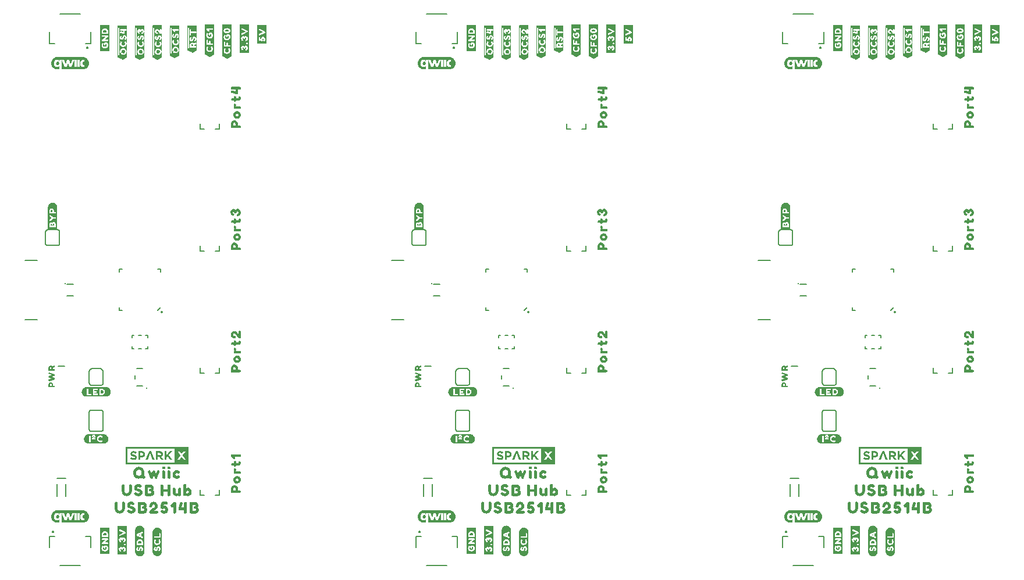
<source format=gto>
G04 EAGLE Gerber RS-274X export*
G75*
%MOMM*%
%FSLAX34Y34*%
%LPD*%
%INSilkscreen Top*%
%IPPOS*%
%AMOC8*
5,1,8,0,0,1.08239X$1,22.5*%
G01*
%ADD10C,0.203200*%
%ADD11C,0.254000*%
%ADD12C,0.300000*%
%ADD13C,0.152400*%
%ADD14C,0.127000*%
%ADD15C,0.200000*%

G36*
X1328467Y152431D02*
X1328467Y152431D01*
X1328462Y152439D01*
X1328469Y152445D01*
X1328469Y177755D01*
X1328433Y177803D01*
X1328426Y177797D01*
X1328420Y177805D01*
X1236980Y177805D01*
X1236933Y177769D01*
X1236938Y177761D01*
X1236931Y177755D01*
X1236931Y152445D01*
X1236967Y152397D01*
X1236974Y152403D01*
X1236980Y152395D01*
X1328420Y152395D01*
X1328467Y152431D01*
G37*
G36*
X795067Y152431D02*
X795067Y152431D01*
X795062Y152439D01*
X795069Y152445D01*
X795069Y177755D01*
X795033Y177803D01*
X795026Y177797D01*
X795020Y177805D01*
X703580Y177805D01*
X703533Y177769D01*
X703538Y177761D01*
X703531Y177755D01*
X703531Y152445D01*
X703567Y152397D01*
X703574Y152403D01*
X703580Y152395D01*
X795020Y152395D01*
X795067Y152431D01*
G37*
G36*
X261633Y177803D02*
X261633Y177803D01*
X261626Y177797D01*
X261620Y177805D01*
X170180Y177805D01*
X170133Y177769D01*
X170138Y177761D01*
X170131Y177755D01*
X170131Y152445D01*
X170167Y152397D01*
X170174Y152403D01*
X170180Y152395D01*
X261620Y152395D01*
X261667Y152431D01*
X261662Y152439D01*
X261669Y152445D01*
X261669Y177755D01*
X261633Y177803D01*
G37*
%LPC*%
G36*
X705979Y154844D02*
X705979Y154844D01*
X705979Y175356D01*
X774543Y175356D01*
X774543Y154844D01*
X705979Y154844D01*
G37*
%LPD*%
%LPC*%
G36*
X1239379Y154844D02*
X1239379Y154844D01*
X1239379Y175356D01*
X1307943Y175356D01*
X1307943Y154844D01*
X1239379Y154844D01*
G37*
%LPD*%
%LPC*%
G36*
X172579Y154844D02*
X172579Y154844D01*
X172579Y175356D01*
X241143Y175356D01*
X241143Y154844D01*
X172579Y154844D01*
G37*
%LPD*%
G36*
X73103Y67197D02*
X73103Y67197D01*
X73124Y67200D01*
X73133Y67217D01*
X73142Y67223D01*
X73140Y67232D01*
X73147Y67246D01*
X73163Y67633D01*
X73162Y67634D01*
X73163Y67635D01*
X73163Y71870D01*
X73163Y71871D01*
X73153Y72264D01*
X73146Y72275D01*
X73148Y72288D01*
X73128Y72301D01*
X73115Y72321D01*
X73102Y72318D01*
X73091Y72326D01*
X73057Y72311D01*
X73048Y72309D01*
X73047Y72306D01*
X73044Y72305D01*
X72613Y71819D01*
X72210Y71492D01*
X71763Y71229D01*
X71278Y71044D01*
X70771Y70927D01*
X70253Y70874D01*
X69732Y70895D01*
X69211Y70944D01*
X68704Y71063D01*
X68205Y71215D01*
X67742Y71453D01*
X67292Y71714D01*
X66904Y72062D01*
X66539Y72432D01*
X66234Y72855D01*
X65973Y73305D01*
X65757Y73781D01*
X65597Y74277D01*
X65471Y74786D01*
X65398Y75303D01*
X65358Y75826D01*
X65353Y76350D01*
X65393Y76873D01*
X65460Y77391D01*
X65586Y77900D01*
X65743Y78397D01*
X65960Y78872D01*
X66222Y79321D01*
X66529Y79742D01*
X66897Y80110D01*
X67286Y80456D01*
X67741Y80709D01*
X68209Y80936D01*
X68708Y81088D01*
X69218Y81193D01*
X69739Y81241D01*
X70260Y81250D01*
X70778Y81191D01*
X71283Y81067D01*
X71766Y80876D01*
X72213Y80612D01*
X72617Y80290D01*
X73047Y79742D01*
X73062Y79737D01*
X73070Y79724D01*
X73092Y79727D01*
X73112Y79720D01*
X73122Y79731D01*
X73138Y79733D01*
X73150Y79761D01*
X73158Y79769D01*
X73157Y79775D01*
X73160Y79780D01*
X73163Y80280D01*
X73163Y80809D01*
X73166Y81151D01*
X76401Y81151D01*
X76402Y81151D01*
X76419Y81151D01*
X76419Y67533D01*
X76420Y67531D01*
X76420Y67529D01*
X76436Y67245D01*
X76449Y67228D01*
X76452Y67207D01*
X76470Y67199D01*
X76477Y67190D01*
X76486Y67192D01*
X76499Y67186D01*
X107427Y67186D01*
X107430Y67188D01*
X107433Y67186D01*
X109014Y67337D01*
X109016Y67339D01*
X109019Y67338D01*
X109537Y67435D01*
X109540Y67438D01*
X109544Y67437D01*
X111056Y67919D01*
X111060Y67923D01*
X111067Y67924D01*
X112463Y68681D01*
X112465Y68686D01*
X112472Y68688D01*
X113705Y69687D01*
X113706Y69690D01*
X113711Y69692D01*
X114074Y70074D01*
X114075Y70076D01*
X114077Y70077D01*
X114751Y70894D01*
X114751Y70896D01*
X114754Y70898D01*
X115057Y71329D01*
X115057Y71332D01*
X115061Y71335D01*
X115805Y72737D01*
X115805Y72742D01*
X115806Y72743D01*
X115808Y72745D01*
X115808Y72746D01*
X115810Y72747D01*
X116280Y74264D01*
X116279Y74269D01*
X116283Y74274D01*
X116353Y74797D01*
X116353Y74798D01*
X116353Y74799D01*
X116459Y75853D01*
X116458Y75855D01*
X116460Y75858D01*
X116468Y76385D01*
X116466Y76387D01*
X116468Y76392D01*
X116308Y77972D01*
X116304Y77976D01*
X116305Y77984D01*
X115834Y79500D01*
X115831Y79503D01*
X115831Y79508D01*
X115608Y79986D01*
X115606Y79987D01*
X115606Y79989D01*
X115101Y80920D01*
X115099Y80921D01*
X115098Y80924D01*
X114808Y81364D01*
X114806Y81365D01*
X114804Y81370D01*
X114131Y82186D01*
X114129Y82186D01*
X114129Y82188D01*
X114096Y82224D01*
X114040Y82287D01*
X113984Y82350D01*
X113928Y82413D01*
X113872Y82475D01*
X113816Y82538D01*
X113777Y82581D01*
X113773Y82582D01*
X113770Y82588D01*
X112545Y83598D01*
X112540Y83599D01*
X112535Y83605D01*
X111141Y84364D01*
X111137Y84364D01*
X111133Y84368D01*
X110638Y84551D01*
X110637Y84551D01*
X110635Y84552D01*
X109624Y84866D01*
X109622Y84866D01*
X109619Y84868D01*
X109105Y84982D01*
X109102Y84980D01*
X109098Y84983D01*
X108044Y85089D01*
X107519Y85142D01*
X107516Y85141D01*
X107512Y85142D01*
X70461Y85142D01*
X70459Y85141D01*
X70455Y85142D01*
X68875Y84994D01*
X68873Y84993D01*
X68870Y84994D01*
X68351Y84903D01*
X68348Y84900D01*
X68343Y84901D01*
X66828Y84425D01*
X66825Y84421D01*
X66817Y84420D01*
X65422Y83663D01*
X65420Y83659D01*
X65414Y83657D01*
X64994Y83337D01*
X64994Y83336D01*
X64992Y83336D01*
X64176Y82662D01*
X64175Y82659D01*
X64171Y82658D01*
X63803Y82280D01*
X63802Y82278D01*
X63799Y82276D01*
X63126Y81460D01*
X63125Y81458D01*
X63123Y81456D01*
X62815Y81029D01*
X62814Y81025D01*
X62810Y81022D01*
X62060Y79623D01*
X62061Y79618D01*
X62056Y79612D01*
X61585Y78096D01*
X61586Y78091D01*
X61583Y78086D01*
X61506Y77564D01*
X61507Y77563D01*
X61506Y77561D01*
X61399Y76508D01*
X61400Y76506D01*
X61399Y76504D01*
X61384Y75977D01*
X61386Y75974D01*
X61384Y75969D01*
X61544Y74389D01*
X61547Y74385D01*
X61546Y74377D01*
X62011Y72859D01*
X62014Y72857D01*
X62014Y72852D01*
X62232Y72372D01*
X62234Y72371D01*
X62234Y72368D01*
X62739Y71438D01*
X62741Y71436D01*
X62741Y71434D01*
X63026Y70990D01*
X63029Y70988D01*
X63031Y70984D01*
X63040Y70972D01*
X63093Y70910D01*
X63146Y70847D01*
X63304Y70659D01*
X63357Y70596D01*
X63410Y70533D01*
X63462Y70470D01*
X63515Y70408D01*
X63568Y70345D01*
X63726Y70157D01*
X63779Y70094D01*
X63832Y70031D01*
X63885Y69968D01*
X63937Y69906D01*
X64052Y69769D01*
X64057Y69768D01*
X64060Y69761D01*
X65285Y68751D01*
X65290Y68750D01*
X65295Y68744D01*
X66685Y67980D01*
X66689Y67980D01*
X66693Y67976D01*
X67185Y67787D01*
X67187Y67787D01*
X67189Y67785D01*
X68200Y67472D01*
X68202Y67472D01*
X68204Y67470D01*
X68717Y67350D01*
X68721Y67351D01*
X68725Y67349D01*
X70305Y67189D01*
X70308Y67191D01*
X70311Y67189D01*
X73085Y67186D01*
X73103Y67197D01*
G37*
G36*
X73103Y727597D02*
X73103Y727597D01*
X73124Y727600D01*
X73133Y727617D01*
X73142Y727623D01*
X73140Y727632D01*
X73147Y727646D01*
X73163Y728033D01*
X73162Y728034D01*
X73163Y728035D01*
X73163Y732270D01*
X73163Y732271D01*
X73153Y732664D01*
X73146Y732675D01*
X73148Y732688D01*
X73128Y732701D01*
X73115Y732721D01*
X73102Y732718D01*
X73091Y732726D01*
X73057Y732711D01*
X73048Y732709D01*
X73047Y732706D01*
X73044Y732705D01*
X72613Y732219D01*
X72210Y731892D01*
X71763Y731629D01*
X71278Y731444D01*
X70771Y731327D01*
X70253Y731274D01*
X69732Y731295D01*
X69211Y731344D01*
X68704Y731463D01*
X68205Y731615D01*
X67742Y731853D01*
X67292Y732114D01*
X66904Y732462D01*
X66539Y732832D01*
X66234Y733255D01*
X65973Y733705D01*
X65757Y734181D01*
X65597Y734677D01*
X65471Y735186D01*
X65398Y735703D01*
X65358Y736226D01*
X65353Y736750D01*
X65393Y737273D01*
X65460Y737791D01*
X65586Y738300D01*
X65743Y738797D01*
X65960Y739272D01*
X66222Y739721D01*
X66529Y740142D01*
X66897Y740510D01*
X67286Y740856D01*
X67741Y741109D01*
X68209Y741336D01*
X68708Y741488D01*
X69218Y741593D01*
X69739Y741641D01*
X70260Y741650D01*
X70778Y741591D01*
X71283Y741467D01*
X71766Y741276D01*
X72213Y741012D01*
X72617Y740690D01*
X73047Y740142D01*
X73062Y740137D01*
X73070Y740124D01*
X73092Y740127D01*
X73112Y740120D01*
X73122Y740131D01*
X73138Y740133D01*
X73150Y740161D01*
X73158Y740169D01*
X73157Y740175D01*
X73160Y740180D01*
X73163Y740680D01*
X73163Y741209D01*
X73166Y741551D01*
X76401Y741551D01*
X76402Y741551D01*
X76419Y741551D01*
X76419Y727933D01*
X76420Y727931D01*
X76420Y727929D01*
X76436Y727645D01*
X76449Y727628D01*
X76452Y727607D01*
X76470Y727599D01*
X76477Y727590D01*
X76486Y727592D01*
X76499Y727586D01*
X107427Y727586D01*
X107430Y727588D01*
X107433Y727586D01*
X109014Y727737D01*
X109016Y727739D01*
X109019Y727738D01*
X109537Y727835D01*
X109540Y727838D01*
X109544Y727837D01*
X111056Y728319D01*
X111060Y728323D01*
X111067Y728324D01*
X112463Y729081D01*
X112465Y729086D01*
X112472Y729088D01*
X113705Y730087D01*
X113706Y730090D01*
X113711Y730092D01*
X114074Y730474D01*
X114075Y730476D01*
X114077Y730477D01*
X114751Y731294D01*
X114751Y731296D01*
X114754Y731298D01*
X115057Y731729D01*
X115057Y731732D01*
X115061Y731735D01*
X115805Y733137D01*
X115805Y733142D01*
X115806Y733143D01*
X115808Y733145D01*
X115808Y733146D01*
X115810Y733147D01*
X116280Y734664D01*
X116279Y734669D01*
X116283Y734674D01*
X116353Y735197D01*
X116353Y735198D01*
X116353Y735199D01*
X116459Y736253D01*
X116458Y736255D01*
X116460Y736258D01*
X116468Y736785D01*
X116466Y736787D01*
X116468Y736792D01*
X116308Y738372D01*
X116304Y738376D01*
X116305Y738384D01*
X115834Y739900D01*
X115831Y739903D01*
X115831Y739908D01*
X115608Y740386D01*
X115606Y740387D01*
X115606Y740389D01*
X115101Y741320D01*
X115099Y741321D01*
X115098Y741324D01*
X114808Y741764D01*
X114806Y741765D01*
X114804Y741770D01*
X114131Y742586D01*
X114129Y742586D01*
X114129Y742588D01*
X114096Y742624D01*
X114040Y742687D01*
X113984Y742750D01*
X113928Y742813D01*
X113872Y742875D01*
X113816Y742938D01*
X113777Y742981D01*
X113773Y742982D01*
X113770Y742988D01*
X112545Y743998D01*
X112540Y743999D01*
X112535Y744005D01*
X111141Y744764D01*
X111137Y744764D01*
X111133Y744768D01*
X110638Y744951D01*
X110637Y744951D01*
X110635Y744952D01*
X109624Y745266D01*
X109622Y745266D01*
X109619Y745268D01*
X109105Y745382D01*
X109102Y745380D01*
X109098Y745383D01*
X108044Y745489D01*
X107519Y745542D01*
X107516Y745541D01*
X107512Y745542D01*
X70461Y745542D01*
X70459Y745541D01*
X70455Y745542D01*
X68875Y745394D01*
X68873Y745393D01*
X68870Y745394D01*
X68351Y745303D01*
X68348Y745300D01*
X68343Y745301D01*
X66828Y744825D01*
X66825Y744821D01*
X66817Y744820D01*
X65422Y744063D01*
X65420Y744059D01*
X65414Y744057D01*
X64994Y743737D01*
X64994Y743736D01*
X64992Y743736D01*
X64176Y743062D01*
X64175Y743059D01*
X64171Y743058D01*
X63803Y742680D01*
X63802Y742678D01*
X63799Y742676D01*
X63126Y741860D01*
X63125Y741858D01*
X63123Y741856D01*
X62815Y741429D01*
X62814Y741425D01*
X62810Y741422D01*
X62060Y740023D01*
X62061Y740018D01*
X62056Y740012D01*
X61585Y738496D01*
X61586Y738491D01*
X61583Y738486D01*
X61506Y737964D01*
X61507Y737963D01*
X61506Y737961D01*
X61399Y736908D01*
X61400Y736906D01*
X61399Y736904D01*
X61384Y736377D01*
X61386Y736374D01*
X61384Y736369D01*
X61544Y734789D01*
X61547Y734785D01*
X61546Y734777D01*
X62011Y733259D01*
X62014Y733257D01*
X62014Y733252D01*
X62232Y732772D01*
X62234Y732771D01*
X62234Y732768D01*
X62739Y731838D01*
X62741Y731836D01*
X62741Y731834D01*
X63026Y731390D01*
X63029Y731388D01*
X63031Y731384D01*
X63040Y731372D01*
X63093Y731310D01*
X63146Y731247D01*
X63304Y731059D01*
X63357Y730996D01*
X63410Y730933D01*
X63462Y730870D01*
X63515Y730808D01*
X63568Y730745D01*
X63726Y730557D01*
X63779Y730494D01*
X63832Y730431D01*
X63885Y730368D01*
X63937Y730306D01*
X64052Y730169D01*
X64057Y730168D01*
X64060Y730161D01*
X65285Y729151D01*
X65290Y729150D01*
X65295Y729144D01*
X66685Y728380D01*
X66689Y728380D01*
X66693Y728376D01*
X67185Y728187D01*
X67187Y728187D01*
X67189Y728185D01*
X68200Y727872D01*
X68202Y727872D01*
X68204Y727870D01*
X68717Y727750D01*
X68721Y727751D01*
X68725Y727749D01*
X70305Y727589D01*
X70308Y727591D01*
X70311Y727589D01*
X73085Y727586D01*
X73103Y727597D01*
G37*
G36*
X1139903Y727597D02*
X1139903Y727597D01*
X1139924Y727600D01*
X1139933Y727617D01*
X1139942Y727623D01*
X1139940Y727632D01*
X1139947Y727646D01*
X1139963Y728033D01*
X1139962Y728034D01*
X1139963Y728035D01*
X1139963Y732270D01*
X1139963Y732271D01*
X1139953Y732664D01*
X1139946Y732675D01*
X1139948Y732688D01*
X1139928Y732701D01*
X1139915Y732721D01*
X1139902Y732718D01*
X1139891Y732726D01*
X1139857Y732711D01*
X1139848Y732709D01*
X1139847Y732706D01*
X1139844Y732705D01*
X1139413Y732219D01*
X1139010Y731892D01*
X1138563Y731629D01*
X1138078Y731444D01*
X1137571Y731327D01*
X1137053Y731274D01*
X1136532Y731295D01*
X1136011Y731344D01*
X1135504Y731463D01*
X1135005Y731615D01*
X1134542Y731853D01*
X1134092Y732114D01*
X1133704Y732462D01*
X1133339Y732832D01*
X1133034Y733255D01*
X1132773Y733705D01*
X1132557Y734181D01*
X1132397Y734677D01*
X1132271Y735186D01*
X1132198Y735703D01*
X1132158Y736226D01*
X1132153Y736750D01*
X1132193Y737273D01*
X1132260Y737791D01*
X1132386Y738300D01*
X1132543Y738797D01*
X1132760Y739272D01*
X1133022Y739721D01*
X1133329Y740142D01*
X1133697Y740510D01*
X1134086Y740856D01*
X1134541Y741109D01*
X1135009Y741336D01*
X1135508Y741488D01*
X1136018Y741593D01*
X1136539Y741641D01*
X1137060Y741650D01*
X1137578Y741591D01*
X1138083Y741467D01*
X1138566Y741276D01*
X1139013Y741012D01*
X1139417Y740690D01*
X1139847Y740142D01*
X1139862Y740137D01*
X1139870Y740124D01*
X1139892Y740127D01*
X1139912Y740120D01*
X1139922Y740131D01*
X1139938Y740133D01*
X1139950Y740161D01*
X1139958Y740169D01*
X1139957Y740175D01*
X1139960Y740180D01*
X1139963Y740680D01*
X1139963Y741209D01*
X1139966Y741551D01*
X1143201Y741551D01*
X1143202Y741551D01*
X1143219Y741551D01*
X1143219Y727933D01*
X1143220Y727931D01*
X1143220Y727929D01*
X1143236Y727645D01*
X1143249Y727628D01*
X1143252Y727607D01*
X1143270Y727599D01*
X1143277Y727590D01*
X1143286Y727592D01*
X1143299Y727586D01*
X1174227Y727586D01*
X1174230Y727588D01*
X1174233Y727586D01*
X1175814Y727737D01*
X1175816Y727739D01*
X1175819Y727738D01*
X1176337Y727835D01*
X1176340Y727838D01*
X1176344Y727837D01*
X1177856Y728319D01*
X1177860Y728323D01*
X1177867Y728324D01*
X1179263Y729081D01*
X1179265Y729086D01*
X1179272Y729088D01*
X1180505Y730087D01*
X1180506Y730090D01*
X1180511Y730092D01*
X1180874Y730474D01*
X1180875Y730476D01*
X1180877Y730477D01*
X1181551Y731294D01*
X1181551Y731296D01*
X1181554Y731298D01*
X1181857Y731729D01*
X1181857Y731732D01*
X1181861Y731735D01*
X1182605Y733137D01*
X1182605Y733142D01*
X1182606Y733143D01*
X1182608Y733145D01*
X1182608Y733146D01*
X1182610Y733147D01*
X1183080Y734664D01*
X1183079Y734669D01*
X1183083Y734674D01*
X1183153Y735197D01*
X1183153Y735198D01*
X1183153Y735199D01*
X1183259Y736253D01*
X1183258Y736255D01*
X1183260Y736258D01*
X1183268Y736785D01*
X1183266Y736787D01*
X1183268Y736792D01*
X1183108Y738372D01*
X1183104Y738376D01*
X1183105Y738384D01*
X1182634Y739900D01*
X1182631Y739903D01*
X1182631Y739908D01*
X1182408Y740386D01*
X1182406Y740387D01*
X1182406Y740389D01*
X1181901Y741320D01*
X1181899Y741321D01*
X1181898Y741324D01*
X1181608Y741764D01*
X1181606Y741765D01*
X1181604Y741770D01*
X1180931Y742586D01*
X1180929Y742586D01*
X1180929Y742588D01*
X1180896Y742624D01*
X1180840Y742687D01*
X1180784Y742750D01*
X1180728Y742813D01*
X1180672Y742875D01*
X1180616Y742938D01*
X1180577Y742981D01*
X1180573Y742982D01*
X1180570Y742988D01*
X1179345Y743998D01*
X1179340Y743999D01*
X1179335Y744005D01*
X1177941Y744764D01*
X1177937Y744764D01*
X1177933Y744768D01*
X1177438Y744951D01*
X1177437Y744951D01*
X1177435Y744952D01*
X1176424Y745266D01*
X1176422Y745266D01*
X1176419Y745268D01*
X1175905Y745382D01*
X1175902Y745380D01*
X1175898Y745383D01*
X1174844Y745489D01*
X1174319Y745542D01*
X1174316Y745541D01*
X1174312Y745542D01*
X1137261Y745542D01*
X1137259Y745541D01*
X1137255Y745542D01*
X1135675Y745394D01*
X1135673Y745393D01*
X1135670Y745394D01*
X1135151Y745303D01*
X1135148Y745300D01*
X1135143Y745301D01*
X1133628Y744825D01*
X1133625Y744821D01*
X1133617Y744820D01*
X1132222Y744063D01*
X1132220Y744059D01*
X1132214Y744057D01*
X1131794Y743737D01*
X1131794Y743736D01*
X1131792Y743736D01*
X1130976Y743062D01*
X1130975Y743059D01*
X1130971Y743058D01*
X1130603Y742680D01*
X1130602Y742678D01*
X1130599Y742676D01*
X1129926Y741860D01*
X1129925Y741858D01*
X1129923Y741856D01*
X1129615Y741429D01*
X1129614Y741425D01*
X1129610Y741422D01*
X1128860Y740023D01*
X1128861Y740018D01*
X1128856Y740012D01*
X1128385Y738496D01*
X1128386Y738491D01*
X1128383Y738486D01*
X1128306Y737964D01*
X1128307Y737963D01*
X1128306Y737961D01*
X1128199Y736908D01*
X1128200Y736906D01*
X1128199Y736904D01*
X1128184Y736377D01*
X1128186Y736374D01*
X1128184Y736369D01*
X1128344Y734789D01*
X1128347Y734785D01*
X1128346Y734777D01*
X1128811Y733259D01*
X1128814Y733257D01*
X1128814Y733252D01*
X1129032Y732772D01*
X1129034Y732771D01*
X1129034Y732768D01*
X1129539Y731838D01*
X1129541Y731836D01*
X1129541Y731834D01*
X1129826Y731390D01*
X1129829Y731388D01*
X1129831Y731384D01*
X1129840Y731372D01*
X1129893Y731310D01*
X1129946Y731247D01*
X1130104Y731059D01*
X1130157Y730996D01*
X1130210Y730933D01*
X1130262Y730870D01*
X1130315Y730808D01*
X1130368Y730745D01*
X1130526Y730557D01*
X1130579Y730494D01*
X1130632Y730431D01*
X1130685Y730368D01*
X1130737Y730306D01*
X1130852Y730169D01*
X1130857Y730168D01*
X1130860Y730161D01*
X1132085Y729151D01*
X1132090Y729150D01*
X1132095Y729144D01*
X1133485Y728380D01*
X1133489Y728380D01*
X1133493Y728376D01*
X1133985Y728187D01*
X1133987Y728187D01*
X1133989Y728185D01*
X1135000Y727872D01*
X1135002Y727872D01*
X1135004Y727870D01*
X1135517Y727750D01*
X1135521Y727751D01*
X1135525Y727749D01*
X1137105Y727589D01*
X1137108Y727591D01*
X1137111Y727589D01*
X1139885Y727586D01*
X1139903Y727597D01*
G37*
G36*
X606503Y727597D02*
X606503Y727597D01*
X606524Y727600D01*
X606533Y727617D01*
X606542Y727623D01*
X606540Y727632D01*
X606547Y727646D01*
X606563Y728033D01*
X606562Y728034D01*
X606563Y728035D01*
X606563Y732270D01*
X606563Y732271D01*
X606553Y732664D01*
X606546Y732675D01*
X606548Y732688D01*
X606528Y732701D01*
X606515Y732721D01*
X606502Y732718D01*
X606491Y732726D01*
X606457Y732711D01*
X606448Y732709D01*
X606447Y732706D01*
X606444Y732705D01*
X606013Y732219D01*
X605610Y731892D01*
X605163Y731629D01*
X604678Y731444D01*
X604171Y731327D01*
X603653Y731274D01*
X603132Y731295D01*
X602611Y731344D01*
X602104Y731463D01*
X601605Y731615D01*
X601142Y731853D01*
X600692Y732114D01*
X600304Y732462D01*
X599939Y732832D01*
X599634Y733255D01*
X599373Y733705D01*
X599157Y734181D01*
X598997Y734677D01*
X598871Y735186D01*
X598798Y735703D01*
X598758Y736226D01*
X598753Y736750D01*
X598793Y737273D01*
X598860Y737791D01*
X598986Y738300D01*
X599143Y738797D01*
X599360Y739272D01*
X599622Y739721D01*
X599929Y740142D01*
X600297Y740510D01*
X600686Y740856D01*
X601141Y741109D01*
X601609Y741336D01*
X602108Y741488D01*
X602618Y741593D01*
X603139Y741641D01*
X603660Y741650D01*
X604178Y741591D01*
X604683Y741467D01*
X605166Y741276D01*
X605613Y741012D01*
X606017Y740690D01*
X606447Y740142D01*
X606462Y740137D01*
X606470Y740124D01*
X606492Y740127D01*
X606512Y740120D01*
X606522Y740131D01*
X606538Y740133D01*
X606550Y740161D01*
X606558Y740169D01*
X606557Y740175D01*
X606560Y740180D01*
X606563Y740680D01*
X606563Y741209D01*
X606566Y741551D01*
X609801Y741551D01*
X609802Y741551D01*
X609819Y741551D01*
X609819Y727933D01*
X609820Y727931D01*
X609820Y727929D01*
X609836Y727645D01*
X609849Y727628D01*
X609852Y727607D01*
X609870Y727599D01*
X609877Y727590D01*
X609886Y727592D01*
X609899Y727586D01*
X640827Y727586D01*
X640830Y727588D01*
X640833Y727586D01*
X642414Y727737D01*
X642416Y727739D01*
X642419Y727738D01*
X642937Y727835D01*
X642940Y727838D01*
X642944Y727837D01*
X644456Y728319D01*
X644460Y728323D01*
X644467Y728324D01*
X645863Y729081D01*
X645865Y729086D01*
X645872Y729088D01*
X647105Y730087D01*
X647106Y730090D01*
X647111Y730092D01*
X647474Y730474D01*
X647475Y730476D01*
X647477Y730477D01*
X648151Y731294D01*
X648151Y731296D01*
X648154Y731298D01*
X648457Y731729D01*
X648457Y731732D01*
X648461Y731735D01*
X649205Y733137D01*
X649205Y733142D01*
X649206Y733143D01*
X649208Y733145D01*
X649208Y733146D01*
X649210Y733147D01*
X649680Y734664D01*
X649679Y734669D01*
X649683Y734674D01*
X649753Y735197D01*
X649753Y735198D01*
X649753Y735199D01*
X649859Y736253D01*
X649858Y736255D01*
X649860Y736258D01*
X649868Y736785D01*
X649866Y736787D01*
X649868Y736792D01*
X649708Y738372D01*
X649704Y738376D01*
X649705Y738384D01*
X649234Y739900D01*
X649231Y739903D01*
X649231Y739908D01*
X649008Y740386D01*
X649006Y740387D01*
X649006Y740389D01*
X648501Y741320D01*
X648499Y741321D01*
X648498Y741324D01*
X648208Y741764D01*
X648206Y741765D01*
X648204Y741770D01*
X647531Y742586D01*
X647529Y742586D01*
X647529Y742588D01*
X647496Y742624D01*
X647440Y742687D01*
X647384Y742750D01*
X647328Y742813D01*
X647272Y742875D01*
X647216Y742938D01*
X647177Y742981D01*
X647173Y742982D01*
X647170Y742988D01*
X645945Y743998D01*
X645940Y743999D01*
X645935Y744005D01*
X644541Y744764D01*
X644537Y744764D01*
X644533Y744768D01*
X644038Y744951D01*
X644037Y744951D01*
X644035Y744952D01*
X643024Y745266D01*
X643022Y745266D01*
X643019Y745268D01*
X642505Y745382D01*
X642502Y745380D01*
X642498Y745383D01*
X641444Y745489D01*
X640919Y745542D01*
X640916Y745541D01*
X640912Y745542D01*
X603861Y745542D01*
X603859Y745541D01*
X603855Y745542D01*
X602275Y745394D01*
X602273Y745393D01*
X602270Y745394D01*
X601751Y745303D01*
X601748Y745300D01*
X601743Y745301D01*
X600228Y744825D01*
X600225Y744821D01*
X600217Y744820D01*
X598822Y744063D01*
X598820Y744059D01*
X598814Y744057D01*
X598394Y743737D01*
X598394Y743736D01*
X598392Y743736D01*
X597576Y743062D01*
X597575Y743059D01*
X597571Y743058D01*
X597203Y742680D01*
X597202Y742678D01*
X597199Y742676D01*
X596526Y741860D01*
X596525Y741858D01*
X596523Y741856D01*
X596215Y741429D01*
X596214Y741425D01*
X596210Y741422D01*
X595460Y740023D01*
X595461Y740018D01*
X595456Y740012D01*
X594985Y738496D01*
X594986Y738491D01*
X594983Y738486D01*
X594906Y737964D01*
X594907Y737963D01*
X594906Y737961D01*
X594799Y736908D01*
X594800Y736906D01*
X594799Y736904D01*
X594784Y736377D01*
X594786Y736374D01*
X594784Y736369D01*
X594944Y734789D01*
X594947Y734785D01*
X594946Y734777D01*
X595411Y733259D01*
X595414Y733257D01*
X595414Y733252D01*
X595632Y732772D01*
X595634Y732771D01*
X595634Y732768D01*
X596139Y731838D01*
X596141Y731836D01*
X596141Y731834D01*
X596426Y731390D01*
X596429Y731388D01*
X596431Y731384D01*
X596440Y731372D01*
X596493Y731310D01*
X596546Y731247D01*
X596704Y731059D01*
X596757Y730996D01*
X596810Y730933D01*
X596862Y730870D01*
X596915Y730808D01*
X596968Y730745D01*
X597126Y730557D01*
X597179Y730494D01*
X597232Y730431D01*
X597285Y730368D01*
X597337Y730306D01*
X597452Y730169D01*
X597457Y730168D01*
X597460Y730161D01*
X598685Y729151D01*
X598690Y729150D01*
X598695Y729144D01*
X600085Y728380D01*
X600089Y728380D01*
X600093Y728376D01*
X600585Y728187D01*
X600587Y728187D01*
X600589Y728185D01*
X601600Y727872D01*
X601602Y727872D01*
X601604Y727870D01*
X602117Y727750D01*
X602121Y727751D01*
X602125Y727749D01*
X603705Y727589D01*
X603708Y727591D01*
X603711Y727589D01*
X606485Y727586D01*
X606503Y727597D01*
G37*
G36*
X606503Y67197D02*
X606503Y67197D01*
X606524Y67200D01*
X606533Y67217D01*
X606542Y67223D01*
X606540Y67232D01*
X606547Y67246D01*
X606563Y67633D01*
X606562Y67634D01*
X606563Y67635D01*
X606563Y71870D01*
X606563Y71871D01*
X606553Y72264D01*
X606546Y72275D01*
X606548Y72288D01*
X606528Y72301D01*
X606515Y72321D01*
X606502Y72318D01*
X606491Y72326D01*
X606457Y72311D01*
X606448Y72309D01*
X606447Y72306D01*
X606444Y72305D01*
X606013Y71819D01*
X605610Y71492D01*
X605163Y71229D01*
X604678Y71044D01*
X604171Y70927D01*
X603653Y70874D01*
X603132Y70895D01*
X602611Y70944D01*
X602104Y71063D01*
X601605Y71215D01*
X601142Y71453D01*
X600692Y71714D01*
X600304Y72062D01*
X599939Y72432D01*
X599634Y72855D01*
X599373Y73305D01*
X599157Y73781D01*
X598997Y74277D01*
X598871Y74786D01*
X598798Y75303D01*
X598758Y75826D01*
X598753Y76350D01*
X598793Y76873D01*
X598860Y77391D01*
X598986Y77900D01*
X599143Y78397D01*
X599360Y78872D01*
X599622Y79321D01*
X599929Y79742D01*
X600297Y80110D01*
X600686Y80456D01*
X601141Y80709D01*
X601609Y80936D01*
X602108Y81088D01*
X602618Y81193D01*
X603139Y81241D01*
X603660Y81250D01*
X604178Y81191D01*
X604683Y81067D01*
X605166Y80876D01*
X605613Y80612D01*
X606017Y80290D01*
X606447Y79742D01*
X606462Y79737D01*
X606470Y79724D01*
X606492Y79727D01*
X606512Y79720D01*
X606522Y79731D01*
X606538Y79733D01*
X606550Y79761D01*
X606558Y79769D01*
X606557Y79775D01*
X606560Y79780D01*
X606563Y80280D01*
X606563Y80809D01*
X606566Y81151D01*
X609801Y81151D01*
X609802Y81151D01*
X609819Y81151D01*
X609819Y67533D01*
X609820Y67531D01*
X609820Y67529D01*
X609836Y67245D01*
X609849Y67228D01*
X609852Y67207D01*
X609870Y67199D01*
X609877Y67190D01*
X609886Y67192D01*
X609899Y67186D01*
X640827Y67186D01*
X640830Y67188D01*
X640833Y67186D01*
X642414Y67337D01*
X642416Y67339D01*
X642419Y67338D01*
X642937Y67435D01*
X642940Y67438D01*
X642944Y67437D01*
X644456Y67919D01*
X644460Y67923D01*
X644467Y67924D01*
X645863Y68681D01*
X645865Y68686D01*
X645872Y68688D01*
X647105Y69687D01*
X647106Y69690D01*
X647111Y69692D01*
X647474Y70074D01*
X647475Y70076D01*
X647477Y70077D01*
X648151Y70894D01*
X648151Y70896D01*
X648154Y70898D01*
X648457Y71329D01*
X648457Y71332D01*
X648461Y71335D01*
X649205Y72737D01*
X649205Y72742D01*
X649206Y72743D01*
X649208Y72745D01*
X649208Y72746D01*
X649210Y72747D01*
X649680Y74264D01*
X649679Y74269D01*
X649683Y74274D01*
X649753Y74797D01*
X649753Y74798D01*
X649753Y74799D01*
X649859Y75853D01*
X649858Y75855D01*
X649860Y75858D01*
X649868Y76385D01*
X649866Y76387D01*
X649868Y76392D01*
X649708Y77972D01*
X649704Y77976D01*
X649705Y77984D01*
X649234Y79500D01*
X649231Y79503D01*
X649231Y79508D01*
X649008Y79986D01*
X649006Y79987D01*
X649006Y79989D01*
X648501Y80920D01*
X648499Y80921D01*
X648498Y80924D01*
X648208Y81364D01*
X648206Y81365D01*
X648204Y81370D01*
X647531Y82186D01*
X647529Y82186D01*
X647529Y82188D01*
X647496Y82224D01*
X647440Y82287D01*
X647384Y82350D01*
X647328Y82413D01*
X647272Y82475D01*
X647216Y82538D01*
X647177Y82581D01*
X647173Y82582D01*
X647170Y82588D01*
X645945Y83598D01*
X645940Y83599D01*
X645935Y83605D01*
X644541Y84364D01*
X644537Y84364D01*
X644533Y84368D01*
X644038Y84551D01*
X644037Y84551D01*
X644035Y84552D01*
X643024Y84866D01*
X643022Y84866D01*
X643019Y84868D01*
X642505Y84982D01*
X642502Y84980D01*
X642498Y84983D01*
X641444Y85089D01*
X640919Y85142D01*
X640916Y85141D01*
X640912Y85142D01*
X603861Y85142D01*
X603859Y85141D01*
X603855Y85142D01*
X602275Y84994D01*
X602273Y84993D01*
X602270Y84994D01*
X601751Y84903D01*
X601748Y84900D01*
X601743Y84901D01*
X600228Y84425D01*
X600225Y84421D01*
X600217Y84420D01*
X598822Y83663D01*
X598820Y83659D01*
X598814Y83657D01*
X598394Y83337D01*
X598394Y83336D01*
X598392Y83336D01*
X597576Y82662D01*
X597575Y82659D01*
X597571Y82658D01*
X597203Y82280D01*
X597202Y82278D01*
X597199Y82276D01*
X596526Y81460D01*
X596525Y81458D01*
X596523Y81456D01*
X596215Y81029D01*
X596214Y81025D01*
X596210Y81022D01*
X595460Y79623D01*
X595461Y79618D01*
X595456Y79612D01*
X594985Y78096D01*
X594986Y78091D01*
X594983Y78086D01*
X594906Y77564D01*
X594907Y77563D01*
X594906Y77561D01*
X594799Y76508D01*
X594800Y76506D01*
X594799Y76504D01*
X594784Y75977D01*
X594786Y75974D01*
X594784Y75969D01*
X594944Y74389D01*
X594947Y74385D01*
X594946Y74377D01*
X595411Y72859D01*
X595414Y72857D01*
X595414Y72852D01*
X595632Y72372D01*
X595634Y72371D01*
X595634Y72368D01*
X596139Y71438D01*
X596141Y71436D01*
X596141Y71434D01*
X596426Y70990D01*
X596429Y70988D01*
X596431Y70984D01*
X596440Y70972D01*
X596493Y70910D01*
X596546Y70847D01*
X596704Y70659D01*
X596757Y70596D01*
X596810Y70533D01*
X596862Y70470D01*
X596915Y70408D01*
X596968Y70345D01*
X597126Y70157D01*
X597179Y70094D01*
X597232Y70031D01*
X597285Y69968D01*
X597337Y69906D01*
X597452Y69769D01*
X597457Y69768D01*
X597460Y69761D01*
X598685Y68751D01*
X598690Y68750D01*
X598695Y68744D01*
X600085Y67980D01*
X600089Y67980D01*
X600093Y67976D01*
X600585Y67787D01*
X600587Y67787D01*
X600589Y67785D01*
X601600Y67472D01*
X601602Y67472D01*
X601604Y67470D01*
X602117Y67350D01*
X602121Y67351D01*
X602125Y67349D01*
X603705Y67189D01*
X603708Y67191D01*
X603711Y67189D01*
X606485Y67186D01*
X606503Y67197D01*
G37*
G36*
X1139903Y67197D02*
X1139903Y67197D01*
X1139924Y67200D01*
X1139933Y67217D01*
X1139942Y67223D01*
X1139940Y67232D01*
X1139947Y67246D01*
X1139963Y67633D01*
X1139962Y67634D01*
X1139963Y67635D01*
X1139963Y71870D01*
X1139963Y71871D01*
X1139953Y72264D01*
X1139946Y72275D01*
X1139948Y72288D01*
X1139928Y72301D01*
X1139915Y72321D01*
X1139902Y72318D01*
X1139891Y72326D01*
X1139857Y72311D01*
X1139848Y72309D01*
X1139847Y72306D01*
X1139844Y72305D01*
X1139413Y71819D01*
X1139010Y71492D01*
X1138563Y71229D01*
X1138078Y71044D01*
X1137571Y70927D01*
X1137053Y70874D01*
X1136532Y70895D01*
X1136011Y70944D01*
X1135504Y71063D01*
X1135005Y71215D01*
X1134542Y71453D01*
X1134092Y71714D01*
X1133704Y72062D01*
X1133339Y72432D01*
X1133034Y72855D01*
X1132773Y73305D01*
X1132557Y73781D01*
X1132397Y74277D01*
X1132271Y74786D01*
X1132198Y75303D01*
X1132158Y75826D01*
X1132153Y76350D01*
X1132193Y76873D01*
X1132260Y77391D01*
X1132386Y77900D01*
X1132543Y78397D01*
X1132760Y78872D01*
X1133022Y79321D01*
X1133329Y79742D01*
X1133697Y80110D01*
X1134086Y80456D01*
X1134541Y80709D01*
X1135009Y80936D01*
X1135508Y81088D01*
X1136018Y81193D01*
X1136539Y81241D01*
X1137060Y81250D01*
X1137578Y81191D01*
X1138083Y81067D01*
X1138566Y80876D01*
X1139013Y80612D01*
X1139417Y80290D01*
X1139847Y79742D01*
X1139862Y79737D01*
X1139870Y79724D01*
X1139892Y79727D01*
X1139912Y79720D01*
X1139922Y79731D01*
X1139938Y79733D01*
X1139950Y79761D01*
X1139958Y79769D01*
X1139957Y79775D01*
X1139960Y79780D01*
X1139963Y80280D01*
X1139963Y80809D01*
X1139966Y81151D01*
X1143201Y81151D01*
X1143202Y81151D01*
X1143219Y81151D01*
X1143219Y67533D01*
X1143220Y67531D01*
X1143220Y67529D01*
X1143236Y67245D01*
X1143249Y67228D01*
X1143252Y67207D01*
X1143270Y67199D01*
X1143277Y67190D01*
X1143286Y67192D01*
X1143299Y67186D01*
X1174227Y67186D01*
X1174230Y67188D01*
X1174233Y67186D01*
X1175814Y67337D01*
X1175816Y67339D01*
X1175819Y67338D01*
X1176337Y67435D01*
X1176340Y67438D01*
X1176344Y67437D01*
X1177856Y67919D01*
X1177860Y67923D01*
X1177867Y67924D01*
X1179263Y68681D01*
X1179265Y68686D01*
X1179272Y68688D01*
X1180505Y69687D01*
X1180506Y69690D01*
X1180511Y69692D01*
X1180874Y70074D01*
X1180875Y70076D01*
X1180877Y70077D01*
X1181551Y70894D01*
X1181551Y70896D01*
X1181554Y70898D01*
X1181857Y71329D01*
X1181857Y71332D01*
X1181861Y71335D01*
X1182605Y72737D01*
X1182605Y72742D01*
X1182606Y72743D01*
X1182608Y72745D01*
X1182608Y72746D01*
X1182610Y72747D01*
X1183080Y74264D01*
X1183079Y74269D01*
X1183083Y74274D01*
X1183153Y74797D01*
X1183153Y74798D01*
X1183153Y74799D01*
X1183259Y75853D01*
X1183258Y75855D01*
X1183260Y75858D01*
X1183268Y76385D01*
X1183266Y76387D01*
X1183268Y76392D01*
X1183108Y77972D01*
X1183104Y77976D01*
X1183105Y77984D01*
X1182634Y79500D01*
X1182631Y79503D01*
X1182631Y79508D01*
X1182408Y79986D01*
X1182406Y79987D01*
X1182406Y79989D01*
X1181901Y80920D01*
X1181899Y80921D01*
X1181898Y80924D01*
X1181608Y81364D01*
X1181606Y81365D01*
X1181604Y81370D01*
X1180931Y82186D01*
X1180929Y82186D01*
X1180929Y82188D01*
X1180896Y82224D01*
X1180840Y82287D01*
X1180784Y82350D01*
X1180728Y82413D01*
X1180672Y82475D01*
X1180616Y82538D01*
X1180577Y82581D01*
X1180573Y82582D01*
X1180570Y82588D01*
X1179345Y83598D01*
X1179340Y83599D01*
X1179335Y83605D01*
X1177941Y84364D01*
X1177937Y84364D01*
X1177933Y84368D01*
X1177438Y84551D01*
X1177437Y84551D01*
X1177435Y84552D01*
X1176424Y84866D01*
X1176422Y84866D01*
X1176419Y84868D01*
X1175905Y84982D01*
X1175902Y84980D01*
X1175898Y84983D01*
X1174844Y85089D01*
X1174319Y85142D01*
X1174316Y85141D01*
X1174312Y85142D01*
X1137261Y85142D01*
X1137259Y85141D01*
X1137255Y85142D01*
X1135675Y84994D01*
X1135673Y84993D01*
X1135670Y84994D01*
X1135151Y84903D01*
X1135148Y84900D01*
X1135143Y84901D01*
X1133628Y84425D01*
X1133625Y84421D01*
X1133617Y84420D01*
X1132222Y83663D01*
X1132220Y83659D01*
X1132214Y83657D01*
X1131794Y83337D01*
X1131794Y83336D01*
X1131792Y83336D01*
X1130976Y82662D01*
X1130975Y82659D01*
X1130971Y82658D01*
X1130603Y82280D01*
X1130602Y82278D01*
X1130599Y82276D01*
X1129926Y81460D01*
X1129925Y81458D01*
X1129923Y81456D01*
X1129615Y81029D01*
X1129614Y81025D01*
X1129610Y81022D01*
X1128860Y79623D01*
X1128861Y79618D01*
X1128856Y79612D01*
X1128385Y78096D01*
X1128386Y78091D01*
X1128383Y78086D01*
X1128306Y77564D01*
X1128307Y77563D01*
X1128306Y77561D01*
X1128199Y76508D01*
X1128200Y76506D01*
X1128199Y76504D01*
X1128184Y75977D01*
X1128186Y75974D01*
X1128184Y75969D01*
X1128344Y74389D01*
X1128347Y74385D01*
X1128346Y74377D01*
X1128811Y72859D01*
X1128814Y72857D01*
X1128814Y72852D01*
X1129032Y72372D01*
X1129034Y72371D01*
X1129034Y72368D01*
X1129539Y71438D01*
X1129541Y71436D01*
X1129541Y71434D01*
X1129826Y70990D01*
X1129829Y70988D01*
X1129831Y70984D01*
X1129840Y70972D01*
X1129893Y70910D01*
X1129946Y70847D01*
X1130104Y70659D01*
X1130157Y70596D01*
X1130210Y70533D01*
X1130262Y70470D01*
X1130315Y70408D01*
X1130368Y70345D01*
X1130526Y70157D01*
X1130579Y70094D01*
X1130632Y70031D01*
X1130685Y69968D01*
X1130737Y69906D01*
X1130852Y69769D01*
X1130857Y69768D01*
X1130860Y69761D01*
X1132085Y68751D01*
X1132090Y68750D01*
X1132095Y68744D01*
X1133485Y67980D01*
X1133489Y67980D01*
X1133493Y67976D01*
X1133985Y67787D01*
X1133987Y67787D01*
X1133989Y67785D01*
X1135000Y67472D01*
X1135002Y67472D01*
X1135004Y67470D01*
X1135517Y67350D01*
X1135521Y67351D01*
X1135525Y67349D01*
X1137105Y67189D01*
X1137108Y67191D01*
X1137111Y67189D01*
X1139885Y67186D01*
X1139903Y67197D01*
G37*
G36*
X1283013Y741710D02*
X1283013Y741710D01*
X1283022Y741706D01*
X1289022Y744706D01*
X1289025Y744713D01*
X1289031Y744712D01*
X1289531Y745112D01*
X1289535Y745127D01*
X1289545Y745135D01*
X1289539Y745143D01*
X1289549Y745150D01*
X1289549Y791150D01*
X1289546Y791155D01*
X1289549Y791158D01*
X1289449Y791758D01*
X1289405Y791799D01*
X1289403Y791796D01*
X1289400Y791799D01*
X1276500Y791799D01*
X1276495Y791796D01*
X1276492Y791799D01*
X1275892Y791699D01*
X1275851Y791655D01*
X1275853Y791654D01*
X1275854Y791652D01*
X1275851Y791650D01*
X1275851Y745150D01*
X1275867Y745129D01*
X1275865Y745115D01*
X1276265Y744715D01*
X1276277Y744714D01*
X1276278Y744706D01*
X1282378Y741706D01*
X1282394Y741709D01*
X1282400Y741701D01*
X1283000Y741701D01*
X1283013Y741710D01*
G37*
G36*
X749613Y741710D02*
X749613Y741710D01*
X749622Y741706D01*
X755622Y744706D01*
X755625Y744713D01*
X755631Y744712D01*
X756131Y745112D01*
X756135Y745127D01*
X756145Y745135D01*
X756139Y745143D01*
X756149Y745150D01*
X756149Y791150D01*
X756146Y791155D01*
X756149Y791158D01*
X756049Y791758D01*
X756005Y791799D01*
X756003Y791796D01*
X756000Y791799D01*
X743100Y791799D01*
X743095Y791796D01*
X743092Y791799D01*
X742492Y791699D01*
X742451Y791655D01*
X742453Y791654D01*
X742454Y791652D01*
X742451Y791650D01*
X742451Y745150D01*
X742467Y745129D01*
X742465Y745115D01*
X742865Y744715D01*
X742877Y744714D01*
X742878Y744706D01*
X748978Y741706D01*
X748994Y741709D01*
X749000Y741701D01*
X749600Y741701D01*
X749613Y741710D01*
G37*
G36*
X216213Y741710D02*
X216213Y741710D01*
X216222Y741706D01*
X222222Y744706D01*
X222225Y744713D01*
X222231Y744712D01*
X222731Y745112D01*
X222735Y745127D01*
X222745Y745135D01*
X222739Y745143D01*
X222749Y745150D01*
X222749Y791150D01*
X222746Y791155D01*
X222749Y791158D01*
X222649Y791758D01*
X222605Y791799D01*
X222603Y791796D01*
X222600Y791799D01*
X209700Y791799D01*
X209695Y791796D01*
X209692Y791799D01*
X209092Y791699D01*
X209051Y791655D01*
X209053Y791654D01*
X209054Y791652D01*
X209051Y791650D01*
X209051Y745150D01*
X209067Y745129D01*
X209065Y745115D01*
X209465Y744715D01*
X209477Y744714D01*
X209478Y744706D01*
X215578Y741706D01*
X215594Y741709D01*
X215600Y741701D01*
X216200Y741701D01*
X216213Y741710D01*
G37*
G36*
X723910Y741612D02*
X723910Y741612D01*
X723922Y741606D01*
X730522Y744906D01*
X730531Y744925D01*
X730542Y744933D01*
X730547Y744934D01*
X730747Y745534D01*
X730743Y745545D01*
X730749Y745550D01*
X730749Y791650D01*
X730713Y791697D01*
X730706Y791692D01*
X730700Y791699D01*
X717200Y791699D01*
X717153Y791663D01*
X717155Y791660D01*
X717151Y791658D01*
X717051Y791058D01*
X717054Y791053D01*
X717051Y791050D01*
X717051Y748450D01*
X717056Y748443D01*
X717054Y748434D01*
X717066Y748430D01*
X717087Y748403D01*
X717094Y748408D01*
X717095Y748407D01*
X717071Y748390D01*
X717065Y748371D01*
X717053Y748361D01*
X717057Y748355D01*
X717051Y748350D01*
X717051Y745550D01*
X717054Y745545D01*
X717051Y745542D01*
X717151Y744942D01*
X717176Y744919D01*
X717178Y744906D01*
X723878Y741606D01*
X723910Y741612D01*
G37*
G36*
X1257310Y741612D02*
X1257310Y741612D01*
X1257322Y741606D01*
X1263922Y744906D01*
X1263931Y744925D01*
X1263942Y744933D01*
X1263947Y744934D01*
X1264147Y745534D01*
X1264143Y745545D01*
X1264149Y745550D01*
X1264149Y791650D01*
X1264113Y791697D01*
X1264106Y791692D01*
X1264100Y791699D01*
X1250600Y791699D01*
X1250553Y791663D01*
X1250555Y791660D01*
X1250551Y791658D01*
X1250451Y791058D01*
X1250454Y791053D01*
X1250451Y791050D01*
X1250451Y748450D01*
X1250456Y748443D01*
X1250454Y748434D01*
X1250466Y748430D01*
X1250487Y748403D01*
X1250494Y748408D01*
X1250495Y748407D01*
X1250471Y748390D01*
X1250465Y748371D01*
X1250453Y748361D01*
X1250457Y748355D01*
X1250451Y748350D01*
X1250451Y745550D01*
X1250454Y745545D01*
X1250451Y745542D01*
X1250551Y744942D01*
X1250576Y744919D01*
X1250578Y744906D01*
X1257278Y741606D01*
X1257310Y741612D01*
G37*
G36*
X190510Y741612D02*
X190510Y741612D01*
X190522Y741606D01*
X197122Y744906D01*
X197131Y744925D01*
X197142Y744933D01*
X197147Y744934D01*
X197347Y745534D01*
X197343Y745545D01*
X197349Y745550D01*
X197349Y791650D01*
X197313Y791697D01*
X197306Y791692D01*
X197300Y791699D01*
X183800Y791699D01*
X183753Y791663D01*
X183755Y791660D01*
X183751Y791658D01*
X183651Y791058D01*
X183654Y791053D01*
X183651Y791050D01*
X183651Y748450D01*
X183656Y748443D01*
X183654Y748434D01*
X183666Y748430D01*
X183687Y748403D01*
X183694Y748408D01*
X183695Y748407D01*
X183671Y748390D01*
X183665Y748371D01*
X183653Y748361D01*
X183657Y748355D01*
X183651Y748350D01*
X183651Y745550D01*
X183654Y745545D01*
X183651Y745542D01*
X183751Y744942D01*
X183776Y744919D01*
X183778Y744906D01*
X190478Y741606D01*
X190510Y741612D01*
G37*
G36*
X165311Y741811D02*
X165311Y741811D01*
X165322Y741806D01*
X171322Y744806D01*
X171324Y744810D01*
X171327Y744809D01*
X171927Y745209D01*
X171933Y745226D01*
X171945Y745235D01*
X171939Y745242D01*
X171949Y745250D01*
X171949Y791250D01*
X171930Y791276D01*
X171930Y791289D01*
X171530Y791589D01*
X171511Y791589D01*
X171509Y791593D01*
X171505Y791593D01*
X171500Y791599D01*
X158600Y791599D01*
X158574Y791580D01*
X158561Y791580D01*
X158261Y791180D01*
X158261Y791169D01*
X158253Y791163D01*
X158258Y791155D01*
X158251Y791150D01*
X158251Y745450D01*
X158264Y745432D01*
X158261Y745420D01*
X158561Y745020D01*
X158576Y745016D01*
X158578Y745006D01*
X164678Y741906D01*
X164688Y741908D01*
X164692Y741901D01*
X165292Y741801D01*
X165311Y741811D01*
G37*
G36*
X698711Y741811D02*
X698711Y741811D01*
X698722Y741806D01*
X704722Y744806D01*
X704724Y744810D01*
X704727Y744809D01*
X705327Y745209D01*
X705333Y745226D01*
X705345Y745235D01*
X705339Y745242D01*
X705349Y745250D01*
X705349Y791250D01*
X705330Y791276D01*
X705330Y791289D01*
X704930Y791589D01*
X704911Y791589D01*
X704909Y791593D01*
X704905Y791593D01*
X704900Y791599D01*
X692000Y791599D01*
X691974Y791580D01*
X691961Y791580D01*
X691661Y791180D01*
X691661Y791169D01*
X691653Y791163D01*
X691658Y791155D01*
X691651Y791150D01*
X691651Y745450D01*
X691664Y745432D01*
X691661Y745420D01*
X691961Y745020D01*
X691976Y745016D01*
X691978Y745006D01*
X698078Y741906D01*
X698088Y741908D01*
X698092Y741901D01*
X698692Y741801D01*
X698711Y741811D01*
G37*
G36*
X1232111Y741811D02*
X1232111Y741811D01*
X1232122Y741806D01*
X1238122Y744806D01*
X1238124Y744810D01*
X1238127Y744809D01*
X1238727Y745209D01*
X1238733Y745226D01*
X1238745Y745235D01*
X1238739Y745242D01*
X1238749Y745250D01*
X1238749Y791250D01*
X1238730Y791276D01*
X1238730Y791289D01*
X1238330Y791589D01*
X1238311Y791589D01*
X1238309Y791593D01*
X1238305Y791593D01*
X1238300Y791599D01*
X1225400Y791599D01*
X1225374Y791580D01*
X1225361Y791580D01*
X1225061Y791180D01*
X1225061Y791169D01*
X1225053Y791163D01*
X1225058Y791155D01*
X1225051Y791150D01*
X1225051Y745450D01*
X1225064Y745432D01*
X1225061Y745420D01*
X1225361Y745020D01*
X1225376Y745016D01*
X1225378Y745006D01*
X1231478Y741906D01*
X1231488Y741908D01*
X1231492Y741901D01*
X1232092Y741801D01*
X1232111Y741811D01*
G37*
G36*
X317813Y743280D02*
X317813Y743280D01*
X317822Y743276D01*
X323922Y746276D01*
X323927Y746286D01*
X323935Y746285D01*
X324335Y746685D01*
X324337Y746698D01*
X324346Y746705D01*
X324340Y746713D01*
X324349Y746720D01*
X324349Y792120D01*
X324346Y792125D01*
X324349Y792128D01*
X324249Y792728D01*
X324205Y792769D01*
X324203Y792766D01*
X324200Y792769D01*
X311300Y792769D01*
X311297Y792767D01*
X311294Y792767D01*
X311292Y792769D01*
X310692Y792669D01*
X310671Y792647D01*
X310653Y792633D01*
X310655Y792629D01*
X310651Y792625D01*
X310654Y792623D01*
X310651Y792620D01*
X310651Y746720D01*
X310670Y746695D01*
X310669Y746682D01*
X311169Y746282D01*
X311177Y746281D01*
X311178Y746276D01*
X317178Y743276D01*
X317194Y743279D01*
X317200Y743271D01*
X317800Y743271D01*
X317813Y743280D01*
G37*
G36*
X851213Y743280D02*
X851213Y743280D01*
X851222Y743276D01*
X857322Y746276D01*
X857327Y746286D01*
X857335Y746285D01*
X857735Y746685D01*
X857737Y746698D01*
X857746Y746705D01*
X857740Y746713D01*
X857749Y746720D01*
X857749Y792120D01*
X857746Y792125D01*
X857749Y792128D01*
X857649Y792728D01*
X857605Y792769D01*
X857603Y792766D01*
X857600Y792769D01*
X844700Y792769D01*
X844697Y792767D01*
X844694Y792767D01*
X844692Y792769D01*
X844092Y792669D01*
X844071Y792647D01*
X844053Y792633D01*
X844055Y792629D01*
X844051Y792625D01*
X844054Y792623D01*
X844051Y792620D01*
X844051Y746720D01*
X844070Y746695D01*
X844069Y746682D01*
X844569Y746282D01*
X844577Y746281D01*
X844578Y746276D01*
X850578Y743276D01*
X850594Y743279D01*
X850600Y743271D01*
X851200Y743271D01*
X851213Y743280D01*
G37*
G36*
X1384613Y743280D02*
X1384613Y743280D01*
X1384622Y743276D01*
X1390722Y746276D01*
X1390727Y746286D01*
X1390735Y746285D01*
X1391135Y746685D01*
X1391137Y746698D01*
X1391146Y746705D01*
X1391140Y746713D01*
X1391149Y746720D01*
X1391149Y792120D01*
X1391146Y792125D01*
X1391149Y792128D01*
X1391049Y792728D01*
X1391005Y792769D01*
X1391003Y792766D01*
X1391000Y792769D01*
X1378100Y792769D01*
X1378097Y792767D01*
X1378094Y792767D01*
X1378092Y792769D01*
X1377492Y792669D01*
X1377471Y792647D01*
X1377453Y792633D01*
X1377455Y792629D01*
X1377451Y792625D01*
X1377454Y792623D01*
X1377451Y792620D01*
X1377451Y746720D01*
X1377470Y746695D01*
X1377469Y746682D01*
X1377969Y746282D01*
X1377977Y746281D01*
X1377978Y746276D01*
X1383978Y743276D01*
X1383994Y743279D01*
X1384000Y743271D01*
X1384600Y743271D01*
X1384613Y743280D01*
G37*
G36*
X781422Y747576D02*
X781422Y747576D01*
X781432Y747596D01*
X781444Y747605D01*
X781442Y747608D01*
X781449Y747612D01*
X781549Y748212D01*
X781546Y748217D01*
X781549Y748220D01*
X781549Y791520D01*
X781513Y791567D01*
X781510Y791565D01*
X781508Y791569D01*
X780908Y791669D01*
X780903Y791666D01*
X780900Y791669D01*
X768000Y791669D01*
X767953Y791633D01*
X767955Y791630D01*
X767951Y791628D01*
X767851Y791028D01*
X767854Y791023D01*
X767851Y791020D01*
X767851Y748220D01*
X767854Y748215D01*
X767851Y748212D01*
X767951Y747612D01*
X767975Y747589D01*
X767978Y747576D01*
X774678Y744176D01*
X774710Y744182D01*
X774722Y744176D01*
X781422Y747576D01*
G37*
G36*
X248022Y747576D02*
X248022Y747576D01*
X248032Y747596D01*
X248044Y747605D01*
X248042Y747608D01*
X248049Y747612D01*
X248149Y748212D01*
X248146Y748217D01*
X248149Y748220D01*
X248149Y791520D01*
X248113Y791567D01*
X248110Y791565D01*
X248108Y791569D01*
X247508Y791669D01*
X247503Y791666D01*
X247500Y791669D01*
X234600Y791669D01*
X234553Y791633D01*
X234555Y791630D01*
X234551Y791628D01*
X234451Y791028D01*
X234454Y791023D01*
X234451Y791020D01*
X234451Y748220D01*
X234454Y748215D01*
X234451Y748212D01*
X234551Y747612D01*
X234575Y747589D01*
X234578Y747576D01*
X241278Y744176D01*
X241310Y744182D01*
X241322Y744176D01*
X248022Y747576D01*
G37*
G36*
X1314822Y747576D02*
X1314822Y747576D01*
X1314832Y747596D01*
X1314844Y747605D01*
X1314842Y747608D01*
X1314849Y747612D01*
X1314949Y748212D01*
X1314946Y748217D01*
X1314949Y748220D01*
X1314949Y791520D01*
X1314913Y791567D01*
X1314910Y791565D01*
X1314908Y791569D01*
X1314308Y791669D01*
X1314303Y791666D01*
X1314300Y791669D01*
X1301400Y791669D01*
X1301353Y791633D01*
X1301355Y791630D01*
X1301351Y791628D01*
X1301251Y791028D01*
X1301254Y791023D01*
X1301251Y791020D01*
X1301251Y748220D01*
X1301254Y748215D01*
X1301251Y748212D01*
X1301351Y747612D01*
X1301375Y747589D01*
X1301378Y747576D01*
X1308078Y744176D01*
X1308110Y744182D01*
X1308122Y744176D01*
X1314822Y747576D01*
G37*
G36*
X292311Y745851D02*
X292311Y745851D01*
X292322Y745846D01*
X298422Y748846D01*
X298425Y748853D01*
X298431Y748852D01*
X298931Y749252D01*
X298935Y749267D01*
X298945Y749275D01*
X298939Y749283D01*
X298949Y749290D01*
X298949Y791990D01*
X298946Y791995D01*
X298949Y791998D01*
X298849Y792598D01*
X298805Y792639D01*
X298803Y792636D01*
X298800Y792639D01*
X285300Y792639D01*
X285253Y792603D01*
X285258Y792596D01*
X285253Y792592D01*
X285251Y792590D01*
X285251Y752590D01*
X285258Y752580D01*
X285256Y752568D01*
X285270Y752565D01*
X285286Y752544D01*
X285267Y752526D01*
X285264Y752511D01*
X285253Y752503D01*
X285258Y752496D01*
X285251Y752490D01*
X285251Y749490D01*
X285265Y749472D01*
X285262Y749459D01*
X285662Y748959D01*
X285676Y748956D01*
X285678Y748946D01*
X291678Y745946D01*
X291689Y745948D01*
X291692Y745941D01*
X292292Y745841D01*
X292311Y745851D01*
G37*
G36*
X825711Y745851D02*
X825711Y745851D01*
X825722Y745846D01*
X831822Y748846D01*
X831825Y748853D01*
X831831Y748852D01*
X832331Y749252D01*
X832335Y749267D01*
X832345Y749275D01*
X832339Y749283D01*
X832349Y749290D01*
X832349Y791990D01*
X832346Y791995D01*
X832349Y791998D01*
X832249Y792598D01*
X832205Y792639D01*
X832203Y792636D01*
X832200Y792639D01*
X818700Y792639D01*
X818653Y792603D01*
X818658Y792596D01*
X818653Y792592D01*
X818651Y792590D01*
X818651Y752590D01*
X818658Y752580D01*
X818656Y752568D01*
X818670Y752565D01*
X818686Y752544D01*
X818667Y752526D01*
X818664Y752511D01*
X818653Y752503D01*
X818658Y752496D01*
X818651Y752490D01*
X818651Y749490D01*
X818665Y749472D01*
X818662Y749459D01*
X819062Y748959D01*
X819076Y748956D01*
X819078Y748946D01*
X825078Y745946D01*
X825089Y745948D01*
X825092Y745941D01*
X825692Y745841D01*
X825711Y745851D01*
G37*
G36*
X1359111Y745851D02*
X1359111Y745851D01*
X1359122Y745846D01*
X1365222Y748846D01*
X1365225Y748853D01*
X1365231Y748852D01*
X1365731Y749252D01*
X1365735Y749267D01*
X1365745Y749275D01*
X1365739Y749283D01*
X1365749Y749290D01*
X1365749Y791990D01*
X1365746Y791995D01*
X1365749Y791998D01*
X1365649Y792598D01*
X1365605Y792639D01*
X1365603Y792636D01*
X1365600Y792639D01*
X1352100Y792639D01*
X1352053Y792603D01*
X1352058Y792596D01*
X1352053Y792592D01*
X1352051Y792590D01*
X1352051Y752590D01*
X1352058Y752580D01*
X1352056Y752568D01*
X1352070Y752565D01*
X1352086Y752544D01*
X1352067Y752526D01*
X1352064Y752511D01*
X1352053Y752503D01*
X1352058Y752496D01*
X1352051Y752490D01*
X1352051Y749490D01*
X1352065Y749472D01*
X1352062Y749459D01*
X1352462Y748959D01*
X1352476Y748956D01*
X1352478Y748946D01*
X1358478Y745946D01*
X1358489Y745948D01*
X1358492Y745941D01*
X1359092Y745841D01*
X1359111Y745851D01*
G37*
G36*
X171743Y21093D02*
X171743Y21093D01*
X171747Y21094D01*
X171947Y21694D01*
X171943Y21705D01*
X171949Y21710D01*
X171949Y62310D01*
X171936Y62328D01*
X171939Y62340D01*
X171639Y62740D01*
X171608Y62749D01*
X171600Y62759D01*
X158700Y62759D01*
X158682Y62746D01*
X158670Y62749D01*
X158270Y62449D01*
X158262Y62418D01*
X158251Y62410D01*
X158251Y21210D01*
X158287Y21163D01*
X158290Y21165D01*
X158292Y21161D01*
X158892Y21061D01*
X158897Y21064D01*
X158900Y21061D01*
X171700Y21061D01*
X171743Y21093D01*
G37*
G36*
X882943Y751343D02*
X882943Y751343D01*
X882947Y751344D01*
X883147Y751944D01*
X883143Y751955D01*
X883149Y751960D01*
X883149Y792560D01*
X883136Y792578D01*
X883139Y792590D01*
X882839Y792990D01*
X882808Y792999D01*
X882800Y793009D01*
X869900Y793009D01*
X869882Y792996D01*
X869870Y792999D01*
X869470Y792699D01*
X869462Y792668D01*
X869451Y792660D01*
X869451Y751460D01*
X869487Y751413D01*
X869490Y751415D01*
X869492Y751411D01*
X870092Y751311D01*
X870097Y751314D01*
X870100Y751311D01*
X882900Y751311D01*
X882943Y751343D01*
G37*
G36*
X349543Y751343D02*
X349543Y751343D01*
X349547Y751344D01*
X349747Y751944D01*
X349743Y751955D01*
X349749Y751960D01*
X349749Y792560D01*
X349736Y792578D01*
X349739Y792590D01*
X349439Y792990D01*
X349408Y792999D01*
X349400Y793009D01*
X336500Y793009D01*
X336482Y792996D01*
X336470Y792999D01*
X336070Y792699D01*
X336062Y792668D01*
X336051Y792660D01*
X336051Y751460D01*
X336087Y751413D01*
X336090Y751415D01*
X336092Y751411D01*
X336692Y751311D01*
X336697Y751314D01*
X336700Y751311D01*
X349500Y751311D01*
X349543Y751343D01*
G37*
G36*
X1416343Y751343D02*
X1416343Y751343D01*
X1416347Y751344D01*
X1416547Y751944D01*
X1416543Y751955D01*
X1416549Y751960D01*
X1416549Y792560D01*
X1416536Y792578D01*
X1416539Y792590D01*
X1416239Y792990D01*
X1416208Y792999D01*
X1416200Y793009D01*
X1403300Y793009D01*
X1403282Y792996D01*
X1403270Y792999D01*
X1402870Y792699D01*
X1402862Y792668D01*
X1402851Y792660D01*
X1402851Y751460D01*
X1402887Y751413D01*
X1402890Y751415D01*
X1402892Y751411D01*
X1403492Y751311D01*
X1403497Y751314D01*
X1403500Y751311D01*
X1416300Y751311D01*
X1416343Y751343D01*
G37*
G36*
X705143Y21093D02*
X705143Y21093D01*
X705147Y21094D01*
X705347Y21694D01*
X705343Y21705D01*
X705349Y21710D01*
X705349Y62310D01*
X705336Y62328D01*
X705339Y62340D01*
X705039Y62740D01*
X705008Y62749D01*
X705000Y62759D01*
X692100Y62759D01*
X692082Y62746D01*
X692070Y62749D01*
X691670Y62449D01*
X691662Y62418D01*
X691651Y62410D01*
X691651Y21210D01*
X691687Y21163D01*
X691690Y21165D01*
X691692Y21161D01*
X692292Y21061D01*
X692297Y21064D01*
X692300Y21061D01*
X705100Y21061D01*
X705143Y21093D01*
G37*
G36*
X1238543Y21093D02*
X1238543Y21093D01*
X1238547Y21094D01*
X1238747Y21694D01*
X1238743Y21705D01*
X1238749Y21710D01*
X1238749Y62310D01*
X1238736Y62328D01*
X1238739Y62340D01*
X1238439Y62740D01*
X1238408Y62749D01*
X1238400Y62759D01*
X1225500Y62759D01*
X1225482Y62746D01*
X1225470Y62749D01*
X1225070Y62449D01*
X1225062Y62418D01*
X1225051Y62410D01*
X1225051Y21210D01*
X1225087Y21163D01*
X1225090Y21165D01*
X1225092Y21161D01*
X1225692Y21061D01*
X1225697Y21064D01*
X1225700Y21061D01*
X1238500Y21061D01*
X1238543Y21093D01*
G37*
G36*
X1257405Y18394D02*
X1257405Y18394D01*
X1257408Y18391D01*
X1258008Y18491D01*
X1258707Y18591D01*
X1259407Y18691D01*
X1259415Y18699D01*
X1259422Y18696D01*
X1261222Y19596D01*
X1261227Y19606D01*
X1261235Y19605D01*
X1261733Y20103D01*
X1262231Y20502D01*
X1262232Y20506D01*
X1262235Y20505D01*
X1262735Y21005D01*
X1262736Y21017D01*
X1262744Y21018D01*
X1263043Y21615D01*
X1263441Y22213D01*
X1263441Y22218D01*
X1263442Y22219D01*
X1263440Y22221D01*
X1263440Y22222D01*
X1263447Y22224D01*
X1263647Y22824D01*
X1263646Y22826D01*
X1263647Y22826D01*
X1263847Y23525D01*
X1264047Y24124D01*
X1264045Y24131D01*
X1264049Y24133D01*
X1264149Y24833D01*
X1264146Y24838D01*
X1264149Y24840D01*
X1264149Y55940D01*
X1264146Y55944D01*
X1264149Y55947D01*
X1264049Y56643D01*
X1264049Y57340D01*
X1264043Y57348D01*
X1264047Y57354D01*
X1263847Y58054D01*
X1263846Y58055D01*
X1263847Y58056D01*
X1263647Y58656D01*
X1263642Y58659D01*
X1263644Y58662D01*
X1263344Y59262D01*
X1263340Y59264D01*
X1263341Y59267D01*
X1262941Y59867D01*
X1262938Y59868D01*
X1262938Y59871D01*
X1262138Y60871D01*
X1262134Y60872D01*
X1262135Y60875D01*
X1261635Y61375D01*
X1261628Y61376D01*
X1261627Y61381D01*
X1261027Y61781D01*
X1261023Y61781D01*
X1261022Y61784D01*
X1259822Y62384D01*
X1259817Y62383D01*
X1259816Y62387D01*
X1259216Y62587D01*
X1259214Y62586D01*
X1259214Y62587D01*
X1258514Y62787D01*
X1258509Y62786D01*
X1258507Y62789D01*
X1257807Y62889D01*
X1257802Y62886D01*
X1257800Y62889D01*
X1257200Y62889D01*
X1257196Y62886D01*
X1257193Y62889D01*
X1255793Y62689D01*
X1255788Y62684D01*
X1255784Y62687D01*
X1255185Y62487D01*
X1254486Y62287D01*
X1254482Y62282D01*
X1254478Y62284D01*
X1253878Y61984D01*
X1253875Y61977D01*
X1253869Y61978D01*
X1253371Y61580D01*
X1252773Y61181D01*
X1252770Y61174D01*
X1252765Y61175D01*
X1252265Y60675D01*
X1252265Y60671D01*
X1252262Y60671D01*
X1251462Y59671D01*
X1251461Y59663D01*
X1251456Y59662D01*
X1251156Y59062D01*
X1251156Y59060D01*
X1251155Y59059D01*
X1250855Y58359D01*
X1250856Y58356D01*
X1250853Y58356D01*
X1250653Y57756D01*
X1250653Y57755D01*
X1250654Y57754D01*
X1250655Y57749D01*
X1250651Y57747D01*
X1250551Y57048D01*
X1250451Y56448D01*
X1250454Y56443D01*
X1250451Y56440D01*
X1250451Y24640D01*
X1250454Y24635D01*
X1250451Y24632D01*
X1250551Y24032D01*
X1250555Y24029D01*
X1250553Y24026D01*
X1250753Y23326D01*
X1250754Y23325D01*
X1250753Y23324D01*
X1250953Y22724D01*
X1250958Y22721D01*
X1250956Y22718D01*
X1251556Y21518D01*
X1251560Y21516D01*
X1251559Y21513D01*
X1251959Y20913D01*
X1251966Y20910D01*
X1251965Y20905D01*
X1252465Y20405D01*
X1252469Y20405D01*
X1252469Y20402D01*
X1253469Y19602D01*
X1253473Y19601D01*
X1253473Y19599D01*
X1254073Y19199D01*
X1254077Y19199D01*
X1254078Y19196D01*
X1254678Y18896D01*
X1254685Y18897D01*
X1254686Y18893D01*
X1255385Y18693D01*
X1255984Y18493D01*
X1255991Y18495D01*
X1255993Y18491D01*
X1256693Y18391D01*
X1256698Y18394D01*
X1256700Y18391D01*
X1257400Y18391D01*
X1257405Y18394D01*
G37*
G36*
X190605Y18394D02*
X190605Y18394D01*
X190608Y18391D01*
X191208Y18491D01*
X191907Y18591D01*
X192607Y18691D01*
X192615Y18699D01*
X192622Y18696D01*
X194422Y19596D01*
X194427Y19606D01*
X194435Y19605D01*
X194933Y20103D01*
X195431Y20502D01*
X195432Y20506D01*
X195435Y20505D01*
X195935Y21005D01*
X195936Y21017D01*
X195944Y21018D01*
X196243Y21615D01*
X196641Y22213D01*
X196641Y22218D01*
X196642Y22219D01*
X196640Y22221D01*
X196640Y22222D01*
X196647Y22224D01*
X196847Y22824D01*
X196846Y22826D01*
X196847Y22826D01*
X197047Y23525D01*
X197247Y24124D01*
X197245Y24131D01*
X197249Y24133D01*
X197349Y24833D01*
X197346Y24838D01*
X197349Y24840D01*
X197349Y55940D01*
X197346Y55944D01*
X197349Y55947D01*
X197249Y56643D01*
X197249Y57340D01*
X197243Y57348D01*
X197247Y57354D01*
X197047Y58054D01*
X197046Y58055D01*
X197047Y58056D01*
X196847Y58656D01*
X196842Y58659D01*
X196844Y58662D01*
X196544Y59262D01*
X196540Y59264D01*
X196541Y59267D01*
X196141Y59867D01*
X196138Y59868D01*
X196138Y59871D01*
X195338Y60871D01*
X195334Y60872D01*
X195335Y60875D01*
X194835Y61375D01*
X194828Y61376D01*
X194827Y61381D01*
X194227Y61781D01*
X194223Y61781D01*
X194222Y61784D01*
X193022Y62384D01*
X193017Y62383D01*
X193016Y62387D01*
X192416Y62587D01*
X192414Y62586D01*
X192414Y62587D01*
X191714Y62787D01*
X191709Y62786D01*
X191707Y62789D01*
X191007Y62889D01*
X191002Y62886D01*
X191000Y62889D01*
X190400Y62889D01*
X190396Y62886D01*
X190393Y62889D01*
X188993Y62689D01*
X188988Y62684D01*
X188984Y62687D01*
X188385Y62487D01*
X187686Y62287D01*
X187682Y62282D01*
X187678Y62284D01*
X187078Y61984D01*
X187075Y61977D01*
X187069Y61978D01*
X186571Y61580D01*
X185973Y61181D01*
X185970Y61174D01*
X185965Y61175D01*
X185465Y60675D01*
X185465Y60671D01*
X185462Y60671D01*
X184662Y59671D01*
X184661Y59663D01*
X184656Y59662D01*
X184356Y59062D01*
X184356Y59060D01*
X184355Y59059D01*
X184055Y58359D01*
X184056Y58356D01*
X184053Y58356D01*
X183853Y57756D01*
X183853Y57755D01*
X183854Y57754D01*
X183855Y57749D01*
X183851Y57747D01*
X183751Y57048D01*
X183651Y56448D01*
X183654Y56443D01*
X183651Y56440D01*
X183651Y24640D01*
X183654Y24635D01*
X183651Y24632D01*
X183751Y24032D01*
X183755Y24029D01*
X183753Y24026D01*
X183953Y23326D01*
X183954Y23325D01*
X183953Y23324D01*
X184153Y22724D01*
X184158Y22721D01*
X184156Y22718D01*
X184756Y21518D01*
X184760Y21516D01*
X184759Y21513D01*
X185159Y20913D01*
X185166Y20910D01*
X185165Y20905D01*
X185665Y20405D01*
X185669Y20405D01*
X185669Y20402D01*
X186669Y19602D01*
X186673Y19601D01*
X186673Y19599D01*
X187273Y19199D01*
X187277Y19199D01*
X187278Y19196D01*
X187878Y18896D01*
X187885Y18897D01*
X187886Y18893D01*
X188585Y18693D01*
X189184Y18493D01*
X189191Y18495D01*
X189193Y18491D01*
X189893Y18391D01*
X189898Y18394D01*
X189900Y18391D01*
X190600Y18391D01*
X190605Y18394D01*
G37*
G36*
X724005Y18394D02*
X724005Y18394D01*
X724008Y18391D01*
X724608Y18491D01*
X725307Y18591D01*
X726007Y18691D01*
X726015Y18699D01*
X726022Y18696D01*
X727822Y19596D01*
X727827Y19606D01*
X727835Y19605D01*
X728333Y20103D01*
X728831Y20502D01*
X728832Y20506D01*
X728835Y20505D01*
X729335Y21005D01*
X729336Y21017D01*
X729344Y21018D01*
X729643Y21615D01*
X730041Y22213D01*
X730041Y22218D01*
X730042Y22219D01*
X730040Y22221D01*
X730040Y22222D01*
X730047Y22224D01*
X730247Y22824D01*
X730246Y22826D01*
X730247Y22826D01*
X730447Y23525D01*
X730647Y24124D01*
X730645Y24131D01*
X730649Y24133D01*
X730749Y24833D01*
X730746Y24838D01*
X730749Y24840D01*
X730749Y55940D01*
X730746Y55944D01*
X730749Y55947D01*
X730649Y56643D01*
X730649Y57340D01*
X730643Y57348D01*
X730647Y57354D01*
X730447Y58054D01*
X730446Y58055D01*
X730447Y58056D01*
X730247Y58656D01*
X730242Y58659D01*
X730244Y58662D01*
X729944Y59262D01*
X729940Y59264D01*
X729941Y59267D01*
X729541Y59867D01*
X729538Y59868D01*
X729538Y59871D01*
X728738Y60871D01*
X728734Y60872D01*
X728735Y60875D01*
X728235Y61375D01*
X728228Y61376D01*
X728227Y61381D01*
X727627Y61781D01*
X727623Y61781D01*
X727622Y61784D01*
X726422Y62384D01*
X726417Y62383D01*
X726416Y62387D01*
X725816Y62587D01*
X725814Y62586D01*
X725814Y62587D01*
X725114Y62787D01*
X725109Y62786D01*
X725107Y62789D01*
X724407Y62889D01*
X724402Y62886D01*
X724400Y62889D01*
X723800Y62889D01*
X723796Y62886D01*
X723793Y62889D01*
X722393Y62689D01*
X722388Y62684D01*
X722384Y62687D01*
X721785Y62487D01*
X721086Y62287D01*
X721082Y62282D01*
X721078Y62284D01*
X720478Y61984D01*
X720475Y61977D01*
X720469Y61978D01*
X719971Y61580D01*
X719373Y61181D01*
X719370Y61174D01*
X719365Y61175D01*
X718865Y60675D01*
X718865Y60671D01*
X718862Y60671D01*
X718062Y59671D01*
X718061Y59663D01*
X718056Y59662D01*
X717756Y59062D01*
X717756Y59060D01*
X717755Y59059D01*
X717455Y58359D01*
X717456Y58356D01*
X717453Y58356D01*
X717253Y57756D01*
X717253Y57755D01*
X717254Y57754D01*
X717255Y57749D01*
X717251Y57747D01*
X717151Y57048D01*
X717051Y56448D01*
X717054Y56443D01*
X717051Y56440D01*
X717051Y24640D01*
X717054Y24635D01*
X717051Y24632D01*
X717151Y24032D01*
X717155Y24029D01*
X717153Y24026D01*
X717353Y23326D01*
X717354Y23325D01*
X717353Y23324D01*
X717553Y22724D01*
X717558Y22721D01*
X717556Y22718D01*
X718156Y21518D01*
X718160Y21516D01*
X718159Y21513D01*
X718559Y20913D01*
X718566Y20910D01*
X718565Y20905D01*
X719065Y20405D01*
X719069Y20405D01*
X719069Y20402D01*
X720069Y19602D01*
X720073Y19601D01*
X720073Y19599D01*
X720673Y19199D01*
X720677Y19199D01*
X720678Y19196D01*
X721278Y18896D01*
X721285Y18897D01*
X721286Y18893D01*
X721985Y18693D01*
X722584Y18493D01*
X722591Y18495D01*
X722593Y18491D01*
X723293Y18391D01*
X723298Y18394D01*
X723300Y18391D01*
X724000Y18391D01*
X724005Y18394D01*
G37*
G36*
X141704Y250964D02*
X141704Y250964D01*
X141707Y250961D01*
X142407Y251061D01*
X142412Y251066D01*
X142416Y251063D01*
X143015Y251263D01*
X143714Y251463D01*
X143715Y251464D01*
X143716Y251463D01*
X144316Y251663D01*
X144321Y251671D01*
X144327Y251669D01*
X144926Y252068D01*
X145425Y252368D01*
X145427Y252373D01*
X145432Y252372D01*
X146032Y252872D01*
X146033Y252879D01*
X146038Y252879D01*
X146838Y253879D01*
X146839Y253883D01*
X146841Y253883D01*
X147241Y254483D01*
X147241Y254487D01*
X147244Y254488D01*
X147544Y255088D01*
X147543Y255093D01*
X147547Y255094D01*
X147747Y255694D01*
X147746Y255696D01*
X147747Y255696D01*
X147947Y256396D01*
X147946Y256400D01*
X147949Y256402D01*
X148049Y257002D01*
X148048Y257003D01*
X148049Y257003D01*
X148149Y257703D01*
X148144Y257712D01*
X148149Y257717D01*
X147949Y259117D01*
X147948Y259118D01*
X147949Y259118D01*
X147849Y259718D01*
X147845Y259721D01*
X147847Y259724D01*
X147647Y260424D01*
X147642Y260428D01*
X147644Y260432D01*
X147344Y261032D01*
X147340Y261034D01*
X147341Y261037D01*
X146941Y261637D01*
X146938Y261638D01*
X146938Y261641D01*
X146138Y262641D01*
X146134Y262642D01*
X146135Y262645D01*
X145635Y263145D01*
X145628Y263146D01*
X145627Y263151D01*
X145027Y263551D01*
X145023Y263551D01*
X145022Y263554D01*
X143822Y264154D01*
X143817Y264153D01*
X143816Y264157D01*
X143216Y264357D01*
X143214Y264356D01*
X143214Y264357D01*
X142514Y264557D01*
X142509Y264556D01*
X142507Y264559D01*
X141807Y264659D01*
X141802Y264656D01*
X141800Y264659D01*
X112600Y264659D01*
X112596Y264656D01*
X112593Y264659D01*
X111193Y264459D01*
X111190Y264455D01*
X111188Y264455D01*
X111187Y264455D01*
X111184Y264457D01*
X109984Y264057D01*
X109981Y264052D01*
X109978Y264054D01*
X109378Y263754D01*
X109376Y263750D01*
X109373Y263751D01*
X108773Y263351D01*
X108772Y263348D01*
X108769Y263348D01*
X108269Y262948D01*
X108268Y262944D01*
X108265Y262945D01*
X107265Y261945D01*
X107265Y261941D01*
X107262Y261941D01*
X106862Y261441D01*
X106861Y261433D01*
X106856Y261432D01*
X106556Y260832D01*
X106557Y260827D01*
X106553Y260824D01*
X106353Y260125D01*
X106153Y259526D01*
X106154Y259524D01*
X106153Y259524D01*
X105953Y258824D01*
X105954Y258820D01*
X105951Y258818D01*
X105851Y258218D01*
X105853Y258214D01*
X105854Y258212D01*
X105851Y258210D01*
X105851Y257510D01*
X105854Y257506D01*
X105851Y257503D01*
X106051Y256103D01*
X106056Y256098D01*
X106053Y256094D01*
X106253Y255494D01*
X106258Y255491D01*
X106256Y255488D01*
X106856Y254288D01*
X106860Y254286D01*
X106859Y254283D01*
X107259Y253683D01*
X107262Y253682D01*
X107262Y253679D01*
X107662Y253179D01*
X107666Y253178D01*
X107665Y253175D01*
X108165Y252675D01*
X108172Y252674D01*
X108173Y252669D01*
X108771Y252270D01*
X109269Y251872D01*
X109277Y251871D01*
X109278Y251866D01*
X109878Y251566D01*
X109885Y251567D01*
X109886Y251563D01*
X110585Y251363D01*
X111184Y251163D01*
X111191Y251165D01*
X111193Y251161D01*
X112593Y250961D01*
X112598Y250964D01*
X112600Y250961D01*
X141700Y250961D01*
X141704Y250964D01*
G37*
G36*
X1208504Y250964D02*
X1208504Y250964D01*
X1208507Y250961D01*
X1209207Y251061D01*
X1209212Y251066D01*
X1209216Y251063D01*
X1209815Y251263D01*
X1210514Y251463D01*
X1210515Y251464D01*
X1210516Y251463D01*
X1211116Y251663D01*
X1211121Y251671D01*
X1211127Y251669D01*
X1211726Y252068D01*
X1212225Y252368D01*
X1212227Y252373D01*
X1212232Y252372D01*
X1212832Y252872D01*
X1212833Y252879D01*
X1212838Y252879D01*
X1213638Y253879D01*
X1213639Y253883D01*
X1213641Y253883D01*
X1214041Y254483D01*
X1214041Y254487D01*
X1214044Y254488D01*
X1214344Y255088D01*
X1214343Y255093D01*
X1214347Y255094D01*
X1214547Y255694D01*
X1214546Y255696D01*
X1214547Y255696D01*
X1214747Y256396D01*
X1214746Y256400D01*
X1214749Y256402D01*
X1214849Y257002D01*
X1214848Y257003D01*
X1214849Y257003D01*
X1214949Y257703D01*
X1214944Y257712D01*
X1214949Y257717D01*
X1214749Y259117D01*
X1214748Y259118D01*
X1214749Y259118D01*
X1214649Y259718D01*
X1214645Y259721D01*
X1214647Y259724D01*
X1214447Y260424D01*
X1214442Y260428D01*
X1214444Y260432D01*
X1214144Y261032D01*
X1214140Y261034D01*
X1214141Y261037D01*
X1213741Y261637D01*
X1213738Y261638D01*
X1213738Y261641D01*
X1212938Y262641D01*
X1212934Y262642D01*
X1212935Y262645D01*
X1212435Y263145D01*
X1212428Y263146D01*
X1212427Y263151D01*
X1211827Y263551D01*
X1211823Y263551D01*
X1211822Y263554D01*
X1210622Y264154D01*
X1210617Y264153D01*
X1210616Y264157D01*
X1210016Y264357D01*
X1210014Y264356D01*
X1210014Y264357D01*
X1209314Y264557D01*
X1209309Y264556D01*
X1209307Y264559D01*
X1208607Y264659D01*
X1208602Y264656D01*
X1208600Y264659D01*
X1179400Y264659D01*
X1179396Y264656D01*
X1179393Y264659D01*
X1177993Y264459D01*
X1177990Y264455D01*
X1177988Y264455D01*
X1177987Y264455D01*
X1177984Y264457D01*
X1176784Y264057D01*
X1176781Y264052D01*
X1176778Y264054D01*
X1176178Y263754D01*
X1176176Y263750D01*
X1176173Y263751D01*
X1175573Y263351D01*
X1175572Y263348D01*
X1175569Y263348D01*
X1175069Y262948D01*
X1175068Y262944D01*
X1175065Y262945D01*
X1174065Y261945D01*
X1174065Y261941D01*
X1174062Y261941D01*
X1173662Y261441D01*
X1173661Y261433D01*
X1173656Y261432D01*
X1173356Y260832D01*
X1173357Y260827D01*
X1173353Y260824D01*
X1173153Y260125D01*
X1172953Y259526D01*
X1172954Y259524D01*
X1172953Y259524D01*
X1172753Y258824D01*
X1172754Y258820D01*
X1172751Y258818D01*
X1172651Y258218D01*
X1172653Y258214D01*
X1172654Y258212D01*
X1172651Y258210D01*
X1172651Y257510D01*
X1172654Y257506D01*
X1172651Y257503D01*
X1172851Y256103D01*
X1172856Y256098D01*
X1172853Y256094D01*
X1173053Y255494D01*
X1173058Y255491D01*
X1173056Y255488D01*
X1173656Y254288D01*
X1173660Y254286D01*
X1173659Y254283D01*
X1174059Y253683D01*
X1174062Y253682D01*
X1174062Y253679D01*
X1174462Y253179D01*
X1174466Y253178D01*
X1174465Y253175D01*
X1174965Y252675D01*
X1174972Y252674D01*
X1174973Y252669D01*
X1175571Y252270D01*
X1176069Y251872D01*
X1176077Y251871D01*
X1176078Y251866D01*
X1176678Y251566D01*
X1176685Y251567D01*
X1176686Y251563D01*
X1177385Y251363D01*
X1177984Y251163D01*
X1177991Y251165D01*
X1177993Y251161D01*
X1179393Y250961D01*
X1179398Y250964D01*
X1179400Y250961D01*
X1208500Y250961D01*
X1208504Y250964D01*
G37*
G36*
X675104Y250964D02*
X675104Y250964D01*
X675107Y250961D01*
X675807Y251061D01*
X675812Y251066D01*
X675816Y251063D01*
X676415Y251263D01*
X677114Y251463D01*
X677115Y251464D01*
X677116Y251463D01*
X677716Y251663D01*
X677721Y251671D01*
X677727Y251669D01*
X678326Y252068D01*
X678825Y252368D01*
X678827Y252373D01*
X678832Y252372D01*
X679432Y252872D01*
X679433Y252879D01*
X679438Y252879D01*
X680238Y253879D01*
X680239Y253883D01*
X680241Y253883D01*
X680641Y254483D01*
X680641Y254487D01*
X680644Y254488D01*
X680944Y255088D01*
X680943Y255093D01*
X680947Y255094D01*
X681147Y255694D01*
X681146Y255696D01*
X681147Y255696D01*
X681347Y256396D01*
X681346Y256400D01*
X681349Y256402D01*
X681449Y257002D01*
X681448Y257003D01*
X681449Y257003D01*
X681549Y257703D01*
X681544Y257712D01*
X681549Y257717D01*
X681349Y259117D01*
X681348Y259118D01*
X681349Y259118D01*
X681249Y259718D01*
X681245Y259721D01*
X681247Y259724D01*
X681047Y260424D01*
X681042Y260428D01*
X681044Y260432D01*
X680744Y261032D01*
X680740Y261034D01*
X680741Y261037D01*
X680341Y261637D01*
X680338Y261638D01*
X680338Y261641D01*
X679538Y262641D01*
X679534Y262642D01*
X679535Y262645D01*
X679035Y263145D01*
X679028Y263146D01*
X679027Y263151D01*
X678427Y263551D01*
X678423Y263551D01*
X678422Y263554D01*
X677222Y264154D01*
X677217Y264153D01*
X677216Y264157D01*
X676616Y264357D01*
X676614Y264356D01*
X676614Y264357D01*
X675914Y264557D01*
X675909Y264556D01*
X675907Y264559D01*
X675207Y264659D01*
X675202Y264656D01*
X675200Y264659D01*
X646000Y264659D01*
X645996Y264656D01*
X645993Y264659D01*
X644593Y264459D01*
X644590Y264455D01*
X644588Y264455D01*
X644587Y264455D01*
X644584Y264457D01*
X643384Y264057D01*
X643381Y264052D01*
X643378Y264054D01*
X642778Y263754D01*
X642776Y263750D01*
X642773Y263751D01*
X642173Y263351D01*
X642172Y263348D01*
X642169Y263348D01*
X641669Y262948D01*
X641668Y262944D01*
X641665Y262945D01*
X640665Y261945D01*
X640665Y261941D01*
X640662Y261941D01*
X640262Y261441D01*
X640261Y261433D01*
X640256Y261432D01*
X639956Y260832D01*
X639957Y260827D01*
X639953Y260824D01*
X639753Y260125D01*
X639553Y259526D01*
X639554Y259524D01*
X639553Y259524D01*
X639353Y258824D01*
X639354Y258820D01*
X639351Y258818D01*
X639251Y258218D01*
X639253Y258214D01*
X639254Y258212D01*
X639251Y258210D01*
X639251Y257510D01*
X639254Y257506D01*
X639251Y257503D01*
X639451Y256103D01*
X639456Y256098D01*
X639453Y256094D01*
X639653Y255494D01*
X639658Y255491D01*
X639656Y255488D01*
X640256Y254288D01*
X640260Y254286D01*
X640259Y254283D01*
X640659Y253683D01*
X640662Y253682D01*
X640662Y253679D01*
X641062Y253179D01*
X641066Y253178D01*
X641065Y253175D01*
X641565Y252675D01*
X641572Y252674D01*
X641573Y252669D01*
X642171Y252270D01*
X642669Y251872D01*
X642677Y251871D01*
X642678Y251866D01*
X643278Y251566D01*
X643285Y251567D01*
X643286Y251563D01*
X643985Y251363D01*
X644584Y251163D01*
X644591Y251165D01*
X644593Y251161D01*
X645993Y250961D01*
X645998Y250964D01*
X646000Y250961D01*
X675100Y250961D01*
X675104Y250964D01*
G37*
G36*
X1284007Y18721D02*
X1284007Y18721D01*
X1284008Y18722D01*
X1284008Y18721D01*
X1284608Y18821D01*
X1284611Y18825D01*
X1284614Y18823D01*
X1285314Y19023D01*
X1285318Y19028D01*
X1285322Y19026D01*
X1285922Y19326D01*
X1285925Y19333D01*
X1285931Y19332D01*
X1286429Y19730D01*
X1287027Y20129D01*
X1287028Y20132D01*
X1287031Y20132D01*
X1287531Y20532D01*
X1287533Y20539D01*
X1287538Y20539D01*
X1287938Y21039D01*
X1287939Y21043D01*
X1287941Y21043D01*
X1288741Y22243D01*
X1288741Y22247D01*
X1288744Y22248D01*
X1289044Y22848D01*
X1289043Y22853D01*
X1289047Y22854D01*
X1289247Y23454D01*
X1289246Y23456D01*
X1289247Y23456D01*
X1289447Y24156D01*
X1289444Y24166D01*
X1289449Y24170D01*
X1289449Y24767D01*
X1289549Y25463D01*
X1289546Y25468D01*
X1289549Y25470D01*
X1289549Y53870D01*
X1289546Y53874D01*
X1289549Y53877D01*
X1289449Y54577D01*
X1289445Y54581D01*
X1289447Y54584D01*
X1289247Y55284D01*
X1289246Y55285D01*
X1289247Y55286D01*
X1289047Y55886D01*
X1289042Y55889D01*
X1289044Y55892D01*
X1288444Y57092D01*
X1288437Y57095D01*
X1288438Y57101D01*
X1288038Y57601D01*
X1288034Y57602D01*
X1288035Y57605D01*
X1287035Y58605D01*
X1287031Y58605D01*
X1287031Y58608D01*
X1286531Y59008D01*
X1286527Y59009D01*
X1286527Y59011D01*
X1285927Y59411D01*
X1285918Y59410D01*
X1285916Y59417D01*
X1285319Y59616D01*
X1284722Y59914D01*
X1284711Y59912D01*
X1284707Y59919D01*
X1284007Y60019D01*
X1283308Y60119D01*
X1282708Y60219D01*
X1282698Y60213D01*
X1282693Y60219D01*
X1281293Y60019D01*
X1281288Y60014D01*
X1281284Y60017D01*
X1280685Y59817D01*
X1279986Y59617D01*
X1279982Y59612D01*
X1279978Y59614D01*
X1278778Y59014D01*
X1278773Y59004D01*
X1278765Y59005D01*
X1278267Y58507D01*
X1277769Y58108D01*
X1277767Y58101D01*
X1277762Y58101D01*
X1277362Y57601D01*
X1277361Y57597D01*
X1277359Y57597D01*
X1276559Y56397D01*
X1276560Y56388D01*
X1276553Y56386D01*
X1276153Y55186D01*
X1276154Y55184D01*
X1276153Y55184D01*
X1275953Y54484D01*
X1275955Y54479D01*
X1275951Y54477D01*
X1275851Y53777D01*
X1275854Y53772D01*
X1275851Y53770D01*
X1275851Y24970D01*
X1275854Y24966D01*
X1275851Y24963D01*
X1275951Y24263D01*
X1275956Y24258D01*
X1275953Y24254D01*
X1276153Y23655D01*
X1276353Y22956D01*
X1276354Y22955D01*
X1276353Y22954D01*
X1276553Y22354D01*
X1276561Y22349D01*
X1276559Y22343D01*
X1276958Y21744D01*
X1277258Y21245D01*
X1277266Y21241D01*
X1277265Y21235D01*
X1278265Y20235D01*
X1278269Y20235D01*
X1278269Y20232D01*
X1278769Y19832D01*
X1278773Y19831D01*
X1278773Y19829D01*
X1279373Y19429D01*
X1279377Y19429D01*
X1279378Y19426D01*
X1279978Y19126D01*
X1279983Y19127D01*
X1279984Y19123D01*
X1280584Y18923D01*
X1280586Y18924D01*
X1280586Y18923D01*
X1281286Y18723D01*
X1281290Y18724D01*
X1281292Y18721D01*
X1281892Y18621D01*
X1281893Y18622D01*
X1281893Y18621D01*
X1282593Y18521D01*
X1282602Y18526D01*
X1282607Y18521D01*
X1284007Y18721D01*
G37*
G36*
X750607Y18721D02*
X750607Y18721D01*
X750608Y18722D01*
X750608Y18721D01*
X751208Y18821D01*
X751211Y18825D01*
X751214Y18823D01*
X751914Y19023D01*
X751918Y19028D01*
X751922Y19026D01*
X752522Y19326D01*
X752525Y19333D01*
X752531Y19332D01*
X753029Y19730D01*
X753627Y20129D01*
X753628Y20132D01*
X753631Y20132D01*
X754131Y20532D01*
X754133Y20539D01*
X754138Y20539D01*
X754538Y21039D01*
X754539Y21043D01*
X754541Y21043D01*
X755341Y22243D01*
X755341Y22247D01*
X755344Y22248D01*
X755644Y22848D01*
X755643Y22853D01*
X755647Y22854D01*
X755847Y23454D01*
X755846Y23456D01*
X755847Y23456D01*
X756047Y24156D01*
X756044Y24166D01*
X756049Y24170D01*
X756049Y24767D01*
X756149Y25463D01*
X756146Y25468D01*
X756149Y25470D01*
X756149Y53870D01*
X756146Y53874D01*
X756149Y53877D01*
X756049Y54577D01*
X756045Y54581D01*
X756047Y54584D01*
X755847Y55284D01*
X755846Y55285D01*
X755847Y55286D01*
X755647Y55886D01*
X755642Y55889D01*
X755644Y55892D01*
X755044Y57092D01*
X755037Y57095D01*
X755038Y57101D01*
X754638Y57601D01*
X754634Y57602D01*
X754635Y57605D01*
X753635Y58605D01*
X753631Y58605D01*
X753631Y58608D01*
X753131Y59008D01*
X753127Y59009D01*
X753127Y59011D01*
X752527Y59411D01*
X752518Y59410D01*
X752516Y59417D01*
X751919Y59616D01*
X751322Y59914D01*
X751311Y59912D01*
X751307Y59919D01*
X750607Y60019D01*
X749908Y60119D01*
X749308Y60219D01*
X749298Y60213D01*
X749293Y60219D01*
X747893Y60019D01*
X747888Y60014D01*
X747884Y60017D01*
X747285Y59817D01*
X746586Y59617D01*
X746582Y59612D01*
X746578Y59614D01*
X745378Y59014D01*
X745373Y59004D01*
X745365Y59005D01*
X744867Y58507D01*
X744369Y58108D01*
X744367Y58101D01*
X744362Y58101D01*
X743962Y57601D01*
X743961Y57597D01*
X743959Y57597D01*
X743159Y56397D01*
X743160Y56388D01*
X743153Y56386D01*
X742753Y55186D01*
X742754Y55184D01*
X742753Y55184D01*
X742553Y54484D01*
X742555Y54479D01*
X742551Y54477D01*
X742451Y53777D01*
X742454Y53772D01*
X742451Y53770D01*
X742451Y24970D01*
X742454Y24966D01*
X742451Y24963D01*
X742551Y24263D01*
X742556Y24258D01*
X742553Y24254D01*
X742753Y23655D01*
X742953Y22956D01*
X742954Y22955D01*
X742953Y22954D01*
X743153Y22354D01*
X743161Y22349D01*
X743159Y22343D01*
X743558Y21744D01*
X743858Y21245D01*
X743866Y21241D01*
X743865Y21235D01*
X744865Y20235D01*
X744869Y20235D01*
X744869Y20232D01*
X745369Y19832D01*
X745373Y19831D01*
X745373Y19829D01*
X745973Y19429D01*
X745977Y19429D01*
X745978Y19426D01*
X746578Y19126D01*
X746583Y19127D01*
X746584Y19123D01*
X747184Y18923D01*
X747186Y18924D01*
X747186Y18923D01*
X747886Y18723D01*
X747890Y18724D01*
X747892Y18721D01*
X748492Y18621D01*
X748493Y18622D01*
X748493Y18621D01*
X749193Y18521D01*
X749202Y18526D01*
X749207Y18521D01*
X750607Y18721D01*
G37*
G36*
X217207Y18721D02*
X217207Y18721D01*
X217208Y18722D01*
X217208Y18721D01*
X217808Y18821D01*
X217811Y18825D01*
X217814Y18823D01*
X218514Y19023D01*
X218518Y19028D01*
X218522Y19026D01*
X219122Y19326D01*
X219125Y19333D01*
X219131Y19332D01*
X219629Y19730D01*
X220227Y20129D01*
X220228Y20132D01*
X220231Y20132D01*
X220731Y20532D01*
X220733Y20539D01*
X220738Y20539D01*
X221138Y21039D01*
X221139Y21043D01*
X221141Y21043D01*
X221941Y22243D01*
X221941Y22247D01*
X221944Y22248D01*
X222244Y22848D01*
X222243Y22853D01*
X222247Y22854D01*
X222447Y23454D01*
X222446Y23456D01*
X222447Y23456D01*
X222647Y24156D01*
X222644Y24166D01*
X222649Y24170D01*
X222649Y24767D01*
X222749Y25463D01*
X222746Y25468D01*
X222749Y25470D01*
X222749Y53870D01*
X222746Y53874D01*
X222749Y53877D01*
X222649Y54577D01*
X222645Y54581D01*
X222647Y54584D01*
X222447Y55284D01*
X222446Y55285D01*
X222447Y55286D01*
X222247Y55886D01*
X222242Y55889D01*
X222244Y55892D01*
X221644Y57092D01*
X221637Y57095D01*
X221638Y57101D01*
X221238Y57601D01*
X221234Y57602D01*
X221235Y57605D01*
X220235Y58605D01*
X220231Y58605D01*
X220231Y58608D01*
X219731Y59008D01*
X219727Y59009D01*
X219727Y59011D01*
X219127Y59411D01*
X219118Y59410D01*
X219116Y59417D01*
X218519Y59616D01*
X217922Y59914D01*
X217911Y59912D01*
X217907Y59919D01*
X217207Y60019D01*
X216508Y60119D01*
X215908Y60219D01*
X215898Y60213D01*
X215893Y60219D01*
X214493Y60019D01*
X214488Y60014D01*
X214484Y60017D01*
X213885Y59817D01*
X213186Y59617D01*
X213182Y59612D01*
X213178Y59614D01*
X211978Y59014D01*
X211973Y59004D01*
X211965Y59005D01*
X211467Y58507D01*
X210969Y58108D01*
X210967Y58101D01*
X210962Y58101D01*
X210562Y57601D01*
X210561Y57597D01*
X210559Y57597D01*
X209759Y56397D01*
X209760Y56388D01*
X209753Y56386D01*
X209353Y55186D01*
X209354Y55184D01*
X209353Y55184D01*
X209153Y54484D01*
X209155Y54479D01*
X209151Y54477D01*
X209051Y53777D01*
X209054Y53772D01*
X209051Y53770D01*
X209051Y24970D01*
X209054Y24966D01*
X209051Y24963D01*
X209151Y24263D01*
X209156Y24258D01*
X209153Y24254D01*
X209353Y23655D01*
X209553Y22956D01*
X209554Y22955D01*
X209553Y22954D01*
X209753Y22354D01*
X209761Y22349D01*
X209759Y22343D01*
X210158Y21744D01*
X210458Y21245D01*
X210466Y21241D01*
X210465Y21235D01*
X211465Y20235D01*
X211469Y20235D01*
X211469Y20232D01*
X211969Y19832D01*
X211973Y19831D01*
X211973Y19829D01*
X212573Y19429D01*
X212577Y19429D01*
X212578Y19426D01*
X213178Y19126D01*
X213183Y19127D01*
X213184Y19123D01*
X213784Y18923D01*
X213786Y18924D01*
X213786Y18923D01*
X214486Y18723D01*
X214490Y18724D01*
X214492Y18721D01*
X215092Y18621D01*
X215093Y18622D01*
X215093Y18621D01*
X215793Y18521D01*
X215802Y18526D01*
X215807Y18521D01*
X217207Y18721D01*
G37*
G36*
X1136721Y493577D02*
X1136721Y493577D01*
X1136735Y493575D01*
X1137135Y493975D01*
X1137136Y493987D01*
X1137141Y493991D01*
X1137138Y493996D01*
X1137139Y494002D01*
X1137149Y494010D01*
X1137149Y526510D01*
X1137146Y526514D01*
X1137149Y526517D01*
X1136949Y527917D01*
X1136948Y527918D01*
X1136949Y527918D01*
X1136849Y528518D01*
X1136842Y528524D01*
X1136845Y528529D01*
X1136546Y529228D01*
X1136347Y529826D01*
X1136339Y529831D01*
X1136341Y529837D01*
X1135941Y530437D01*
X1135938Y530438D01*
X1135938Y530441D01*
X1135538Y530941D01*
X1135534Y530942D01*
X1135535Y530945D01*
X1134535Y531945D01*
X1134531Y531945D01*
X1134531Y531948D01*
X1134031Y532348D01*
X1134023Y532349D01*
X1134022Y532354D01*
X1132822Y532954D01*
X1132815Y532953D01*
X1132814Y532957D01*
X1132114Y533157D01*
X1132110Y533156D01*
X1132108Y533159D01*
X1131508Y533259D01*
X1131507Y533258D01*
X1131507Y533259D01*
X1130807Y533359D01*
X1130802Y533356D01*
X1130800Y533359D01*
X1129400Y533359D01*
X1129395Y533356D01*
X1129392Y533359D01*
X1128792Y533259D01*
X1128790Y533256D01*
X1128789Y533256D01*
X1128786Y533257D01*
X1128086Y533057D01*
X1128082Y533052D01*
X1128078Y533054D01*
X1126278Y532154D01*
X1126273Y532144D01*
X1126265Y532145D01*
X1125767Y531647D01*
X1125269Y531248D01*
X1125267Y531238D01*
X1125259Y531237D01*
X1124860Y530639D01*
X1124462Y530141D01*
X1124461Y530133D01*
X1124456Y530132D01*
X1124156Y529532D01*
X1124156Y529530D01*
X1124155Y529529D01*
X1123855Y528829D01*
X1123856Y528826D01*
X1123853Y528826D01*
X1123653Y528226D01*
X1123655Y528219D01*
X1123651Y528217D01*
X1123551Y527518D01*
X1123451Y526918D01*
X1123454Y526913D01*
X1123451Y526910D01*
X1123451Y494010D01*
X1123467Y493989D01*
X1123465Y493975D01*
X1123865Y493575D01*
X1123892Y493572D01*
X1123900Y493561D01*
X1136700Y493561D01*
X1136721Y493577D01*
G37*
G36*
X69921Y493577D02*
X69921Y493577D01*
X69935Y493575D01*
X70335Y493975D01*
X70336Y493987D01*
X70341Y493991D01*
X70338Y493996D01*
X70339Y494002D01*
X70349Y494010D01*
X70349Y526510D01*
X70346Y526514D01*
X70349Y526517D01*
X70149Y527917D01*
X70148Y527918D01*
X70149Y527918D01*
X70049Y528518D01*
X70042Y528524D01*
X70045Y528529D01*
X69746Y529228D01*
X69547Y529826D01*
X69539Y529831D01*
X69541Y529837D01*
X69141Y530437D01*
X69138Y530438D01*
X69138Y530441D01*
X68738Y530941D01*
X68734Y530942D01*
X68735Y530945D01*
X67735Y531945D01*
X67731Y531945D01*
X67731Y531948D01*
X67231Y532348D01*
X67223Y532349D01*
X67222Y532354D01*
X66022Y532954D01*
X66015Y532953D01*
X66014Y532957D01*
X65314Y533157D01*
X65310Y533156D01*
X65308Y533159D01*
X64708Y533259D01*
X64707Y533258D01*
X64707Y533259D01*
X64007Y533359D01*
X64002Y533356D01*
X64000Y533359D01*
X62600Y533359D01*
X62595Y533356D01*
X62592Y533359D01*
X61992Y533259D01*
X61990Y533256D01*
X61989Y533256D01*
X61986Y533257D01*
X61286Y533057D01*
X61282Y533052D01*
X61278Y533054D01*
X59478Y532154D01*
X59473Y532144D01*
X59465Y532145D01*
X58967Y531647D01*
X58469Y531248D01*
X58467Y531238D01*
X58459Y531237D01*
X58060Y530639D01*
X57662Y530141D01*
X57661Y530133D01*
X57656Y530132D01*
X57356Y529532D01*
X57356Y529530D01*
X57355Y529529D01*
X57055Y528829D01*
X57056Y528826D01*
X57053Y528826D01*
X56853Y528226D01*
X56855Y528219D01*
X56851Y528217D01*
X56751Y527518D01*
X56651Y526918D01*
X56654Y526913D01*
X56651Y526910D01*
X56651Y494010D01*
X56667Y493989D01*
X56665Y493975D01*
X57065Y493575D01*
X57092Y493572D01*
X57100Y493561D01*
X69900Y493561D01*
X69921Y493577D01*
G37*
G36*
X603321Y493577D02*
X603321Y493577D01*
X603335Y493575D01*
X603735Y493975D01*
X603736Y493987D01*
X603741Y493991D01*
X603738Y493996D01*
X603739Y494002D01*
X603749Y494010D01*
X603749Y526510D01*
X603746Y526514D01*
X603749Y526517D01*
X603549Y527917D01*
X603548Y527918D01*
X603549Y527918D01*
X603449Y528518D01*
X603442Y528524D01*
X603445Y528529D01*
X603146Y529228D01*
X602947Y529826D01*
X602939Y529831D01*
X602941Y529837D01*
X602541Y530437D01*
X602538Y530438D01*
X602538Y530441D01*
X602138Y530941D01*
X602134Y530942D01*
X602135Y530945D01*
X601135Y531945D01*
X601131Y531945D01*
X601131Y531948D01*
X600631Y532348D01*
X600623Y532349D01*
X600622Y532354D01*
X599422Y532954D01*
X599415Y532953D01*
X599414Y532957D01*
X598714Y533157D01*
X598710Y533156D01*
X598708Y533159D01*
X598108Y533259D01*
X598107Y533258D01*
X598107Y533259D01*
X597407Y533359D01*
X597402Y533356D01*
X597400Y533359D01*
X596000Y533359D01*
X595995Y533356D01*
X595992Y533359D01*
X595392Y533259D01*
X595390Y533256D01*
X595389Y533256D01*
X595386Y533257D01*
X594686Y533057D01*
X594682Y533052D01*
X594678Y533054D01*
X592878Y532154D01*
X592873Y532144D01*
X592865Y532145D01*
X592367Y531647D01*
X591869Y531248D01*
X591867Y531238D01*
X591859Y531237D01*
X591460Y530639D01*
X591062Y530141D01*
X591061Y530133D01*
X591056Y530132D01*
X590756Y529532D01*
X590756Y529530D01*
X590755Y529529D01*
X590455Y528829D01*
X590456Y528826D01*
X590453Y528826D01*
X590253Y528226D01*
X590255Y528219D01*
X590251Y528217D01*
X590151Y527518D01*
X590051Y526918D01*
X590054Y526913D01*
X590051Y526910D01*
X590051Y494010D01*
X590067Y493989D01*
X590065Y493975D01*
X590465Y493575D01*
X590492Y493572D01*
X590500Y493561D01*
X603300Y493561D01*
X603321Y493577D01*
G37*
G36*
X1333711Y751991D02*
X1333711Y751991D01*
X1333722Y751986D01*
X1339822Y754986D01*
X1339825Y754993D01*
X1339831Y754992D01*
X1340331Y755392D01*
X1340335Y755407D01*
X1340345Y755415D01*
X1340339Y755423D01*
X1340349Y755430D01*
X1340349Y791330D01*
X1340330Y791356D01*
X1340330Y791369D01*
X1339930Y791669D01*
X1339909Y791669D01*
X1339904Y791676D01*
X1339902Y791676D01*
X1339900Y791679D01*
X1327000Y791679D01*
X1326974Y791660D01*
X1326961Y791660D01*
X1326661Y791260D01*
X1326661Y791251D01*
X1326655Y791246D01*
X1326661Y791239D01*
X1326661Y791238D01*
X1326651Y791230D01*
X1326651Y758730D01*
X1326654Y758726D01*
X1326652Y758721D01*
X1326662Y758716D01*
X1326687Y758683D01*
X1326691Y758686D01*
X1326693Y758682D01*
X1326677Y758674D01*
X1326668Y758655D01*
X1326653Y758643D01*
X1326658Y758636D01*
X1326651Y758630D01*
X1326651Y755630D01*
X1326662Y755615D01*
X1326658Y755605D01*
X1326958Y755105D01*
X1326976Y755097D01*
X1326978Y755086D01*
X1333078Y752086D01*
X1333089Y752088D01*
X1333092Y752081D01*
X1333692Y751981D01*
X1333711Y751991D01*
G37*
G36*
X800311Y751991D02*
X800311Y751991D01*
X800322Y751986D01*
X806422Y754986D01*
X806425Y754993D01*
X806431Y754992D01*
X806931Y755392D01*
X806935Y755407D01*
X806945Y755415D01*
X806939Y755423D01*
X806949Y755430D01*
X806949Y791330D01*
X806930Y791356D01*
X806930Y791369D01*
X806530Y791669D01*
X806509Y791669D01*
X806504Y791676D01*
X806502Y791676D01*
X806500Y791679D01*
X793600Y791679D01*
X793574Y791660D01*
X793561Y791660D01*
X793261Y791260D01*
X793261Y791251D01*
X793255Y791246D01*
X793261Y791239D01*
X793261Y791238D01*
X793251Y791230D01*
X793251Y758730D01*
X793254Y758726D01*
X793252Y758721D01*
X793262Y758716D01*
X793287Y758683D01*
X793291Y758686D01*
X793293Y758682D01*
X793277Y758674D01*
X793268Y758655D01*
X793253Y758643D01*
X793258Y758636D01*
X793251Y758630D01*
X793251Y755630D01*
X793262Y755615D01*
X793258Y755605D01*
X793558Y755105D01*
X793576Y755097D01*
X793578Y755086D01*
X799678Y752086D01*
X799689Y752088D01*
X799692Y752081D01*
X800292Y751981D01*
X800311Y751991D01*
G37*
G36*
X266911Y751991D02*
X266911Y751991D01*
X266922Y751986D01*
X273022Y754986D01*
X273025Y754993D01*
X273031Y754992D01*
X273531Y755392D01*
X273535Y755407D01*
X273545Y755415D01*
X273539Y755423D01*
X273549Y755430D01*
X273549Y791330D01*
X273530Y791356D01*
X273530Y791369D01*
X273130Y791669D01*
X273109Y791669D01*
X273104Y791676D01*
X273102Y791676D01*
X273100Y791679D01*
X260200Y791679D01*
X260174Y791660D01*
X260161Y791660D01*
X259861Y791260D01*
X259861Y791251D01*
X259855Y791246D01*
X259861Y791239D01*
X259861Y791238D01*
X259851Y791230D01*
X259851Y758730D01*
X259854Y758726D01*
X259852Y758721D01*
X259862Y758716D01*
X259887Y758683D01*
X259891Y758686D01*
X259893Y758682D01*
X259877Y758674D01*
X259868Y758655D01*
X259853Y758643D01*
X259858Y758636D01*
X259851Y758630D01*
X259851Y755630D01*
X259862Y755615D01*
X259858Y755605D01*
X260158Y755105D01*
X260176Y755097D01*
X260178Y755086D01*
X266278Y752086D01*
X266289Y752088D01*
X266292Y752081D01*
X266892Y751981D01*
X266911Y751991D01*
G37*
G36*
X679847Y754517D02*
X679847Y754517D01*
X679845Y754520D01*
X679849Y754522D01*
X679949Y755122D01*
X679946Y755127D01*
X679949Y755130D01*
X679949Y792330D01*
X679913Y792377D01*
X679906Y792372D01*
X679900Y792379D01*
X666400Y792379D01*
X666353Y792343D01*
X666355Y792340D01*
X666351Y792338D01*
X666251Y791738D01*
X666254Y791733D01*
X666251Y791730D01*
X666251Y757930D01*
X666256Y757923D01*
X666253Y757914D01*
X666266Y757910D01*
X666287Y757883D01*
X666306Y757897D01*
X666308Y757896D01*
X666271Y757870D01*
X666266Y757853D01*
X666253Y757843D01*
X666258Y757836D01*
X666251Y757830D01*
X666251Y754530D01*
X666287Y754483D01*
X666294Y754488D01*
X666300Y754481D01*
X679800Y754481D01*
X679847Y754517D01*
G37*
G36*
X1213247Y754517D02*
X1213247Y754517D01*
X1213245Y754520D01*
X1213249Y754522D01*
X1213349Y755122D01*
X1213346Y755127D01*
X1213349Y755130D01*
X1213349Y792330D01*
X1213313Y792377D01*
X1213306Y792372D01*
X1213300Y792379D01*
X1199800Y792379D01*
X1199753Y792343D01*
X1199755Y792340D01*
X1199751Y792338D01*
X1199651Y791738D01*
X1199654Y791733D01*
X1199651Y791730D01*
X1199651Y757930D01*
X1199656Y757923D01*
X1199653Y757914D01*
X1199666Y757910D01*
X1199687Y757883D01*
X1199706Y757897D01*
X1199708Y757896D01*
X1199671Y757870D01*
X1199666Y757853D01*
X1199653Y757843D01*
X1199658Y757836D01*
X1199651Y757830D01*
X1199651Y754530D01*
X1199687Y754483D01*
X1199694Y754488D01*
X1199700Y754481D01*
X1213200Y754481D01*
X1213247Y754517D01*
G37*
G36*
X679847Y21727D02*
X679847Y21727D01*
X679845Y21730D01*
X679849Y21732D01*
X679949Y22332D01*
X679946Y22337D01*
X679949Y22340D01*
X679949Y59540D01*
X679913Y59587D01*
X679906Y59582D01*
X679900Y59589D01*
X666400Y59589D01*
X666353Y59553D01*
X666355Y59550D01*
X666351Y59548D01*
X666251Y58948D01*
X666254Y58943D01*
X666251Y58940D01*
X666251Y25140D01*
X666256Y25133D01*
X666253Y25124D01*
X666266Y25120D01*
X666287Y25093D01*
X666306Y25107D01*
X666308Y25106D01*
X666271Y25080D01*
X666266Y25063D01*
X666253Y25053D01*
X666258Y25046D01*
X666251Y25040D01*
X666251Y21740D01*
X666287Y21693D01*
X666294Y21698D01*
X666300Y21691D01*
X679800Y21691D01*
X679847Y21727D01*
G37*
G36*
X1213247Y21727D02*
X1213247Y21727D01*
X1213245Y21730D01*
X1213249Y21732D01*
X1213349Y22332D01*
X1213346Y22337D01*
X1213349Y22340D01*
X1213349Y59540D01*
X1213313Y59587D01*
X1213306Y59582D01*
X1213300Y59589D01*
X1199800Y59589D01*
X1199753Y59553D01*
X1199755Y59550D01*
X1199751Y59548D01*
X1199651Y58948D01*
X1199654Y58943D01*
X1199651Y58940D01*
X1199651Y25140D01*
X1199656Y25133D01*
X1199653Y25124D01*
X1199666Y25120D01*
X1199687Y25093D01*
X1199706Y25107D01*
X1199708Y25106D01*
X1199671Y25080D01*
X1199666Y25063D01*
X1199653Y25053D01*
X1199658Y25046D01*
X1199651Y25040D01*
X1199651Y21740D01*
X1199687Y21693D01*
X1199694Y21698D01*
X1199700Y21691D01*
X1213200Y21691D01*
X1213247Y21727D01*
G37*
G36*
X146447Y21727D02*
X146447Y21727D01*
X146445Y21730D01*
X146449Y21732D01*
X146549Y22332D01*
X146546Y22337D01*
X146549Y22340D01*
X146549Y59540D01*
X146513Y59587D01*
X146506Y59582D01*
X146500Y59589D01*
X133000Y59589D01*
X132953Y59553D01*
X132955Y59550D01*
X132951Y59548D01*
X132851Y58948D01*
X132854Y58943D01*
X132851Y58940D01*
X132851Y25140D01*
X132856Y25133D01*
X132853Y25124D01*
X132866Y25120D01*
X132887Y25093D01*
X132906Y25107D01*
X132908Y25106D01*
X132871Y25080D01*
X132866Y25063D01*
X132853Y25053D01*
X132858Y25046D01*
X132851Y25040D01*
X132851Y21740D01*
X132887Y21693D01*
X132894Y21698D01*
X132900Y21691D01*
X146400Y21691D01*
X146447Y21727D01*
G37*
G36*
X146447Y754517D02*
X146447Y754517D01*
X146445Y754520D01*
X146449Y754522D01*
X146549Y755122D01*
X146546Y755127D01*
X146549Y755130D01*
X146549Y792330D01*
X146513Y792377D01*
X146506Y792372D01*
X146500Y792379D01*
X133000Y792379D01*
X132953Y792343D01*
X132955Y792340D01*
X132951Y792338D01*
X132851Y791738D01*
X132854Y791733D01*
X132851Y791730D01*
X132851Y757930D01*
X132856Y757923D01*
X132853Y757914D01*
X132866Y757910D01*
X132887Y757883D01*
X132906Y757897D01*
X132908Y757896D01*
X132871Y757870D01*
X132866Y757853D01*
X132853Y757843D01*
X132858Y757836D01*
X132851Y757830D01*
X132851Y754530D01*
X132887Y754483D01*
X132894Y754488D01*
X132900Y754481D01*
X146400Y754481D01*
X146447Y754517D01*
G37*
G36*
X1204704Y182384D02*
X1204704Y182384D01*
X1204707Y182381D01*
X1205403Y182481D01*
X1206000Y182481D01*
X1206008Y182487D01*
X1206014Y182483D01*
X1206714Y182683D01*
X1206715Y182684D01*
X1206716Y182683D01*
X1207316Y182883D01*
X1207317Y182886D01*
X1207319Y182885D01*
X1208019Y183185D01*
X1208024Y183193D01*
X1208031Y183192D01*
X1208529Y183590D01*
X1209127Y183989D01*
X1209128Y183992D01*
X1209131Y183992D01*
X1209631Y184392D01*
X1209633Y184399D01*
X1209638Y184399D01*
X1210038Y184899D01*
X1210039Y184903D01*
X1210041Y184903D01*
X1210841Y186103D01*
X1210841Y186107D01*
X1210844Y186108D01*
X1211144Y186708D01*
X1211143Y186713D01*
X1211147Y186714D01*
X1211347Y187314D01*
X1211345Y187321D01*
X1211349Y187323D01*
X1211449Y188022D01*
X1211549Y188622D01*
X1211546Y188627D01*
X1211549Y188630D01*
X1211549Y190030D01*
X1211546Y190034D01*
X1211549Y190037D01*
X1211449Y190737D01*
X1211444Y190742D01*
X1211447Y190746D01*
X1211047Y191946D01*
X1211042Y191949D01*
X1211044Y191952D01*
X1210744Y192552D01*
X1210740Y192554D01*
X1210741Y192557D01*
X1210341Y193157D01*
X1210338Y193158D01*
X1210338Y193161D01*
X1209938Y193661D01*
X1209934Y193662D01*
X1209935Y193665D01*
X1208935Y194665D01*
X1208928Y194666D01*
X1208927Y194671D01*
X1208327Y195071D01*
X1208326Y195071D01*
X1208325Y195072D01*
X1207825Y195372D01*
X1207816Y195371D01*
X1207814Y195377D01*
X1207118Y195576D01*
X1206522Y195874D01*
X1206511Y195872D01*
X1206507Y195879D01*
X1205808Y195979D01*
X1205208Y196079D01*
X1205203Y196076D01*
X1205200Y196079D01*
X1182300Y196079D01*
X1182296Y196076D01*
X1182293Y196079D01*
X1181593Y195979D01*
X1181588Y195974D01*
X1181584Y195977D01*
X1180985Y195777D01*
X1180286Y195577D01*
X1180282Y195572D01*
X1180278Y195574D01*
X1179078Y194974D01*
X1179075Y194967D01*
X1179069Y194968D01*
X1178569Y194568D01*
X1178568Y194564D01*
X1178565Y194565D01*
X1177565Y193565D01*
X1177565Y193561D01*
X1177562Y193561D01*
X1177162Y193061D01*
X1177161Y193053D01*
X1177156Y193052D01*
X1176256Y191252D01*
X1176258Y191241D01*
X1176251Y191237D01*
X1176051Y189837D01*
X1176054Y189832D01*
X1176051Y189830D01*
X1176051Y188530D01*
X1176054Y188526D01*
X1176051Y188523D01*
X1176151Y187823D01*
X1176156Y187818D01*
X1176153Y187814D01*
X1176353Y187215D01*
X1176553Y186516D01*
X1176558Y186512D01*
X1176556Y186508D01*
X1176856Y185908D01*
X1176860Y185906D01*
X1176859Y185903D01*
X1177259Y185303D01*
X1177262Y185302D01*
X1177262Y185299D01*
X1178062Y184299D01*
X1178069Y184297D01*
X1178069Y184292D01*
X1178569Y183892D01*
X1178573Y183891D01*
X1178573Y183889D01*
X1179173Y183489D01*
X1179177Y183489D01*
X1179178Y183486D01*
X1180378Y182886D01*
X1180383Y182887D01*
X1180384Y182883D01*
X1180984Y182683D01*
X1180986Y182684D01*
X1180986Y182683D01*
X1181686Y182483D01*
X1181691Y182485D01*
X1181693Y182481D01*
X1182393Y182381D01*
X1182398Y182384D01*
X1182400Y182381D01*
X1204700Y182381D01*
X1204704Y182384D01*
G37*
G36*
X671304Y182384D02*
X671304Y182384D01*
X671307Y182381D01*
X672003Y182481D01*
X672600Y182481D01*
X672608Y182487D01*
X672614Y182483D01*
X673314Y182683D01*
X673315Y182684D01*
X673316Y182683D01*
X673916Y182883D01*
X673917Y182886D01*
X673919Y182885D01*
X674619Y183185D01*
X674624Y183193D01*
X674631Y183192D01*
X675129Y183590D01*
X675727Y183989D01*
X675728Y183992D01*
X675731Y183992D01*
X676231Y184392D01*
X676233Y184399D01*
X676238Y184399D01*
X676638Y184899D01*
X676639Y184903D01*
X676641Y184903D01*
X677441Y186103D01*
X677441Y186107D01*
X677444Y186108D01*
X677744Y186708D01*
X677743Y186713D01*
X677747Y186714D01*
X677947Y187314D01*
X677945Y187321D01*
X677949Y187323D01*
X678049Y188022D01*
X678149Y188622D01*
X678146Y188627D01*
X678149Y188630D01*
X678149Y190030D01*
X678146Y190034D01*
X678149Y190037D01*
X678049Y190737D01*
X678044Y190742D01*
X678047Y190746D01*
X677647Y191946D01*
X677642Y191949D01*
X677644Y191952D01*
X677344Y192552D01*
X677340Y192554D01*
X677341Y192557D01*
X676941Y193157D01*
X676938Y193158D01*
X676938Y193161D01*
X676538Y193661D01*
X676534Y193662D01*
X676535Y193665D01*
X675535Y194665D01*
X675528Y194666D01*
X675527Y194671D01*
X674927Y195071D01*
X674926Y195071D01*
X674925Y195072D01*
X674425Y195372D01*
X674416Y195371D01*
X674414Y195377D01*
X673718Y195576D01*
X673122Y195874D01*
X673111Y195872D01*
X673107Y195879D01*
X672408Y195979D01*
X671808Y196079D01*
X671803Y196076D01*
X671800Y196079D01*
X648900Y196079D01*
X648896Y196076D01*
X648893Y196079D01*
X648193Y195979D01*
X648188Y195974D01*
X648184Y195977D01*
X647585Y195777D01*
X646886Y195577D01*
X646882Y195572D01*
X646878Y195574D01*
X645678Y194974D01*
X645675Y194967D01*
X645669Y194968D01*
X645169Y194568D01*
X645168Y194564D01*
X645165Y194565D01*
X644165Y193565D01*
X644165Y193561D01*
X644162Y193561D01*
X643762Y193061D01*
X643761Y193053D01*
X643756Y193052D01*
X642856Y191252D01*
X642858Y191241D01*
X642851Y191237D01*
X642651Y189837D01*
X642654Y189832D01*
X642651Y189830D01*
X642651Y188530D01*
X642654Y188526D01*
X642651Y188523D01*
X642751Y187823D01*
X642756Y187818D01*
X642753Y187814D01*
X642953Y187215D01*
X643153Y186516D01*
X643158Y186512D01*
X643156Y186508D01*
X643456Y185908D01*
X643460Y185906D01*
X643459Y185903D01*
X643859Y185303D01*
X643862Y185302D01*
X643862Y185299D01*
X644662Y184299D01*
X644669Y184297D01*
X644669Y184292D01*
X645169Y183892D01*
X645173Y183891D01*
X645173Y183889D01*
X645773Y183489D01*
X645777Y183489D01*
X645778Y183486D01*
X646978Y182886D01*
X646983Y182887D01*
X646984Y182883D01*
X647584Y182683D01*
X647586Y182684D01*
X647586Y182683D01*
X648286Y182483D01*
X648291Y182485D01*
X648293Y182481D01*
X648993Y182381D01*
X648998Y182384D01*
X649000Y182381D01*
X671300Y182381D01*
X671304Y182384D01*
G37*
G36*
X137904Y182384D02*
X137904Y182384D01*
X137907Y182381D01*
X138603Y182481D01*
X139200Y182481D01*
X139208Y182487D01*
X139214Y182483D01*
X139914Y182683D01*
X139915Y182684D01*
X139916Y182683D01*
X140516Y182883D01*
X140517Y182886D01*
X140519Y182885D01*
X141219Y183185D01*
X141224Y183193D01*
X141231Y183192D01*
X141729Y183590D01*
X142327Y183989D01*
X142328Y183992D01*
X142331Y183992D01*
X142831Y184392D01*
X142833Y184399D01*
X142838Y184399D01*
X143238Y184899D01*
X143239Y184903D01*
X143241Y184903D01*
X144041Y186103D01*
X144041Y186107D01*
X144044Y186108D01*
X144344Y186708D01*
X144343Y186713D01*
X144347Y186714D01*
X144547Y187314D01*
X144545Y187321D01*
X144549Y187323D01*
X144649Y188022D01*
X144749Y188622D01*
X144746Y188627D01*
X144749Y188630D01*
X144749Y190030D01*
X144746Y190034D01*
X144749Y190037D01*
X144649Y190737D01*
X144644Y190742D01*
X144647Y190746D01*
X144247Y191946D01*
X144242Y191949D01*
X144244Y191952D01*
X143944Y192552D01*
X143940Y192554D01*
X143941Y192557D01*
X143541Y193157D01*
X143538Y193158D01*
X143538Y193161D01*
X143138Y193661D01*
X143134Y193662D01*
X143135Y193665D01*
X142135Y194665D01*
X142128Y194666D01*
X142127Y194671D01*
X141527Y195071D01*
X141526Y195071D01*
X141525Y195072D01*
X141025Y195372D01*
X141016Y195371D01*
X141014Y195377D01*
X140318Y195576D01*
X139722Y195874D01*
X139711Y195872D01*
X139707Y195879D01*
X139008Y195979D01*
X138408Y196079D01*
X138403Y196076D01*
X138400Y196079D01*
X115500Y196079D01*
X115496Y196076D01*
X115493Y196079D01*
X114793Y195979D01*
X114788Y195974D01*
X114784Y195977D01*
X114185Y195777D01*
X113486Y195577D01*
X113482Y195572D01*
X113478Y195574D01*
X112278Y194974D01*
X112275Y194967D01*
X112269Y194968D01*
X111769Y194568D01*
X111768Y194564D01*
X111765Y194565D01*
X110765Y193565D01*
X110765Y193561D01*
X110762Y193561D01*
X110362Y193061D01*
X110361Y193053D01*
X110356Y193052D01*
X109456Y191252D01*
X109458Y191241D01*
X109451Y191237D01*
X109251Y189837D01*
X109254Y189832D01*
X109251Y189830D01*
X109251Y188530D01*
X109254Y188526D01*
X109251Y188523D01*
X109351Y187823D01*
X109356Y187818D01*
X109353Y187814D01*
X109553Y187215D01*
X109753Y186516D01*
X109758Y186512D01*
X109756Y186508D01*
X110056Y185908D01*
X110060Y185906D01*
X110059Y185903D01*
X110459Y185303D01*
X110462Y185302D01*
X110462Y185299D01*
X111262Y184299D01*
X111269Y184297D01*
X111269Y184292D01*
X111769Y183892D01*
X111773Y183891D01*
X111773Y183889D01*
X112373Y183489D01*
X112377Y183489D01*
X112378Y183486D01*
X113578Y182886D01*
X113583Y182887D01*
X113584Y182883D01*
X114184Y182683D01*
X114186Y182684D01*
X114186Y182683D01*
X114886Y182483D01*
X114891Y182485D01*
X114893Y182481D01*
X115593Y182381D01*
X115598Y182384D01*
X115600Y182381D01*
X137900Y182381D01*
X137904Y182384D01*
G37*
G36*
X374938Y764990D02*
X374938Y764990D01*
X374946Y764992D01*
X375146Y765492D01*
X375142Y765505D01*
X375149Y765510D01*
X375149Y791910D01*
X375113Y791957D01*
X375110Y791955D01*
X375108Y791959D01*
X374508Y792059D01*
X374503Y792056D01*
X374500Y792059D01*
X361600Y792059D01*
X361553Y792023D01*
X361555Y792020D01*
X361551Y792018D01*
X361451Y791418D01*
X361454Y791413D01*
X361451Y791410D01*
X361451Y765210D01*
X361480Y765172D01*
X361482Y765164D01*
X361982Y764964D01*
X361995Y764968D01*
X362000Y764961D01*
X374900Y764961D01*
X374938Y764990D01*
G37*
G36*
X908338Y764990D02*
X908338Y764990D01*
X908346Y764992D01*
X908546Y765492D01*
X908542Y765505D01*
X908549Y765510D01*
X908549Y791910D01*
X908513Y791957D01*
X908510Y791955D01*
X908508Y791959D01*
X907908Y792059D01*
X907903Y792056D01*
X907900Y792059D01*
X895000Y792059D01*
X894953Y792023D01*
X894955Y792020D01*
X894951Y792018D01*
X894851Y791418D01*
X894854Y791413D01*
X894851Y791410D01*
X894851Y765210D01*
X894880Y765172D01*
X894882Y765164D01*
X895382Y764964D01*
X895395Y764968D01*
X895400Y764961D01*
X908300Y764961D01*
X908338Y764990D01*
G37*
G36*
X1441738Y764990D02*
X1441738Y764990D01*
X1441746Y764992D01*
X1441946Y765492D01*
X1441942Y765505D01*
X1441949Y765510D01*
X1441949Y791910D01*
X1441913Y791957D01*
X1441910Y791955D01*
X1441908Y791959D01*
X1441308Y792059D01*
X1441303Y792056D01*
X1441300Y792059D01*
X1428400Y792059D01*
X1428353Y792023D01*
X1428355Y792020D01*
X1428351Y792018D01*
X1428251Y791418D01*
X1428254Y791413D01*
X1428251Y791410D01*
X1428251Y765210D01*
X1428280Y765172D01*
X1428282Y765164D01*
X1428782Y764964D01*
X1428795Y764968D01*
X1428800Y764961D01*
X1441700Y764961D01*
X1441738Y764990D01*
G37*
G36*
X1256904Y131451D02*
X1256904Y131451D01*
X1256906Y131453D01*
X1256908Y131451D01*
X1258108Y131651D01*
X1258113Y131656D01*
X1258117Y131654D01*
X1259217Y132054D01*
X1259221Y132060D01*
X1259225Y132058D01*
X1260216Y132652D01*
X1261086Y132749D01*
X1262171Y131960D01*
X1262174Y131960D01*
X1262175Y131958D01*
X1263175Y131358D01*
X1263201Y131361D01*
X1263211Y131352D01*
X1264111Y131552D01*
X1264125Y131569D01*
X1264138Y131569D01*
X1265038Y132669D01*
X1265038Y132678D01*
X1265045Y132680D01*
X1265545Y133780D01*
X1265541Y133798D01*
X1265543Y133800D01*
X1265539Y133805D01*
X1265547Y133816D01*
X1265247Y134716D01*
X1265232Y134726D01*
X1265232Y134737D01*
X1264432Y135437D01*
X1264427Y135437D01*
X1264426Y135442D01*
X1263360Y136120D01*
X1263646Y136883D01*
X1263645Y136886D01*
X1263648Y136887D01*
X1263948Y137987D01*
X1263946Y137991D01*
X1263949Y137992D01*
X1264149Y139192D01*
X1264146Y139197D01*
X1264149Y139200D01*
X1264149Y140400D01*
X1264147Y140403D01*
X1264149Y140404D01*
X1264049Y141604D01*
X1264045Y141609D01*
X1264048Y141613D01*
X1263748Y142713D01*
X1263743Y142717D01*
X1263745Y142720D01*
X1263245Y143820D01*
X1263244Y143821D01*
X1263244Y143822D01*
X1262744Y144822D01*
X1262736Y144826D01*
X1262737Y144833D01*
X1261937Y145733D01*
X1261935Y145733D01*
X1261935Y145735D01*
X1261035Y146635D01*
X1261030Y146635D01*
X1261030Y146639D01*
X1260130Y147339D01*
X1260122Y147339D01*
X1260120Y147345D01*
X1259020Y147845D01*
X1259018Y147844D01*
X1259017Y147846D01*
X1257917Y148246D01*
X1257911Y148244D01*
X1257909Y148248D01*
X1256809Y148448D01*
X1256806Y148447D01*
X1256804Y148449D01*
X1255604Y148549D01*
X1255599Y148546D01*
X1255596Y148549D01*
X1254396Y148449D01*
X1254391Y148445D01*
X1254387Y148448D01*
X1253287Y148148D01*
X1253283Y148143D01*
X1253280Y148145D01*
X1252180Y147645D01*
X1252178Y147641D01*
X1252175Y147642D01*
X1251175Y147042D01*
X1251174Y147040D01*
X1251172Y147040D01*
X1250172Y146340D01*
X1250168Y146330D01*
X1250161Y146330D01*
X1248761Y144530D01*
X1248761Y144522D01*
X1248755Y144520D01*
X1248255Y143420D01*
X1248256Y143418D01*
X1248254Y143417D01*
X1247854Y142317D01*
X1247856Y142310D01*
X1247851Y142308D01*
X1247651Y141108D01*
X1247653Y141105D01*
X1247651Y141104D01*
X1247551Y139904D01*
X1247554Y139899D01*
X1247551Y139896D01*
X1247651Y138696D01*
X1247653Y138694D01*
X1247651Y138692D01*
X1247851Y137492D01*
X1247857Y137486D01*
X1247854Y137482D01*
X1248254Y136482D01*
X1248300Y136454D01*
X1248280Y136445D01*
X1248251Y136393D01*
X1248261Y136388D01*
X1248256Y136378D01*
X1248756Y135378D01*
X1248762Y135375D01*
X1248761Y135370D01*
X1249461Y134470D01*
X1249466Y134469D01*
X1249465Y134465D01*
X1250365Y133565D01*
X1250367Y133565D01*
X1250367Y133563D01*
X1251267Y132763D01*
X1251274Y132763D01*
X1251275Y132758D01*
X1252275Y132158D01*
X1252282Y132159D01*
X1252283Y132154D01*
X1253383Y131754D01*
X1253386Y131755D01*
X1253387Y131753D01*
X1254487Y131453D01*
X1254493Y131455D01*
X1254496Y131451D01*
X1255696Y131351D01*
X1255701Y131354D01*
X1255704Y131351D01*
X1256904Y131451D01*
G37*
G36*
X723504Y131451D02*
X723504Y131451D01*
X723506Y131453D01*
X723508Y131451D01*
X724708Y131651D01*
X724713Y131656D01*
X724717Y131654D01*
X725817Y132054D01*
X725821Y132060D01*
X725825Y132058D01*
X726816Y132652D01*
X727686Y132749D01*
X728771Y131960D01*
X728774Y131960D01*
X728775Y131958D01*
X729775Y131358D01*
X729801Y131361D01*
X729811Y131352D01*
X730711Y131552D01*
X730725Y131569D01*
X730738Y131569D01*
X731638Y132669D01*
X731638Y132678D01*
X731645Y132680D01*
X732145Y133780D01*
X732141Y133798D01*
X732143Y133800D01*
X732139Y133805D01*
X732147Y133816D01*
X731847Y134716D01*
X731832Y134726D01*
X731832Y134737D01*
X731032Y135437D01*
X731027Y135437D01*
X731026Y135442D01*
X729960Y136120D01*
X730246Y136883D01*
X730245Y136886D01*
X730248Y136887D01*
X730548Y137987D01*
X730546Y137991D01*
X730549Y137992D01*
X730749Y139192D01*
X730746Y139197D01*
X730749Y139200D01*
X730749Y140400D01*
X730747Y140403D01*
X730749Y140404D01*
X730649Y141604D01*
X730645Y141609D01*
X730648Y141613D01*
X730348Y142713D01*
X730343Y142717D01*
X730345Y142720D01*
X729845Y143820D01*
X729844Y143821D01*
X729844Y143822D01*
X729344Y144822D01*
X729336Y144826D01*
X729337Y144833D01*
X728537Y145733D01*
X728535Y145733D01*
X728535Y145735D01*
X727635Y146635D01*
X727630Y146635D01*
X727630Y146639D01*
X726730Y147339D01*
X726722Y147339D01*
X726720Y147345D01*
X725620Y147845D01*
X725618Y147844D01*
X725617Y147846D01*
X724517Y148246D01*
X724511Y148244D01*
X724509Y148248D01*
X723409Y148448D01*
X723406Y148447D01*
X723404Y148449D01*
X722204Y148549D01*
X722199Y148546D01*
X722196Y148549D01*
X720996Y148449D01*
X720991Y148445D01*
X720987Y148448D01*
X719887Y148148D01*
X719883Y148143D01*
X719880Y148145D01*
X718780Y147645D01*
X718778Y147641D01*
X718775Y147642D01*
X717775Y147042D01*
X717774Y147040D01*
X717772Y147040D01*
X716772Y146340D01*
X716768Y146330D01*
X716761Y146330D01*
X715361Y144530D01*
X715361Y144522D01*
X715355Y144520D01*
X714855Y143420D01*
X714856Y143418D01*
X714854Y143417D01*
X714454Y142317D01*
X714456Y142310D01*
X714451Y142308D01*
X714251Y141108D01*
X714253Y141105D01*
X714251Y141104D01*
X714151Y139904D01*
X714154Y139899D01*
X714151Y139896D01*
X714251Y138696D01*
X714253Y138694D01*
X714251Y138692D01*
X714451Y137492D01*
X714457Y137486D01*
X714454Y137482D01*
X714854Y136482D01*
X714900Y136454D01*
X714880Y136445D01*
X714851Y136393D01*
X714861Y136388D01*
X714856Y136378D01*
X715356Y135378D01*
X715362Y135375D01*
X715361Y135370D01*
X716061Y134470D01*
X716066Y134469D01*
X716065Y134465D01*
X716965Y133565D01*
X716967Y133565D01*
X716967Y133563D01*
X717867Y132763D01*
X717874Y132763D01*
X717875Y132758D01*
X718875Y132158D01*
X718882Y132159D01*
X718883Y132154D01*
X719983Y131754D01*
X719986Y131755D01*
X719987Y131753D01*
X721087Y131453D01*
X721093Y131455D01*
X721096Y131451D01*
X722296Y131351D01*
X722301Y131354D01*
X722304Y131351D01*
X723504Y131451D01*
G37*
G36*
X190104Y131451D02*
X190104Y131451D01*
X190106Y131453D01*
X190108Y131451D01*
X191308Y131651D01*
X191313Y131656D01*
X191317Y131654D01*
X192417Y132054D01*
X192421Y132060D01*
X192425Y132058D01*
X193416Y132652D01*
X194286Y132749D01*
X195371Y131960D01*
X195374Y131960D01*
X195375Y131958D01*
X196375Y131358D01*
X196401Y131361D01*
X196411Y131352D01*
X197311Y131552D01*
X197325Y131569D01*
X197338Y131569D01*
X198238Y132669D01*
X198238Y132678D01*
X198245Y132680D01*
X198745Y133780D01*
X198741Y133798D01*
X198743Y133800D01*
X198739Y133805D01*
X198747Y133816D01*
X198447Y134716D01*
X198432Y134726D01*
X198432Y134737D01*
X197632Y135437D01*
X197627Y135437D01*
X197626Y135442D01*
X196560Y136120D01*
X196846Y136883D01*
X196845Y136886D01*
X196848Y136887D01*
X197148Y137987D01*
X197146Y137991D01*
X197149Y137992D01*
X197349Y139192D01*
X197346Y139197D01*
X197349Y139200D01*
X197349Y140400D01*
X197347Y140403D01*
X197349Y140404D01*
X197249Y141604D01*
X197245Y141609D01*
X197248Y141613D01*
X196948Y142713D01*
X196943Y142717D01*
X196945Y142720D01*
X196445Y143820D01*
X196444Y143821D01*
X196444Y143822D01*
X195944Y144822D01*
X195936Y144826D01*
X195937Y144833D01*
X195137Y145733D01*
X195135Y145733D01*
X195135Y145735D01*
X194235Y146635D01*
X194230Y146635D01*
X194230Y146639D01*
X193330Y147339D01*
X193322Y147339D01*
X193320Y147345D01*
X192220Y147845D01*
X192218Y147844D01*
X192217Y147846D01*
X191117Y148246D01*
X191111Y148244D01*
X191109Y148248D01*
X190009Y148448D01*
X190006Y148447D01*
X190004Y148449D01*
X188804Y148549D01*
X188799Y148546D01*
X188796Y148549D01*
X187596Y148449D01*
X187591Y148445D01*
X187587Y148448D01*
X186487Y148148D01*
X186483Y148143D01*
X186480Y148145D01*
X185380Y147645D01*
X185378Y147641D01*
X185375Y147642D01*
X184375Y147042D01*
X184374Y147040D01*
X184372Y147040D01*
X183372Y146340D01*
X183368Y146330D01*
X183361Y146330D01*
X181961Y144530D01*
X181961Y144522D01*
X181955Y144520D01*
X181455Y143420D01*
X181456Y143418D01*
X181454Y143417D01*
X181054Y142317D01*
X181056Y142310D01*
X181051Y142308D01*
X180851Y141108D01*
X180853Y141105D01*
X180851Y141104D01*
X180751Y139904D01*
X180754Y139899D01*
X180751Y139896D01*
X180851Y138696D01*
X180853Y138694D01*
X180851Y138692D01*
X181051Y137492D01*
X181057Y137486D01*
X181054Y137482D01*
X181454Y136482D01*
X181500Y136454D01*
X181480Y136445D01*
X181451Y136393D01*
X181461Y136388D01*
X181456Y136378D01*
X181956Y135378D01*
X181962Y135375D01*
X181961Y135370D01*
X182661Y134470D01*
X182666Y134469D01*
X182665Y134465D01*
X183565Y133565D01*
X183567Y133565D01*
X183567Y133563D01*
X184467Y132763D01*
X184474Y132763D01*
X184475Y132758D01*
X185475Y132158D01*
X185482Y132159D01*
X185483Y132154D01*
X186583Y131754D01*
X186586Y131755D01*
X186587Y131753D01*
X187687Y131453D01*
X187693Y131455D01*
X187696Y131451D01*
X188896Y131351D01*
X188901Y131354D01*
X188904Y131351D01*
X190104Y131451D01*
G37*
G36*
X739705Y105954D02*
X739705Y105954D01*
X739708Y105951D01*
X740908Y106151D01*
X740913Y106156D01*
X740917Y106154D01*
X742017Y106554D01*
X742023Y106563D01*
X742030Y106561D01*
X742930Y107261D01*
X742932Y107269D01*
X742938Y107269D01*
X743738Y108269D01*
X743739Y108274D01*
X743742Y108275D01*
X744342Y109275D01*
X744341Y109282D01*
X744347Y109286D01*
X744347Y109287D01*
X744348Y109287D01*
X744648Y110387D01*
X744645Y110393D01*
X744649Y110396D01*
X744749Y111596D01*
X744744Y111604D01*
X744749Y111608D01*
X744549Y112808D01*
X744544Y112813D01*
X744546Y112817D01*
X744146Y113917D01*
X744138Y113922D01*
X744140Y113928D01*
X743457Y114904D01*
X743644Y115278D01*
X743643Y115283D01*
X743647Y115284D01*
X744047Y116484D01*
X744045Y116489D01*
X744048Y116491D01*
X744248Y117591D01*
X744244Y117600D01*
X744249Y117604D01*
X744149Y118804D01*
X744143Y118811D01*
X744146Y118817D01*
X743746Y119917D01*
X743740Y119921D01*
X743742Y119925D01*
X743142Y120925D01*
X743134Y120929D01*
X743135Y120935D01*
X742235Y121835D01*
X742223Y121836D01*
X742222Y121844D01*
X741222Y122344D01*
X741218Y122343D01*
X741217Y122346D01*
X740117Y122746D01*
X740112Y122745D01*
X740103Y122745D01*
X740100Y122749D01*
X734100Y122749D01*
X734098Y122748D01*
X734097Y122749D01*
X732597Y122649D01*
X732588Y122642D01*
X732586Y122640D01*
X732578Y122644D01*
X731778Y122244D01*
X731768Y122223D01*
X731759Y122217D01*
X731753Y122214D01*
X731453Y121214D01*
X731456Y121204D01*
X731451Y121200D01*
X731451Y108000D01*
X731453Y107997D01*
X731451Y107996D01*
X731551Y106796D01*
X731569Y106776D01*
X731568Y106763D01*
X732268Y106163D01*
X732287Y106161D01*
X732293Y106151D01*
X733693Y105951D01*
X733698Y105954D01*
X733700Y105951D01*
X739700Y105951D01*
X739705Y105954D01*
G37*
G36*
X1273105Y105954D02*
X1273105Y105954D01*
X1273108Y105951D01*
X1274308Y106151D01*
X1274313Y106156D01*
X1274317Y106154D01*
X1275417Y106554D01*
X1275423Y106563D01*
X1275430Y106561D01*
X1276330Y107261D01*
X1276332Y107269D01*
X1276338Y107269D01*
X1277138Y108269D01*
X1277139Y108274D01*
X1277142Y108275D01*
X1277742Y109275D01*
X1277741Y109282D01*
X1277747Y109286D01*
X1277747Y109287D01*
X1277748Y109287D01*
X1278048Y110387D01*
X1278045Y110393D01*
X1278049Y110396D01*
X1278149Y111596D01*
X1278144Y111604D01*
X1278149Y111608D01*
X1277949Y112808D01*
X1277944Y112813D01*
X1277946Y112817D01*
X1277546Y113917D01*
X1277538Y113922D01*
X1277540Y113928D01*
X1276857Y114904D01*
X1277044Y115278D01*
X1277043Y115283D01*
X1277047Y115284D01*
X1277447Y116484D01*
X1277445Y116489D01*
X1277448Y116491D01*
X1277648Y117591D01*
X1277644Y117600D01*
X1277649Y117604D01*
X1277549Y118804D01*
X1277543Y118811D01*
X1277546Y118817D01*
X1277146Y119917D01*
X1277140Y119921D01*
X1277142Y119925D01*
X1276542Y120925D01*
X1276534Y120929D01*
X1276535Y120935D01*
X1275635Y121835D01*
X1275623Y121836D01*
X1275622Y121844D01*
X1274622Y122344D01*
X1274618Y122343D01*
X1274617Y122346D01*
X1273517Y122746D01*
X1273512Y122745D01*
X1273503Y122745D01*
X1273500Y122749D01*
X1267500Y122749D01*
X1267498Y122748D01*
X1267497Y122749D01*
X1265997Y122649D01*
X1265988Y122642D01*
X1265986Y122640D01*
X1265978Y122644D01*
X1265178Y122244D01*
X1265168Y122223D01*
X1265159Y122217D01*
X1265153Y122214D01*
X1264853Y121214D01*
X1264856Y121204D01*
X1264851Y121200D01*
X1264851Y108000D01*
X1264853Y107997D01*
X1264851Y107996D01*
X1264951Y106796D01*
X1264969Y106776D01*
X1264968Y106763D01*
X1265668Y106163D01*
X1265687Y106161D01*
X1265693Y106151D01*
X1267093Y105951D01*
X1267098Y105954D01*
X1267100Y105951D01*
X1273100Y105951D01*
X1273105Y105954D01*
G37*
G36*
X206305Y105954D02*
X206305Y105954D01*
X206308Y105951D01*
X207508Y106151D01*
X207513Y106156D01*
X207517Y106154D01*
X208617Y106554D01*
X208623Y106563D01*
X208630Y106561D01*
X209530Y107261D01*
X209532Y107269D01*
X209538Y107269D01*
X210338Y108269D01*
X210339Y108274D01*
X210342Y108275D01*
X210942Y109275D01*
X210941Y109282D01*
X210947Y109286D01*
X210947Y109287D01*
X210948Y109287D01*
X211248Y110387D01*
X211245Y110393D01*
X211249Y110396D01*
X211349Y111596D01*
X211344Y111604D01*
X211349Y111608D01*
X211149Y112808D01*
X211144Y112813D01*
X211146Y112817D01*
X210746Y113917D01*
X210738Y113922D01*
X210740Y113928D01*
X210057Y114904D01*
X210244Y115278D01*
X210243Y115283D01*
X210247Y115284D01*
X210647Y116484D01*
X210645Y116489D01*
X210648Y116491D01*
X210848Y117591D01*
X210844Y117600D01*
X210849Y117604D01*
X210749Y118804D01*
X210743Y118811D01*
X210746Y118817D01*
X210346Y119917D01*
X210340Y119921D01*
X210342Y119925D01*
X209742Y120925D01*
X209734Y120929D01*
X209735Y120935D01*
X208835Y121835D01*
X208823Y121836D01*
X208822Y121844D01*
X207822Y122344D01*
X207818Y122343D01*
X207817Y122346D01*
X206717Y122746D01*
X206712Y122745D01*
X206703Y122745D01*
X206700Y122749D01*
X200700Y122749D01*
X200698Y122748D01*
X200697Y122749D01*
X199197Y122649D01*
X199188Y122642D01*
X199186Y122640D01*
X199178Y122644D01*
X198378Y122244D01*
X198368Y122223D01*
X198359Y122217D01*
X198353Y122214D01*
X198053Y121214D01*
X198056Y121204D01*
X198051Y121200D01*
X198051Y108000D01*
X198053Y107997D01*
X198051Y107996D01*
X198151Y106796D01*
X198169Y106776D01*
X198168Y106763D01*
X198868Y106163D01*
X198887Y106161D01*
X198893Y106151D01*
X200293Y105951D01*
X200298Y105954D01*
X200300Y105951D01*
X206300Y105951D01*
X206305Y105954D01*
G37*
G36*
X271205Y80554D02*
X271205Y80554D01*
X271208Y80551D01*
X272408Y80751D01*
X272413Y80756D01*
X272417Y80754D01*
X273517Y81154D01*
X273523Y81163D01*
X273530Y81161D01*
X274430Y81861D01*
X274432Y81869D01*
X274438Y81869D01*
X275238Y82869D01*
X275239Y82874D01*
X275242Y82875D01*
X275842Y83875D01*
X275841Y83882D01*
X275847Y83886D01*
X275847Y83887D01*
X275848Y83887D01*
X276148Y84987D01*
X276145Y84993D01*
X276149Y84996D01*
X276249Y86196D01*
X276244Y86204D01*
X276249Y86208D01*
X276049Y87408D01*
X276044Y87413D01*
X276046Y87417D01*
X275646Y88517D01*
X275638Y88522D01*
X275640Y88528D01*
X274957Y89504D01*
X275144Y89878D01*
X275143Y89883D01*
X275147Y89884D01*
X275547Y91084D01*
X275545Y91089D01*
X275548Y91091D01*
X275748Y92191D01*
X275744Y92200D01*
X275749Y92204D01*
X275649Y93404D01*
X275643Y93411D01*
X275646Y93417D01*
X275246Y94517D01*
X275240Y94521D01*
X275242Y94525D01*
X274642Y95525D01*
X274634Y95529D01*
X274635Y95535D01*
X273735Y96435D01*
X273723Y96436D01*
X273722Y96444D01*
X272722Y96944D01*
X272718Y96943D01*
X272717Y96946D01*
X271617Y97346D01*
X271612Y97345D01*
X271603Y97345D01*
X271600Y97349D01*
X265600Y97349D01*
X265598Y97348D01*
X265597Y97349D01*
X264097Y97249D01*
X264088Y97242D01*
X264086Y97240D01*
X264078Y97244D01*
X263278Y96844D01*
X263268Y96823D01*
X263259Y96817D01*
X263253Y96814D01*
X262953Y95814D01*
X262956Y95804D01*
X262951Y95800D01*
X262951Y82600D01*
X262953Y82597D01*
X262951Y82596D01*
X263051Y81396D01*
X263069Y81376D01*
X263068Y81363D01*
X263768Y80763D01*
X263787Y80761D01*
X263793Y80751D01*
X265193Y80551D01*
X265198Y80554D01*
X265200Y80551D01*
X271200Y80551D01*
X271205Y80554D01*
G37*
G36*
X1338005Y80554D02*
X1338005Y80554D01*
X1338008Y80551D01*
X1339208Y80751D01*
X1339213Y80756D01*
X1339217Y80754D01*
X1340317Y81154D01*
X1340323Y81163D01*
X1340330Y81161D01*
X1341230Y81861D01*
X1341232Y81869D01*
X1341238Y81869D01*
X1342038Y82869D01*
X1342039Y82874D01*
X1342042Y82875D01*
X1342642Y83875D01*
X1342641Y83882D01*
X1342647Y83886D01*
X1342647Y83887D01*
X1342648Y83887D01*
X1342948Y84987D01*
X1342945Y84993D01*
X1342949Y84996D01*
X1343049Y86196D01*
X1343044Y86204D01*
X1343049Y86208D01*
X1342849Y87408D01*
X1342844Y87413D01*
X1342846Y87417D01*
X1342446Y88517D01*
X1342438Y88522D01*
X1342440Y88528D01*
X1341757Y89504D01*
X1341944Y89878D01*
X1341943Y89883D01*
X1341947Y89884D01*
X1342347Y91084D01*
X1342345Y91089D01*
X1342348Y91091D01*
X1342548Y92191D01*
X1342544Y92200D01*
X1342549Y92204D01*
X1342449Y93404D01*
X1342443Y93411D01*
X1342446Y93417D01*
X1342046Y94517D01*
X1342040Y94521D01*
X1342042Y94525D01*
X1341442Y95525D01*
X1341434Y95529D01*
X1341435Y95535D01*
X1340535Y96435D01*
X1340523Y96436D01*
X1340522Y96444D01*
X1339522Y96944D01*
X1339518Y96943D01*
X1339517Y96946D01*
X1338417Y97346D01*
X1338412Y97345D01*
X1338403Y97345D01*
X1338400Y97349D01*
X1332400Y97349D01*
X1332398Y97348D01*
X1332397Y97349D01*
X1330897Y97249D01*
X1330888Y97242D01*
X1330886Y97240D01*
X1330878Y97244D01*
X1330078Y96844D01*
X1330068Y96823D01*
X1330059Y96817D01*
X1330053Y96814D01*
X1329753Y95814D01*
X1329756Y95804D01*
X1329751Y95800D01*
X1329751Y82600D01*
X1329753Y82597D01*
X1329751Y82596D01*
X1329851Y81396D01*
X1329869Y81376D01*
X1329868Y81363D01*
X1330568Y80763D01*
X1330587Y80761D01*
X1330593Y80751D01*
X1331993Y80551D01*
X1331998Y80554D01*
X1332000Y80551D01*
X1338000Y80551D01*
X1338005Y80554D01*
G37*
G36*
X804605Y80554D02*
X804605Y80554D01*
X804608Y80551D01*
X805808Y80751D01*
X805813Y80756D01*
X805817Y80754D01*
X806917Y81154D01*
X806923Y81163D01*
X806930Y81161D01*
X807830Y81861D01*
X807832Y81869D01*
X807838Y81869D01*
X808638Y82869D01*
X808639Y82874D01*
X808642Y82875D01*
X809242Y83875D01*
X809241Y83882D01*
X809247Y83886D01*
X809247Y83887D01*
X809248Y83887D01*
X809548Y84987D01*
X809545Y84993D01*
X809549Y84996D01*
X809649Y86196D01*
X809644Y86204D01*
X809649Y86208D01*
X809449Y87408D01*
X809444Y87413D01*
X809446Y87417D01*
X809046Y88517D01*
X809038Y88522D01*
X809040Y88528D01*
X808357Y89504D01*
X808544Y89878D01*
X808543Y89883D01*
X808547Y89884D01*
X808947Y91084D01*
X808945Y91089D01*
X808948Y91091D01*
X809148Y92191D01*
X809144Y92200D01*
X809149Y92204D01*
X809049Y93404D01*
X809043Y93411D01*
X809046Y93417D01*
X808646Y94517D01*
X808640Y94521D01*
X808642Y94525D01*
X808042Y95525D01*
X808034Y95529D01*
X808035Y95535D01*
X807135Y96435D01*
X807123Y96436D01*
X807122Y96444D01*
X806122Y96944D01*
X806118Y96943D01*
X806117Y96946D01*
X805017Y97346D01*
X805012Y97345D01*
X805003Y97345D01*
X805000Y97349D01*
X799000Y97349D01*
X798998Y97348D01*
X798997Y97349D01*
X797497Y97249D01*
X797488Y97242D01*
X797486Y97240D01*
X797478Y97244D01*
X796678Y96844D01*
X796668Y96823D01*
X796659Y96817D01*
X796653Y96814D01*
X796353Y95814D01*
X796356Y95804D01*
X796351Y95800D01*
X796351Y82600D01*
X796353Y82597D01*
X796351Y82596D01*
X796451Y81396D01*
X796469Y81376D01*
X796468Y81363D01*
X797168Y80763D01*
X797187Y80761D01*
X797193Y80751D01*
X798593Y80551D01*
X798598Y80554D01*
X798600Y80551D01*
X804600Y80551D01*
X804605Y80554D01*
G37*
G36*
X729505Y80555D02*
X729505Y80555D01*
X729509Y80552D01*
X730609Y80752D01*
X730613Y80756D01*
X730617Y80754D01*
X731717Y81154D01*
X731722Y81162D01*
X731728Y81160D01*
X732728Y81860D01*
X732731Y81869D01*
X732738Y81869D01*
X733538Y82869D01*
X733539Y82877D01*
X733544Y82878D01*
X734044Y83878D01*
X734043Y83882D01*
X734046Y83883D01*
X734446Y84983D01*
X734443Y84995D01*
X734449Y85000D01*
X734449Y86200D01*
X734446Y86205D01*
X734449Y86208D01*
X734249Y87408D01*
X734244Y87413D01*
X734246Y87417D01*
X733846Y88517D01*
X733838Y88522D01*
X733840Y88528D01*
X733161Y89499D01*
X733439Y89870D01*
X733439Y89882D01*
X733447Y89884D01*
X733847Y91084D01*
X733844Y91092D01*
X733849Y91096D01*
X733949Y92196D01*
X733946Y92201D01*
X733949Y92204D01*
X733849Y93404D01*
X733845Y93409D01*
X733848Y93413D01*
X733548Y94513D01*
X733538Y94520D01*
X733540Y94528D01*
X732840Y95528D01*
X732836Y95530D01*
X732837Y95533D01*
X732037Y96433D01*
X732024Y96435D01*
X732022Y96444D01*
X731022Y96944D01*
X731017Y96943D01*
X731016Y96947D01*
X729816Y97347D01*
X729811Y97345D01*
X729803Y97345D01*
X729800Y97349D01*
X723800Y97349D01*
X723798Y97348D01*
X723797Y97349D01*
X722397Y97249D01*
X722392Y97245D01*
X722387Y97241D01*
X722380Y97245D01*
X721480Y96845D01*
X721467Y96822D01*
X721460Y96817D01*
X721462Y96814D01*
X721452Y96810D01*
X721252Y95810D01*
X721255Y95803D01*
X721251Y95800D01*
X721251Y82600D01*
X721253Y82597D01*
X721251Y82596D01*
X721351Y81396D01*
X721369Y81376D01*
X721368Y81363D01*
X722068Y80763D01*
X722087Y80761D01*
X722093Y80751D01*
X723493Y80551D01*
X723498Y80554D01*
X723500Y80551D01*
X729500Y80551D01*
X729505Y80555D01*
G37*
G36*
X196105Y80555D02*
X196105Y80555D01*
X196109Y80552D01*
X197209Y80752D01*
X197213Y80756D01*
X197217Y80754D01*
X198317Y81154D01*
X198322Y81162D01*
X198328Y81160D01*
X199328Y81860D01*
X199331Y81869D01*
X199338Y81869D01*
X200138Y82869D01*
X200139Y82877D01*
X200144Y82878D01*
X200644Y83878D01*
X200643Y83882D01*
X200646Y83883D01*
X201046Y84983D01*
X201043Y84995D01*
X201049Y85000D01*
X201049Y86200D01*
X201046Y86205D01*
X201049Y86208D01*
X200849Y87408D01*
X200844Y87413D01*
X200846Y87417D01*
X200446Y88517D01*
X200438Y88522D01*
X200440Y88528D01*
X199761Y89499D01*
X200039Y89870D01*
X200039Y89882D01*
X200047Y89884D01*
X200447Y91084D01*
X200444Y91092D01*
X200449Y91096D01*
X200549Y92196D01*
X200546Y92201D01*
X200549Y92204D01*
X200449Y93404D01*
X200445Y93409D01*
X200448Y93413D01*
X200148Y94513D01*
X200138Y94520D01*
X200140Y94528D01*
X199440Y95528D01*
X199436Y95530D01*
X199437Y95533D01*
X198637Y96433D01*
X198624Y96435D01*
X198622Y96444D01*
X197622Y96944D01*
X197617Y96943D01*
X197616Y96947D01*
X196416Y97347D01*
X196411Y97345D01*
X196403Y97345D01*
X196400Y97349D01*
X190400Y97349D01*
X190398Y97348D01*
X190397Y97349D01*
X188997Y97249D01*
X188992Y97245D01*
X188987Y97241D01*
X188980Y97245D01*
X188080Y96845D01*
X188067Y96822D01*
X188060Y96817D01*
X188062Y96814D01*
X188052Y96810D01*
X187852Y95810D01*
X187855Y95803D01*
X187851Y95800D01*
X187851Y82600D01*
X187853Y82597D01*
X187851Y82596D01*
X187951Y81396D01*
X187969Y81376D01*
X187968Y81363D01*
X188668Y80763D01*
X188687Y80761D01*
X188693Y80751D01*
X190093Y80551D01*
X190098Y80554D01*
X190100Y80551D01*
X196100Y80551D01*
X196105Y80555D01*
G37*
G36*
X1262905Y80555D02*
X1262905Y80555D01*
X1262909Y80552D01*
X1264009Y80752D01*
X1264013Y80756D01*
X1264017Y80754D01*
X1265117Y81154D01*
X1265122Y81162D01*
X1265128Y81160D01*
X1266128Y81860D01*
X1266131Y81869D01*
X1266138Y81869D01*
X1266938Y82869D01*
X1266939Y82877D01*
X1266944Y82878D01*
X1267444Y83878D01*
X1267443Y83882D01*
X1267446Y83883D01*
X1267846Y84983D01*
X1267843Y84995D01*
X1267849Y85000D01*
X1267849Y86200D01*
X1267846Y86205D01*
X1267849Y86208D01*
X1267649Y87408D01*
X1267644Y87413D01*
X1267646Y87417D01*
X1267246Y88517D01*
X1267238Y88522D01*
X1267240Y88528D01*
X1266561Y89499D01*
X1266839Y89870D01*
X1266839Y89882D01*
X1266847Y89884D01*
X1267247Y91084D01*
X1267244Y91092D01*
X1267249Y91096D01*
X1267349Y92196D01*
X1267346Y92201D01*
X1267349Y92204D01*
X1267249Y93404D01*
X1267245Y93409D01*
X1267248Y93413D01*
X1266948Y94513D01*
X1266938Y94520D01*
X1266940Y94528D01*
X1266240Y95528D01*
X1266236Y95530D01*
X1266237Y95533D01*
X1265437Y96433D01*
X1265424Y96435D01*
X1265422Y96444D01*
X1264422Y96944D01*
X1264417Y96943D01*
X1264416Y96947D01*
X1263216Y97347D01*
X1263211Y97345D01*
X1263203Y97345D01*
X1263200Y97349D01*
X1257200Y97349D01*
X1257198Y97348D01*
X1257197Y97349D01*
X1255797Y97249D01*
X1255792Y97245D01*
X1255787Y97241D01*
X1255780Y97245D01*
X1254880Y96845D01*
X1254867Y96822D01*
X1254860Y96817D01*
X1254862Y96814D01*
X1254852Y96810D01*
X1254652Y95810D01*
X1254655Y95803D01*
X1254651Y95800D01*
X1254651Y82600D01*
X1254653Y82597D01*
X1254651Y82596D01*
X1254751Y81396D01*
X1254769Y81376D01*
X1254768Y81363D01*
X1255468Y80763D01*
X1255487Y80761D01*
X1255493Y80751D01*
X1256893Y80551D01*
X1256898Y80554D01*
X1256900Y80551D01*
X1262900Y80551D01*
X1262905Y80555D01*
G37*
G36*
X233903Y106051D02*
X233903Y106051D01*
X233922Y106067D01*
X233935Y106065D01*
X234635Y106765D01*
X234637Y106783D01*
X234648Y106787D01*
X234948Y107887D01*
X234944Y107896D01*
X234949Y107900D01*
X234949Y121100D01*
X234943Y121108D01*
X234947Y121114D01*
X234647Y122114D01*
X234627Y122129D01*
X234625Y122142D01*
X233625Y122742D01*
X233610Y122741D01*
X233607Y122745D01*
X233603Y122745D01*
X233600Y122749D01*
X232300Y122749D01*
X232294Y122745D01*
X232290Y122745D01*
X232287Y122748D01*
X231187Y122448D01*
X231171Y122427D01*
X231161Y122419D01*
X231154Y122417D01*
X230754Y121317D01*
X230757Y121305D01*
X230751Y121300D01*
X230751Y116523D01*
X230182Y116049D01*
X225418Y116049D01*
X224849Y116523D01*
X224849Y121400D01*
X224840Y121412D01*
X224845Y121420D01*
X224445Y122320D01*
X224421Y122333D01*
X224417Y122346D01*
X223317Y122746D01*
X223312Y122745D01*
X223301Y122745D01*
X223297Y122749D01*
X221697Y122649D01*
X221682Y122637D01*
X221671Y122640D01*
X220971Y122140D01*
X220966Y122123D01*
X220959Y122118D01*
X220962Y122114D01*
X220952Y122109D01*
X220752Y121009D01*
X220755Y121003D01*
X220751Y121000D01*
X220751Y107800D01*
X220753Y107797D01*
X220751Y107796D01*
X220851Y106696D01*
X220870Y106674D01*
X220870Y106661D01*
X221670Y106061D01*
X221690Y106061D01*
X221697Y106051D01*
X223197Y105951D01*
X223209Y105959D01*
X223217Y105954D01*
X224317Y106354D01*
X224332Y106377D01*
X224345Y106380D01*
X224745Y107280D01*
X224742Y107292D01*
X224749Y107296D01*
X224849Y108496D01*
X224847Y108499D01*
X224849Y108500D01*
X224849Y112077D01*
X225418Y112551D01*
X230182Y112551D01*
X230751Y112077D01*
X230751Y108500D01*
X230753Y108497D01*
X230751Y108496D01*
X230851Y107296D01*
X230859Y107287D01*
X230855Y107280D01*
X231255Y106380D01*
X231279Y106367D01*
X231283Y106354D01*
X232383Y105954D01*
X232397Y105958D01*
X232403Y105951D01*
X233903Y106051D01*
G37*
G36*
X1300703Y106051D02*
X1300703Y106051D01*
X1300722Y106067D01*
X1300735Y106065D01*
X1301435Y106765D01*
X1301437Y106783D01*
X1301448Y106787D01*
X1301748Y107887D01*
X1301744Y107896D01*
X1301749Y107900D01*
X1301749Y121100D01*
X1301743Y121108D01*
X1301747Y121114D01*
X1301447Y122114D01*
X1301427Y122129D01*
X1301425Y122142D01*
X1300425Y122742D01*
X1300410Y122741D01*
X1300407Y122745D01*
X1300403Y122745D01*
X1300400Y122749D01*
X1299100Y122749D01*
X1299094Y122745D01*
X1299090Y122745D01*
X1299087Y122748D01*
X1297987Y122448D01*
X1297971Y122427D01*
X1297961Y122419D01*
X1297954Y122417D01*
X1297554Y121317D01*
X1297557Y121305D01*
X1297551Y121300D01*
X1297551Y116523D01*
X1296982Y116049D01*
X1292218Y116049D01*
X1291649Y116523D01*
X1291649Y121400D01*
X1291640Y121412D01*
X1291645Y121420D01*
X1291245Y122320D01*
X1291221Y122333D01*
X1291217Y122346D01*
X1290117Y122746D01*
X1290112Y122745D01*
X1290101Y122745D01*
X1290097Y122749D01*
X1288497Y122649D01*
X1288482Y122637D01*
X1288471Y122640D01*
X1287771Y122140D01*
X1287766Y122123D01*
X1287759Y122118D01*
X1287762Y122114D01*
X1287752Y122109D01*
X1287552Y121009D01*
X1287555Y121003D01*
X1287551Y121000D01*
X1287551Y107800D01*
X1287553Y107797D01*
X1287551Y107796D01*
X1287651Y106696D01*
X1287670Y106674D01*
X1287670Y106661D01*
X1288470Y106061D01*
X1288490Y106061D01*
X1288497Y106051D01*
X1289997Y105951D01*
X1290009Y105959D01*
X1290017Y105954D01*
X1291117Y106354D01*
X1291132Y106377D01*
X1291145Y106380D01*
X1291545Y107280D01*
X1291542Y107292D01*
X1291549Y107296D01*
X1291649Y108496D01*
X1291647Y108499D01*
X1291649Y108500D01*
X1291649Y112077D01*
X1292218Y112551D01*
X1296982Y112551D01*
X1297551Y112077D01*
X1297551Y108500D01*
X1297553Y108497D01*
X1297551Y108496D01*
X1297651Y107296D01*
X1297659Y107287D01*
X1297655Y107280D01*
X1298055Y106380D01*
X1298079Y106367D01*
X1298083Y106354D01*
X1299183Y105954D01*
X1299197Y105958D01*
X1299203Y105951D01*
X1300703Y106051D01*
G37*
G36*
X767303Y106051D02*
X767303Y106051D01*
X767322Y106067D01*
X767335Y106065D01*
X768035Y106765D01*
X768037Y106783D01*
X768048Y106787D01*
X768348Y107887D01*
X768344Y107896D01*
X768349Y107900D01*
X768349Y121100D01*
X768343Y121108D01*
X768347Y121114D01*
X768047Y122114D01*
X768027Y122129D01*
X768025Y122142D01*
X767025Y122742D01*
X767010Y122741D01*
X767007Y122745D01*
X767003Y122745D01*
X767000Y122749D01*
X765700Y122749D01*
X765694Y122745D01*
X765690Y122745D01*
X765687Y122748D01*
X764587Y122448D01*
X764571Y122427D01*
X764561Y122419D01*
X764554Y122417D01*
X764154Y121317D01*
X764157Y121305D01*
X764151Y121300D01*
X764151Y116523D01*
X763582Y116049D01*
X758818Y116049D01*
X758249Y116523D01*
X758249Y121400D01*
X758240Y121412D01*
X758245Y121420D01*
X757845Y122320D01*
X757821Y122333D01*
X757817Y122346D01*
X756717Y122746D01*
X756712Y122745D01*
X756701Y122745D01*
X756697Y122749D01*
X755097Y122649D01*
X755082Y122637D01*
X755071Y122640D01*
X754371Y122140D01*
X754366Y122123D01*
X754359Y122118D01*
X754362Y122114D01*
X754352Y122109D01*
X754152Y121009D01*
X754155Y121003D01*
X754151Y121000D01*
X754151Y107800D01*
X754153Y107797D01*
X754151Y107796D01*
X754251Y106696D01*
X754270Y106674D01*
X754270Y106661D01*
X755070Y106061D01*
X755090Y106061D01*
X755097Y106051D01*
X756597Y105951D01*
X756609Y105959D01*
X756617Y105954D01*
X757717Y106354D01*
X757732Y106377D01*
X757745Y106380D01*
X758145Y107280D01*
X758142Y107292D01*
X758149Y107296D01*
X758249Y108496D01*
X758247Y108499D01*
X758249Y108500D01*
X758249Y112077D01*
X758818Y112551D01*
X763582Y112551D01*
X764151Y112077D01*
X764151Y108500D01*
X764153Y108497D01*
X764151Y108496D01*
X764251Y107296D01*
X764259Y107287D01*
X764255Y107280D01*
X764655Y106380D01*
X764679Y106367D01*
X764683Y106354D01*
X765783Y105954D01*
X765797Y105958D01*
X765803Y105951D01*
X767303Y106051D01*
G37*
G36*
X1281703Y80553D02*
X1281703Y80553D01*
X1281704Y80551D01*
X1282904Y80651D01*
X1282917Y80663D01*
X1282927Y80659D01*
X1283827Y81259D01*
X1283838Y81289D01*
X1283849Y81296D01*
X1283949Y82496D01*
X1283946Y82501D01*
X1283949Y82504D01*
X1283849Y83704D01*
X1283835Y83720D01*
X1283837Y83732D01*
X1283137Y84532D01*
X1283111Y84538D01*
X1283104Y84549D01*
X1281904Y84649D01*
X1281901Y84647D01*
X1281900Y84649D01*
X1278426Y84649D01*
X1278273Y84879D01*
X1279120Y85255D01*
X1279122Y85259D01*
X1279125Y85258D01*
X1280125Y85858D01*
X1280128Y85864D01*
X1280133Y85863D01*
X1281133Y86763D01*
X1281133Y86765D01*
X1281135Y86765D01*
X1281935Y87565D01*
X1281936Y87572D01*
X1281940Y87572D01*
X1282640Y88572D01*
X1282640Y88581D01*
X1282646Y88583D01*
X1283046Y89683D01*
X1283044Y89690D01*
X1283049Y89692D01*
X1283249Y90892D01*
X1283246Y90897D01*
X1283249Y90900D01*
X1283249Y92100D01*
X1283245Y92105D01*
X1283248Y92109D01*
X1283048Y93209D01*
X1283042Y93215D01*
X1283045Y93220D01*
X1282545Y94320D01*
X1282541Y94322D01*
X1282542Y94325D01*
X1281942Y95325D01*
X1281936Y95328D01*
X1281937Y95333D01*
X1281137Y96233D01*
X1281128Y96235D01*
X1281127Y96241D01*
X1280227Y96841D01*
X1280221Y96841D01*
X1280220Y96845D01*
X1279120Y97345D01*
X1279111Y97343D01*
X1279108Y97349D01*
X1277908Y97549D01*
X1277903Y97546D01*
X1277900Y97549D01*
X1276700Y97549D01*
X1276697Y97547D01*
X1276696Y97549D01*
X1275496Y97449D01*
X1275490Y97444D01*
X1275487Y97444D01*
X1275483Y97446D01*
X1274383Y97046D01*
X1274379Y97040D01*
X1274375Y97042D01*
X1273375Y96442D01*
X1273371Y96432D01*
X1273363Y96433D01*
X1272563Y95533D01*
X1272563Y95528D01*
X1272560Y95528D01*
X1271860Y94528D01*
X1271860Y94523D01*
X1271856Y94522D01*
X1271356Y93522D01*
X1271357Y93519D01*
X1271354Y93517D01*
X1271356Y93514D01*
X1271353Y93513D01*
X1271053Y92413D01*
X1271055Y92407D01*
X1271051Y92404D01*
X1270951Y91204D01*
X1270956Y91196D01*
X1270952Y91191D01*
X1271152Y90091D01*
X1271169Y90075D01*
X1271168Y90063D01*
X1271868Y89463D01*
X1271890Y89461D01*
X1271897Y89451D01*
X1273397Y89351D01*
X1273406Y89357D01*
X1273412Y89352D01*
X1274612Y89652D01*
X1274632Y89677D01*
X1274645Y89680D01*
X1275045Y90580D01*
X1275044Y90583D01*
X1275046Y90584D01*
X1275043Y90589D01*
X1275049Y90592D01*
X1275248Y91787D01*
X1275640Y92768D01*
X1276614Y93449D01*
X1277783Y93352D01*
X1278661Y92767D01*
X1279149Y91694D01*
X1278954Y90720D01*
X1278262Y89732D01*
X1277468Y88938D01*
X1276473Y88242D01*
X1273375Y86443D01*
X1273372Y86436D01*
X1273367Y86437D01*
X1272467Y85637D01*
X1272466Y85630D01*
X1272461Y85630D01*
X1271761Y84730D01*
X1271761Y84726D01*
X1271758Y84725D01*
X1271158Y83725D01*
X1271158Y83719D01*
X1271154Y83716D01*
X1271157Y83712D01*
X1271152Y83709D01*
X1270952Y82609D01*
X1270960Y82593D01*
X1270954Y82583D01*
X1271354Y81483D01*
X1271368Y81474D01*
X1271367Y81463D01*
X1272267Y80663D01*
X1272289Y80661D01*
X1272296Y80651D01*
X1273496Y80551D01*
X1273499Y80553D01*
X1273500Y80551D01*
X1281700Y80551D01*
X1281703Y80553D01*
G37*
G36*
X214903Y80553D02*
X214903Y80553D01*
X214904Y80551D01*
X216104Y80651D01*
X216117Y80663D01*
X216127Y80659D01*
X217027Y81259D01*
X217038Y81289D01*
X217049Y81296D01*
X217149Y82496D01*
X217146Y82501D01*
X217149Y82504D01*
X217049Y83704D01*
X217035Y83720D01*
X217037Y83732D01*
X216337Y84532D01*
X216311Y84538D01*
X216304Y84549D01*
X215104Y84649D01*
X215101Y84647D01*
X215100Y84649D01*
X211626Y84649D01*
X211473Y84879D01*
X212320Y85255D01*
X212322Y85259D01*
X212325Y85258D01*
X213325Y85858D01*
X213328Y85864D01*
X213333Y85863D01*
X214333Y86763D01*
X214333Y86765D01*
X214335Y86765D01*
X215135Y87565D01*
X215136Y87572D01*
X215140Y87572D01*
X215840Y88572D01*
X215840Y88581D01*
X215846Y88583D01*
X216246Y89683D01*
X216244Y89690D01*
X216249Y89692D01*
X216449Y90892D01*
X216446Y90897D01*
X216449Y90900D01*
X216449Y92100D01*
X216445Y92105D01*
X216448Y92109D01*
X216248Y93209D01*
X216242Y93215D01*
X216245Y93220D01*
X215745Y94320D01*
X215741Y94322D01*
X215742Y94325D01*
X215142Y95325D01*
X215136Y95328D01*
X215137Y95333D01*
X214337Y96233D01*
X214328Y96235D01*
X214327Y96241D01*
X213427Y96841D01*
X213421Y96841D01*
X213420Y96845D01*
X212320Y97345D01*
X212311Y97343D01*
X212308Y97349D01*
X211108Y97549D01*
X211103Y97546D01*
X211100Y97549D01*
X209900Y97549D01*
X209897Y97547D01*
X209896Y97549D01*
X208696Y97449D01*
X208690Y97444D01*
X208687Y97444D01*
X208683Y97446D01*
X207583Y97046D01*
X207579Y97040D01*
X207575Y97042D01*
X206575Y96442D01*
X206571Y96432D01*
X206563Y96433D01*
X205763Y95533D01*
X205763Y95528D01*
X205760Y95528D01*
X205060Y94528D01*
X205060Y94523D01*
X205056Y94522D01*
X204556Y93522D01*
X204557Y93519D01*
X204554Y93517D01*
X204556Y93514D01*
X204553Y93513D01*
X204253Y92413D01*
X204255Y92407D01*
X204251Y92404D01*
X204151Y91204D01*
X204156Y91196D01*
X204152Y91191D01*
X204352Y90091D01*
X204369Y90075D01*
X204368Y90063D01*
X205068Y89463D01*
X205090Y89461D01*
X205097Y89451D01*
X206597Y89351D01*
X206606Y89357D01*
X206612Y89352D01*
X207812Y89652D01*
X207832Y89677D01*
X207845Y89680D01*
X208245Y90580D01*
X208244Y90583D01*
X208246Y90584D01*
X208243Y90589D01*
X208249Y90592D01*
X208448Y91787D01*
X208840Y92768D01*
X209814Y93449D01*
X210983Y93352D01*
X211861Y92767D01*
X212349Y91694D01*
X212154Y90720D01*
X211462Y89732D01*
X210668Y88938D01*
X209673Y88242D01*
X206575Y86443D01*
X206572Y86436D01*
X206567Y86437D01*
X205667Y85637D01*
X205666Y85630D01*
X205661Y85630D01*
X204961Y84730D01*
X204961Y84726D01*
X204958Y84725D01*
X204358Y83725D01*
X204358Y83719D01*
X204354Y83716D01*
X204357Y83712D01*
X204352Y83709D01*
X204152Y82609D01*
X204160Y82593D01*
X204154Y82583D01*
X204554Y81483D01*
X204568Y81474D01*
X204567Y81463D01*
X205467Y80663D01*
X205489Y80661D01*
X205496Y80651D01*
X206696Y80551D01*
X206699Y80553D01*
X206700Y80551D01*
X214900Y80551D01*
X214903Y80553D01*
G37*
G36*
X748303Y80553D02*
X748303Y80553D01*
X748304Y80551D01*
X749504Y80651D01*
X749517Y80663D01*
X749527Y80659D01*
X750427Y81259D01*
X750438Y81289D01*
X750449Y81296D01*
X750549Y82496D01*
X750546Y82501D01*
X750549Y82504D01*
X750449Y83704D01*
X750435Y83720D01*
X750437Y83732D01*
X749737Y84532D01*
X749711Y84538D01*
X749704Y84549D01*
X748504Y84649D01*
X748501Y84647D01*
X748500Y84649D01*
X745026Y84649D01*
X744873Y84879D01*
X745720Y85255D01*
X745722Y85259D01*
X745725Y85258D01*
X746725Y85858D01*
X746728Y85864D01*
X746733Y85863D01*
X747733Y86763D01*
X747733Y86765D01*
X747735Y86765D01*
X748535Y87565D01*
X748536Y87572D01*
X748540Y87572D01*
X749240Y88572D01*
X749240Y88581D01*
X749246Y88583D01*
X749646Y89683D01*
X749644Y89690D01*
X749649Y89692D01*
X749849Y90892D01*
X749846Y90897D01*
X749849Y90900D01*
X749849Y92100D01*
X749845Y92105D01*
X749848Y92109D01*
X749648Y93209D01*
X749642Y93215D01*
X749645Y93220D01*
X749145Y94320D01*
X749141Y94322D01*
X749142Y94325D01*
X748542Y95325D01*
X748536Y95328D01*
X748537Y95333D01*
X747737Y96233D01*
X747728Y96235D01*
X747727Y96241D01*
X746827Y96841D01*
X746821Y96841D01*
X746820Y96845D01*
X745720Y97345D01*
X745711Y97343D01*
X745708Y97349D01*
X744508Y97549D01*
X744503Y97546D01*
X744500Y97549D01*
X743300Y97549D01*
X743297Y97547D01*
X743296Y97549D01*
X742096Y97449D01*
X742090Y97444D01*
X742087Y97444D01*
X742083Y97446D01*
X740983Y97046D01*
X740979Y97040D01*
X740975Y97042D01*
X739975Y96442D01*
X739971Y96432D01*
X739963Y96433D01*
X739163Y95533D01*
X739163Y95528D01*
X739160Y95528D01*
X738460Y94528D01*
X738460Y94523D01*
X738456Y94522D01*
X737956Y93522D01*
X737957Y93519D01*
X737954Y93517D01*
X737956Y93514D01*
X737953Y93513D01*
X737653Y92413D01*
X737655Y92407D01*
X737651Y92404D01*
X737551Y91204D01*
X737556Y91196D01*
X737552Y91191D01*
X737752Y90091D01*
X737769Y90075D01*
X737768Y90063D01*
X738468Y89463D01*
X738490Y89461D01*
X738497Y89451D01*
X739997Y89351D01*
X740006Y89357D01*
X740012Y89352D01*
X741212Y89652D01*
X741232Y89677D01*
X741245Y89680D01*
X741645Y90580D01*
X741644Y90583D01*
X741646Y90584D01*
X741643Y90589D01*
X741649Y90592D01*
X741848Y91787D01*
X742240Y92768D01*
X743214Y93449D01*
X744383Y93352D01*
X745261Y92767D01*
X745749Y91694D01*
X745554Y90720D01*
X744862Y89732D01*
X744068Y88938D01*
X743073Y88242D01*
X739975Y86443D01*
X739972Y86436D01*
X739967Y86437D01*
X739067Y85637D01*
X739066Y85630D01*
X739061Y85630D01*
X738361Y84730D01*
X738361Y84726D01*
X738358Y84725D01*
X737758Y83725D01*
X737758Y83719D01*
X737754Y83716D01*
X737757Y83712D01*
X737752Y83709D01*
X737552Y82609D01*
X737560Y82593D01*
X737554Y82583D01*
X737954Y81483D01*
X737968Y81474D01*
X737967Y81463D01*
X738867Y80663D01*
X738889Y80661D01*
X738896Y80651D01*
X740096Y80551D01*
X740099Y80553D01*
X740100Y80551D01*
X748300Y80551D01*
X748303Y80553D01*
G37*
G36*
X1328304Y106051D02*
X1328304Y106051D01*
X1328312Y106058D01*
X1328318Y106054D01*
X1329318Y106454D01*
X1329323Y106461D01*
X1329328Y106460D01*
X1330328Y107160D01*
X1330330Y107164D01*
X1330333Y107163D01*
X1331333Y108063D01*
X1331335Y108072D01*
X1331340Y108072D01*
X1332040Y109072D01*
X1332040Y109081D01*
X1332046Y109083D01*
X1332446Y110183D01*
X1332445Y110186D01*
X1332448Y110187D01*
X1332748Y111287D01*
X1332744Y111296D01*
X1332749Y111300D01*
X1332749Y112600D01*
X1332745Y112605D01*
X1332748Y112609D01*
X1332548Y113709D01*
X1332542Y113715D01*
X1332545Y113720D01*
X1332045Y114820D01*
X1332041Y114822D01*
X1332042Y114825D01*
X1331442Y115825D01*
X1331434Y115829D01*
X1331435Y115835D01*
X1330535Y116735D01*
X1330527Y116736D01*
X1330526Y116742D01*
X1329426Y117442D01*
X1329420Y117441D01*
X1329418Y117446D01*
X1328418Y117846D01*
X1328411Y117844D01*
X1328409Y117848D01*
X1327309Y118048D01*
X1327299Y118044D01*
X1327294Y118049D01*
X1326494Y117949D01*
X1326488Y117943D01*
X1326483Y117946D01*
X1325383Y117546D01*
X1325380Y117541D01*
X1325376Y117543D01*
X1324749Y117185D01*
X1324749Y122000D01*
X1324743Y122008D01*
X1324747Y122014D01*
X1324447Y123014D01*
X1324426Y123030D01*
X1324424Y123043D01*
X1323524Y123543D01*
X1323507Y123541D01*
X1323500Y123549D01*
X1321900Y123549D01*
X1321886Y123539D01*
X1321876Y123543D01*
X1320976Y123043D01*
X1320965Y123019D01*
X1320953Y123014D01*
X1320653Y122014D01*
X1320656Y122004D01*
X1320651Y122000D01*
X1320651Y107600D01*
X1320657Y107592D01*
X1320653Y107587D01*
X1320953Y106487D01*
X1320977Y106468D01*
X1320980Y106455D01*
X1321880Y106055D01*
X1321894Y106058D01*
X1321900Y106051D01*
X1323400Y106051D01*
X1323413Y106060D01*
X1323422Y106056D01*
X1324420Y106555D01*
X1324918Y106754D01*
X1324935Y106782D01*
X1324947Y106787D01*
X1324954Y106810D01*
X1324974Y106758D01*
X1324976Y106759D01*
X1324976Y106757D01*
X1325876Y106257D01*
X1325885Y106258D01*
X1325888Y106252D01*
X1327088Y105952D01*
X1327099Y105957D01*
X1327104Y105951D01*
X1328304Y106051D01*
G37*
G36*
X794904Y106051D02*
X794904Y106051D01*
X794912Y106058D01*
X794918Y106054D01*
X795918Y106454D01*
X795923Y106461D01*
X795928Y106460D01*
X796928Y107160D01*
X796930Y107164D01*
X796933Y107163D01*
X797933Y108063D01*
X797935Y108072D01*
X797940Y108072D01*
X798640Y109072D01*
X798640Y109081D01*
X798646Y109083D01*
X799046Y110183D01*
X799045Y110186D01*
X799048Y110187D01*
X799348Y111287D01*
X799344Y111296D01*
X799349Y111300D01*
X799349Y112600D01*
X799345Y112605D01*
X799348Y112609D01*
X799148Y113709D01*
X799142Y113715D01*
X799145Y113720D01*
X798645Y114820D01*
X798641Y114822D01*
X798642Y114825D01*
X798042Y115825D01*
X798034Y115829D01*
X798035Y115835D01*
X797135Y116735D01*
X797127Y116736D01*
X797126Y116742D01*
X796026Y117442D01*
X796020Y117441D01*
X796018Y117446D01*
X795018Y117846D01*
X795011Y117844D01*
X795009Y117848D01*
X793909Y118048D01*
X793899Y118044D01*
X793894Y118049D01*
X793094Y117949D01*
X793088Y117943D01*
X793083Y117946D01*
X791983Y117546D01*
X791980Y117541D01*
X791976Y117543D01*
X791349Y117185D01*
X791349Y122000D01*
X791343Y122008D01*
X791347Y122014D01*
X791047Y123014D01*
X791026Y123030D01*
X791024Y123043D01*
X790124Y123543D01*
X790107Y123541D01*
X790100Y123549D01*
X788500Y123549D01*
X788486Y123539D01*
X788476Y123543D01*
X787576Y123043D01*
X787565Y123019D01*
X787553Y123014D01*
X787253Y122014D01*
X787256Y122004D01*
X787251Y122000D01*
X787251Y107600D01*
X787257Y107592D01*
X787253Y107587D01*
X787553Y106487D01*
X787577Y106468D01*
X787580Y106455D01*
X788480Y106055D01*
X788494Y106058D01*
X788500Y106051D01*
X790000Y106051D01*
X790013Y106060D01*
X790022Y106056D01*
X791020Y106555D01*
X791518Y106754D01*
X791535Y106782D01*
X791547Y106787D01*
X791554Y106810D01*
X791574Y106758D01*
X791576Y106759D01*
X791576Y106757D01*
X792476Y106257D01*
X792485Y106258D01*
X792488Y106252D01*
X793688Y105952D01*
X793699Y105957D01*
X793704Y105951D01*
X794904Y106051D01*
G37*
G36*
X261504Y106051D02*
X261504Y106051D01*
X261512Y106058D01*
X261518Y106054D01*
X262518Y106454D01*
X262523Y106461D01*
X262528Y106460D01*
X263528Y107160D01*
X263530Y107164D01*
X263533Y107163D01*
X264533Y108063D01*
X264535Y108072D01*
X264540Y108072D01*
X265240Y109072D01*
X265240Y109081D01*
X265246Y109083D01*
X265646Y110183D01*
X265645Y110186D01*
X265648Y110187D01*
X265948Y111287D01*
X265944Y111296D01*
X265949Y111300D01*
X265949Y112600D01*
X265945Y112605D01*
X265948Y112609D01*
X265748Y113709D01*
X265742Y113715D01*
X265745Y113720D01*
X265245Y114820D01*
X265241Y114822D01*
X265242Y114825D01*
X264642Y115825D01*
X264634Y115829D01*
X264635Y115835D01*
X263735Y116735D01*
X263727Y116736D01*
X263726Y116742D01*
X262626Y117442D01*
X262620Y117441D01*
X262618Y117446D01*
X261618Y117846D01*
X261611Y117844D01*
X261609Y117848D01*
X260509Y118048D01*
X260499Y118044D01*
X260494Y118049D01*
X259694Y117949D01*
X259688Y117943D01*
X259683Y117946D01*
X258583Y117546D01*
X258580Y117541D01*
X258576Y117543D01*
X257949Y117185D01*
X257949Y122000D01*
X257943Y122008D01*
X257947Y122014D01*
X257647Y123014D01*
X257626Y123030D01*
X257624Y123043D01*
X256724Y123543D01*
X256707Y123541D01*
X256700Y123549D01*
X255100Y123549D01*
X255086Y123539D01*
X255076Y123543D01*
X254176Y123043D01*
X254165Y123019D01*
X254153Y123014D01*
X253853Y122014D01*
X253856Y122004D01*
X253851Y122000D01*
X253851Y107600D01*
X253857Y107592D01*
X253853Y107587D01*
X254153Y106487D01*
X254177Y106468D01*
X254180Y106455D01*
X255080Y106055D01*
X255094Y106058D01*
X255100Y106051D01*
X256600Y106051D01*
X256613Y106060D01*
X256622Y106056D01*
X257620Y106555D01*
X258118Y106754D01*
X258135Y106782D01*
X258147Y106787D01*
X258154Y106810D01*
X258174Y106758D01*
X258176Y106759D01*
X258176Y106757D01*
X259076Y106257D01*
X259085Y106258D01*
X259088Y106252D01*
X260288Y105952D01*
X260299Y105957D01*
X260304Y105951D01*
X261504Y106051D01*
G37*
G36*
X162704Y80651D02*
X162704Y80651D01*
X162711Y80657D01*
X162717Y80654D01*
X163817Y81054D01*
X163818Y81056D01*
X163820Y81055D01*
X164920Y81555D01*
X164924Y81561D01*
X164928Y81560D01*
X165928Y82260D01*
X165930Y82266D01*
X165935Y82265D01*
X166735Y83065D01*
X166736Y83072D01*
X166740Y83072D01*
X167440Y84072D01*
X167440Y84077D01*
X167444Y84078D01*
X167944Y85078D01*
X167943Y85082D01*
X167946Y85083D01*
X168346Y86183D01*
X168345Y86187D01*
X168348Y86188D01*
X168648Y87388D01*
X168645Y87394D01*
X168649Y87396D01*
X168749Y88596D01*
X168747Y88599D01*
X168749Y88600D01*
X168749Y95700D01*
X168746Y95705D01*
X168749Y95708D01*
X168549Y96908D01*
X168527Y96929D01*
X168525Y96942D01*
X167525Y97542D01*
X167513Y97541D01*
X167512Y97542D01*
X167506Y97542D01*
X167500Y97549D01*
X166200Y97549D01*
X166195Y97545D01*
X166191Y97548D01*
X165091Y97348D01*
X165067Y97322D01*
X165054Y97318D01*
X164654Y96318D01*
X164657Y96308D01*
X164651Y96304D01*
X164551Y95004D01*
X164553Y95001D01*
X164551Y95000D01*
X164551Y87907D01*
X164254Y86819D01*
X163662Y85733D01*
X162776Y85044D01*
X161693Y84650D01*
X160413Y84748D01*
X159432Y85239D01*
X158742Y86126D01*
X158248Y87214D01*
X158049Y88404D01*
X158049Y95500D01*
X158046Y95505D01*
X158049Y95508D01*
X157849Y96708D01*
X157833Y96723D01*
X157835Y96735D01*
X157135Y97435D01*
X157113Y97438D01*
X157108Y97449D01*
X155808Y97649D01*
X155797Y97643D01*
X155791Y97648D01*
X154691Y97448D01*
X154674Y97430D01*
X154661Y97430D01*
X153961Y96530D01*
X153961Y96523D01*
X153959Y96521D01*
X153961Y96518D01*
X153961Y96508D01*
X153951Y96500D01*
X153951Y88200D01*
X153953Y88197D01*
X153951Y88196D01*
X154051Y86996D01*
X154055Y86991D01*
X154052Y86988D01*
X154352Y85788D01*
X154355Y85786D01*
X154354Y85783D01*
X154754Y84683D01*
X154760Y84679D01*
X154758Y84675D01*
X155358Y83675D01*
X155362Y83673D01*
X155361Y83670D01*
X156061Y82770D01*
X156068Y82768D01*
X156067Y82763D01*
X156967Y81963D01*
X156974Y81963D01*
X156975Y81958D01*
X157975Y81358D01*
X157979Y81358D01*
X157980Y81355D01*
X159080Y80855D01*
X159089Y80857D01*
X159092Y80851D01*
X160292Y80651D01*
X160295Y80653D01*
X160296Y80651D01*
X161496Y80551D01*
X161501Y80554D01*
X161504Y80551D01*
X162704Y80651D01*
G37*
G36*
X696104Y80651D02*
X696104Y80651D01*
X696111Y80657D01*
X696117Y80654D01*
X697217Y81054D01*
X697218Y81056D01*
X697220Y81055D01*
X698320Y81555D01*
X698324Y81561D01*
X698328Y81560D01*
X699328Y82260D01*
X699330Y82266D01*
X699335Y82265D01*
X700135Y83065D01*
X700136Y83072D01*
X700140Y83072D01*
X700840Y84072D01*
X700840Y84077D01*
X700844Y84078D01*
X701344Y85078D01*
X701343Y85082D01*
X701346Y85083D01*
X701746Y86183D01*
X701745Y86187D01*
X701748Y86188D01*
X702048Y87388D01*
X702045Y87394D01*
X702049Y87396D01*
X702149Y88596D01*
X702147Y88599D01*
X702149Y88600D01*
X702149Y95700D01*
X702146Y95705D01*
X702149Y95708D01*
X701949Y96908D01*
X701927Y96929D01*
X701925Y96942D01*
X700925Y97542D01*
X700913Y97541D01*
X700912Y97542D01*
X700906Y97542D01*
X700900Y97549D01*
X699600Y97549D01*
X699595Y97545D01*
X699591Y97548D01*
X698491Y97348D01*
X698467Y97322D01*
X698454Y97318D01*
X698054Y96318D01*
X698057Y96308D01*
X698051Y96304D01*
X697951Y95004D01*
X697953Y95001D01*
X697951Y95000D01*
X697951Y87907D01*
X697654Y86819D01*
X697062Y85733D01*
X696176Y85044D01*
X695093Y84650D01*
X693813Y84748D01*
X692832Y85239D01*
X692142Y86126D01*
X691648Y87214D01*
X691449Y88404D01*
X691449Y95500D01*
X691446Y95505D01*
X691449Y95508D01*
X691249Y96708D01*
X691233Y96723D01*
X691235Y96735D01*
X690535Y97435D01*
X690513Y97438D01*
X690508Y97449D01*
X689208Y97649D01*
X689197Y97643D01*
X689191Y97648D01*
X688091Y97448D01*
X688074Y97430D01*
X688061Y97430D01*
X687361Y96530D01*
X687361Y96523D01*
X687359Y96521D01*
X687361Y96518D01*
X687361Y96508D01*
X687351Y96500D01*
X687351Y88200D01*
X687353Y88197D01*
X687351Y88196D01*
X687451Y86996D01*
X687455Y86991D01*
X687452Y86988D01*
X687752Y85788D01*
X687755Y85786D01*
X687754Y85783D01*
X688154Y84683D01*
X688160Y84679D01*
X688158Y84675D01*
X688758Y83675D01*
X688762Y83673D01*
X688761Y83670D01*
X689461Y82770D01*
X689468Y82768D01*
X689467Y82763D01*
X690367Y81963D01*
X690374Y81963D01*
X690375Y81958D01*
X691375Y81358D01*
X691379Y81358D01*
X691380Y81355D01*
X692480Y80855D01*
X692489Y80857D01*
X692492Y80851D01*
X693692Y80651D01*
X693695Y80653D01*
X693696Y80651D01*
X694896Y80551D01*
X694901Y80554D01*
X694904Y80551D01*
X696104Y80651D01*
G37*
G36*
X1229504Y80651D02*
X1229504Y80651D01*
X1229511Y80657D01*
X1229517Y80654D01*
X1230617Y81054D01*
X1230618Y81056D01*
X1230620Y81055D01*
X1231720Y81555D01*
X1231724Y81561D01*
X1231728Y81560D01*
X1232728Y82260D01*
X1232730Y82266D01*
X1232735Y82265D01*
X1233535Y83065D01*
X1233536Y83072D01*
X1233540Y83072D01*
X1234240Y84072D01*
X1234240Y84077D01*
X1234244Y84078D01*
X1234744Y85078D01*
X1234743Y85082D01*
X1234746Y85083D01*
X1235146Y86183D01*
X1235145Y86187D01*
X1235148Y86188D01*
X1235448Y87388D01*
X1235445Y87394D01*
X1235449Y87396D01*
X1235549Y88596D01*
X1235547Y88599D01*
X1235549Y88600D01*
X1235549Y95700D01*
X1235546Y95705D01*
X1235549Y95708D01*
X1235349Y96908D01*
X1235327Y96929D01*
X1235325Y96942D01*
X1234325Y97542D01*
X1234313Y97541D01*
X1234312Y97542D01*
X1234306Y97542D01*
X1234300Y97549D01*
X1233000Y97549D01*
X1232995Y97545D01*
X1232991Y97548D01*
X1231891Y97348D01*
X1231867Y97322D01*
X1231854Y97318D01*
X1231454Y96318D01*
X1231457Y96308D01*
X1231451Y96304D01*
X1231351Y95004D01*
X1231353Y95001D01*
X1231351Y95000D01*
X1231351Y87907D01*
X1231054Y86819D01*
X1230462Y85733D01*
X1229576Y85044D01*
X1228493Y84650D01*
X1227213Y84748D01*
X1226232Y85239D01*
X1225542Y86126D01*
X1225048Y87214D01*
X1224849Y88404D01*
X1224849Y95500D01*
X1224846Y95505D01*
X1224849Y95508D01*
X1224649Y96708D01*
X1224633Y96723D01*
X1224635Y96735D01*
X1223935Y97435D01*
X1223913Y97438D01*
X1223908Y97449D01*
X1222608Y97649D01*
X1222597Y97643D01*
X1222591Y97648D01*
X1221491Y97448D01*
X1221474Y97430D01*
X1221461Y97430D01*
X1220761Y96530D01*
X1220761Y96523D01*
X1220759Y96521D01*
X1220761Y96518D01*
X1220761Y96508D01*
X1220751Y96500D01*
X1220751Y88200D01*
X1220753Y88197D01*
X1220751Y88196D01*
X1220851Y86996D01*
X1220855Y86991D01*
X1220852Y86988D01*
X1221152Y85788D01*
X1221155Y85786D01*
X1221154Y85783D01*
X1221554Y84683D01*
X1221560Y84679D01*
X1221558Y84675D01*
X1222158Y83675D01*
X1222162Y83673D01*
X1222161Y83670D01*
X1222861Y82770D01*
X1222868Y82768D01*
X1222867Y82763D01*
X1223767Y81963D01*
X1223774Y81963D01*
X1223775Y81958D01*
X1224775Y81358D01*
X1224779Y81358D01*
X1224780Y81355D01*
X1225880Y80855D01*
X1225889Y80857D01*
X1225892Y80851D01*
X1227092Y80651D01*
X1227095Y80653D01*
X1227096Y80651D01*
X1228296Y80551D01*
X1228301Y80554D01*
X1228304Y80551D01*
X1229504Y80651D01*
G37*
G36*
X706304Y106051D02*
X706304Y106051D01*
X706311Y106057D01*
X706316Y106053D01*
X707516Y106453D01*
X707519Y106458D01*
X707522Y106456D01*
X708522Y106956D01*
X708524Y106961D01*
X708528Y106960D01*
X709528Y107660D01*
X709530Y107666D01*
X709535Y107665D01*
X710335Y108465D01*
X710336Y108472D01*
X710340Y108472D01*
X711040Y109472D01*
X711040Y109474D01*
X711042Y109475D01*
X711642Y110475D01*
X711641Y110482D01*
X711646Y110483D01*
X712046Y111583D01*
X712044Y111590D01*
X712049Y111592D01*
X712249Y112792D01*
X712247Y112795D01*
X712249Y112796D01*
X712349Y113996D01*
X712347Y113999D01*
X712349Y114000D01*
X712349Y121100D01*
X712346Y121105D01*
X712349Y121108D01*
X712149Y122308D01*
X712127Y122329D01*
X712125Y122342D01*
X711125Y122942D01*
X711113Y122941D01*
X711112Y122942D01*
X711106Y122942D01*
X711100Y122949D01*
X709900Y122949D01*
X709895Y122945D01*
X709891Y122948D01*
X708791Y122748D01*
X708769Y122725D01*
X708756Y122722D01*
X708256Y121722D01*
X708259Y121706D01*
X708251Y121700D01*
X708251Y114502D01*
X708151Y113308D01*
X707854Y112219D01*
X707261Y111131D01*
X706475Y110444D01*
X705294Y110050D01*
X704113Y110148D01*
X703031Y110640D01*
X702344Y111524D01*
X701948Y112613D01*
X701749Y113804D01*
X701649Y120901D01*
X701648Y120903D01*
X701649Y120904D01*
X701549Y122104D01*
X701532Y122124D01*
X701532Y122137D01*
X700732Y122837D01*
X700713Y122838D01*
X700708Y122849D01*
X699508Y123049D01*
X699498Y123043D01*
X699492Y123049D01*
X698292Y122849D01*
X698274Y122830D01*
X698261Y122830D01*
X697561Y121930D01*
X697561Y121923D01*
X697559Y121921D01*
X697561Y121918D01*
X697561Y121908D01*
X697551Y121900D01*
X697551Y113600D01*
X697554Y113595D01*
X697551Y113592D01*
X697951Y111192D01*
X697958Y111185D01*
X697955Y111180D01*
X698455Y110080D01*
X698456Y110079D01*
X698456Y110078D01*
X698956Y109078D01*
X698964Y109074D01*
X698963Y109067D01*
X699763Y108167D01*
X699768Y108166D01*
X699767Y108163D01*
X700667Y107363D01*
X700674Y107363D01*
X700675Y107358D01*
X701675Y106758D01*
X701679Y106758D01*
X701680Y106755D01*
X702780Y106255D01*
X702788Y106257D01*
X702791Y106252D01*
X703891Y106052D01*
X703894Y106053D01*
X703896Y106051D01*
X705096Y105951D01*
X705101Y105954D01*
X705104Y105951D01*
X706304Y106051D01*
G37*
G36*
X1239704Y106051D02*
X1239704Y106051D01*
X1239711Y106057D01*
X1239716Y106053D01*
X1240916Y106453D01*
X1240919Y106458D01*
X1240922Y106456D01*
X1241922Y106956D01*
X1241924Y106961D01*
X1241928Y106960D01*
X1242928Y107660D01*
X1242930Y107666D01*
X1242935Y107665D01*
X1243735Y108465D01*
X1243736Y108472D01*
X1243740Y108472D01*
X1244440Y109472D01*
X1244440Y109474D01*
X1244442Y109475D01*
X1245042Y110475D01*
X1245041Y110482D01*
X1245046Y110483D01*
X1245446Y111583D01*
X1245444Y111590D01*
X1245449Y111592D01*
X1245649Y112792D01*
X1245647Y112795D01*
X1245649Y112796D01*
X1245749Y113996D01*
X1245747Y113999D01*
X1245749Y114000D01*
X1245749Y121100D01*
X1245746Y121105D01*
X1245749Y121108D01*
X1245549Y122308D01*
X1245527Y122329D01*
X1245525Y122342D01*
X1244525Y122942D01*
X1244513Y122941D01*
X1244512Y122942D01*
X1244506Y122942D01*
X1244500Y122949D01*
X1243300Y122949D01*
X1243295Y122945D01*
X1243291Y122948D01*
X1242191Y122748D01*
X1242169Y122725D01*
X1242156Y122722D01*
X1241656Y121722D01*
X1241659Y121706D01*
X1241651Y121700D01*
X1241651Y114502D01*
X1241551Y113308D01*
X1241254Y112219D01*
X1240661Y111131D01*
X1239875Y110444D01*
X1238694Y110050D01*
X1237513Y110148D01*
X1236431Y110640D01*
X1235744Y111524D01*
X1235348Y112613D01*
X1235149Y113804D01*
X1235049Y120901D01*
X1235048Y120903D01*
X1235049Y120904D01*
X1234949Y122104D01*
X1234932Y122124D01*
X1234932Y122137D01*
X1234132Y122837D01*
X1234113Y122838D01*
X1234108Y122849D01*
X1232908Y123049D01*
X1232898Y123043D01*
X1232892Y123049D01*
X1231692Y122849D01*
X1231674Y122830D01*
X1231661Y122830D01*
X1230961Y121930D01*
X1230961Y121923D01*
X1230959Y121921D01*
X1230961Y121918D01*
X1230961Y121908D01*
X1230951Y121900D01*
X1230951Y113600D01*
X1230954Y113595D01*
X1230951Y113592D01*
X1231351Y111192D01*
X1231358Y111185D01*
X1231355Y111180D01*
X1231855Y110080D01*
X1231856Y110079D01*
X1231856Y110078D01*
X1232356Y109078D01*
X1232364Y109074D01*
X1232363Y109067D01*
X1233163Y108167D01*
X1233168Y108166D01*
X1233167Y108163D01*
X1234067Y107363D01*
X1234074Y107363D01*
X1234075Y107358D01*
X1235075Y106758D01*
X1235079Y106758D01*
X1235080Y106755D01*
X1236180Y106255D01*
X1236188Y106257D01*
X1236191Y106252D01*
X1237291Y106052D01*
X1237294Y106053D01*
X1237296Y106051D01*
X1238496Y105951D01*
X1238501Y105954D01*
X1238504Y105951D01*
X1239704Y106051D01*
G37*
G36*
X172904Y106051D02*
X172904Y106051D01*
X172911Y106057D01*
X172916Y106053D01*
X174116Y106453D01*
X174119Y106458D01*
X174122Y106456D01*
X175122Y106956D01*
X175124Y106961D01*
X175128Y106960D01*
X176128Y107660D01*
X176130Y107666D01*
X176135Y107665D01*
X176935Y108465D01*
X176936Y108472D01*
X176940Y108472D01*
X177640Y109472D01*
X177640Y109474D01*
X177642Y109475D01*
X178242Y110475D01*
X178241Y110482D01*
X178246Y110483D01*
X178646Y111583D01*
X178644Y111590D01*
X178649Y111592D01*
X178849Y112792D01*
X178847Y112795D01*
X178849Y112796D01*
X178949Y113996D01*
X178947Y113999D01*
X178949Y114000D01*
X178949Y121100D01*
X178946Y121105D01*
X178949Y121108D01*
X178749Y122308D01*
X178727Y122329D01*
X178725Y122342D01*
X177725Y122942D01*
X177713Y122941D01*
X177712Y122942D01*
X177706Y122942D01*
X177700Y122949D01*
X176500Y122949D01*
X176495Y122945D01*
X176491Y122948D01*
X175391Y122748D01*
X175369Y122725D01*
X175356Y122722D01*
X174856Y121722D01*
X174859Y121706D01*
X174851Y121700D01*
X174851Y114502D01*
X174751Y113308D01*
X174454Y112219D01*
X173861Y111131D01*
X173075Y110444D01*
X171894Y110050D01*
X170713Y110148D01*
X169631Y110640D01*
X168944Y111524D01*
X168548Y112613D01*
X168349Y113804D01*
X168249Y120901D01*
X168248Y120903D01*
X168249Y120904D01*
X168149Y122104D01*
X168132Y122124D01*
X168132Y122137D01*
X167332Y122837D01*
X167313Y122838D01*
X167308Y122849D01*
X166108Y123049D01*
X166098Y123043D01*
X166092Y123049D01*
X164892Y122849D01*
X164874Y122830D01*
X164861Y122830D01*
X164161Y121930D01*
X164161Y121923D01*
X164159Y121921D01*
X164161Y121918D01*
X164161Y121908D01*
X164151Y121900D01*
X164151Y113600D01*
X164154Y113595D01*
X164151Y113592D01*
X164551Y111192D01*
X164558Y111185D01*
X164555Y111180D01*
X165055Y110080D01*
X165056Y110079D01*
X165056Y110078D01*
X165556Y109078D01*
X165564Y109074D01*
X165563Y109067D01*
X166363Y108167D01*
X166368Y108166D01*
X166367Y108163D01*
X167267Y107363D01*
X167274Y107363D01*
X167275Y107358D01*
X168275Y106758D01*
X168279Y106758D01*
X168280Y106755D01*
X169380Y106255D01*
X169388Y106257D01*
X169391Y106252D01*
X170491Y106052D01*
X170494Y106053D01*
X170496Y106051D01*
X171696Y105951D01*
X171701Y105954D01*
X171704Y105951D01*
X172904Y106051D01*
G37*
G36*
X226608Y80557D02*
X226608Y80557D01*
X226613Y80553D01*
X227713Y80853D01*
X227717Y80857D01*
X227720Y80855D01*
X228820Y81355D01*
X228824Y81363D01*
X228830Y81361D01*
X229730Y82061D01*
X229732Y82068D01*
X229737Y82067D01*
X230537Y82967D01*
X230537Y82976D01*
X230543Y82976D01*
X231143Y84076D01*
X231143Y84081D01*
X231145Y84083D01*
X231146Y84083D01*
X231546Y85183D01*
X231543Y85192D01*
X231549Y85196D01*
X231649Y86396D01*
X231646Y86401D01*
X231649Y86404D01*
X231549Y87604D01*
X231543Y87611D01*
X231546Y87617D01*
X231146Y88717D01*
X231140Y88721D01*
X231142Y88725D01*
X230542Y89725D01*
X230536Y89728D01*
X230537Y89733D01*
X229737Y90633D01*
X229728Y90634D01*
X229728Y90640D01*
X228728Y91340D01*
X228721Y91340D01*
X228720Y91345D01*
X227620Y91845D01*
X227612Y91843D01*
X227609Y91848D01*
X226509Y92048D01*
X226503Y92045D01*
X226500Y92049D01*
X225257Y92049D01*
X225444Y93361D01*
X226108Y93551D01*
X229801Y93651D01*
X229807Y93655D01*
X229809Y93657D01*
X229814Y93653D01*
X230814Y93953D01*
X230832Y93977D01*
X230845Y93980D01*
X231245Y94880D01*
X231242Y94894D01*
X231249Y94900D01*
X231249Y96500D01*
X231239Y96514D01*
X231243Y96524D01*
X230743Y97424D01*
X230719Y97435D01*
X230714Y97447D01*
X229714Y97747D01*
X229704Y97744D01*
X229700Y97749D01*
X223700Y97749D01*
X223691Y97742D01*
X223684Y97747D01*
X222484Y97347D01*
X222473Y97330D01*
X222461Y97330D01*
X221761Y96430D01*
X221761Y96424D01*
X221760Y96423D01*
X221761Y96421D01*
X221761Y96417D01*
X221753Y96414D01*
X221553Y95714D01*
X221555Y95708D01*
X221551Y95707D01*
X220951Y91207D01*
X220951Y91206D01*
X220651Y88906D01*
X220658Y88894D01*
X220653Y88886D01*
X220853Y88186D01*
X220871Y88173D01*
X220872Y88160D01*
X221872Y87460D01*
X221880Y87460D01*
X221881Y87455D01*
X223081Y86955D01*
X223091Y86957D01*
X223094Y86953D01*
X223107Y86953D01*
X223109Y86952D01*
X224209Y87152D01*
X224219Y87162D01*
X224227Y87159D01*
X225117Y87752D01*
X226385Y87849D01*
X227257Y87171D01*
X227547Y86107D01*
X226966Y85140D01*
X225992Y84750D01*
X224717Y84848D01*
X223728Y85540D01*
X223720Y85540D01*
X223718Y85546D01*
X222718Y85946D01*
X222696Y85940D01*
X222686Y85947D01*
X221686Y85647D01*
X221674Y85631D01*
X221662Y85631D01*
X220762Y84531D01*
X220761Y84518D01*
X220753Y84516D01*
X220453Y83616D01*
X220462Y83590D01*
X220456Y83578D01*
X220956Y82578D01*
X220969Y82571D01*
X220969Y82562D01*
X221969Y81762D01*
X221974Y81761D01*
X221975Y81758D01*
X222975Y81158D01*
X222982Y81159D01*
X222983Y81154D01*
X224083Y80754D01*
X224090Y80756D01*
X224092Y80751D01*
X225292Y80551D01*
X225297Y80554D01*
X225300Y80551D01*
X226600Y80551D01*
X226608Y80557D01*
G37*
G36*
X1293408Y80557D02*
X1293408Y80557D01*
X1293413Y80553D01*
X1294513Y80853D01*
X1294517Y80857D01*
X1294520Y80855D01*
X1295620Y81355D01*
X1295624Y81363D01*
X1295630Y81361D01*
X1296530Y82061D01*
X1296532Y82068D01*
X1296537Y82067D01*
X1297337Y82967D01*
X1297337Y82976D01*
X1297343Y82976D01*
X1297943Y84076D01*
X1297943Y84081D01*
X1297945Y84083D01*
X1297946Y84083D01*
X1298346Y85183D01*
X1298343Y85192D01*
X1298349Y85196D01*
X1298449Y86396D01*
X1298446Y86401D01*
X1298449Y86404D01*
X1298349Y87604D01*
X1298343Y87611D01*
X1298346Y87617D01*
X1297946Y88717D01*
X1297940Y88721D01*
X1297942Y88725D01*
X1297342Y89725D01*
X1297336Y89728D01*
X1297337Y89733D01*
X1296537Y90633D01*
X1296528Y90634D01*
X1296528Y90640D01*
X1295528Y91340D01*
X1295521Y91340D01*
X1295520Y91345D01*
X1294420Y91845D01*
X1294412Y91843D01*
X1294409Y91848D01*
X1293309Y92048D01*
X1293303Y92045D01*
X1293300Y92049D01*
X1292057Y92049D01*
X1292244Y93361D01*
X1292908Y93551D01*
X1296601Y93651D01*
X1296607Y93655D01*
X1296609Y93657D01*
X1296614Y93653D01*
X1297614Y93953D01*
X1297632Y93977D01*
X1297645Y93980D01*
X1298045Y94880D01*
X1298042Y94894D01*
X1298049Y94900D01*
X1298049Y96500D01*
X1298039Y96514D01*
X1298043Y96524D01*
X1297543Y97424D01*
X1297519Y97435D01*
X1297514Y97447D01*
X1296514Y97747D01*
X1296504Y97744D01*
X1296500Y97749D01*
X1290500Y97749D01*
X1290491Y97742D01*
X1290484Y97747D01*
X1289284Y97347D01*
X1289273Y97330D01*
X1289261Y97330D01*
X1288561Y96430D01*
X1288561Y96424D01*
X1288560Y96423D01*
X1288561Y96421D01*
X1288561Y96417D01*
X1288553Y96414D01*
X1288353Y95714D01*
X1288355Y95708D01*
X1288351Y95707D01*
X1287751Y91207D01*
X1287751Y91206D01*
X1287451Y88906D01*
X1287458Y88894D01*
X1287453Y88886D01*
X1287653Y88186D01*
X1287671Y88173D01*
X1287672Y88160D01*
X1288672Y87460D01*
X1288680Y87460D01*
X1288681Y87455D01*
X1289881Y86955D01*
X1289891Y86957D01*
X1289894Y86953D01*
X1289907Y86953D01*
X1289909Y86952D01*
X1291009Y87152D01*
X1291019Y87162D01*
X1291027Y87159D01*
X1291917Y87752D01*
X1293185Y87849D01*
X1294057Y87171D01*
X1294347Y86107D01*
X1293766Y85140D01*
X1292792Y84750D01*
X1291517Y84848D01*
X1290528Y85540D01*
X1290520Y85540D01*
X1290518Y85546D01*
X1289518Y85946D01*
X1289496Y85940D01*
X1289486Y85947D01*
X1288486Y85647D01*
X1288474Y85631D01*
X1288462Y85631D01*
X1287562Y84531D01*
X1287561Y84518D01*
X1287553Y84516D01*
X1287253Y83616D01*
X1287262Y83590D01*
X1287256Y83578D01*
X1287756Y82578D01*
X1287769Y82571D01*
X1287769Y82562D01*
X1288769Y81762D01*
X1288774Y81761D01*
X1288775Y81758D01*
X1289775Y81158D01*
X1289782Y81159D01*
X1289783Y81154D01*
X1290883Y80754D01*
X1290890Y80756D01*
X1290892Y80751D01*
X1292092Y80551D01*
X1292097Y80554D01*
X1292100Y80551D01*
X1293400Y80551D01*
X1293408Y80557D01*
G37*
G36*
X760008Y80557D02*
X760008Y80557D01*
X760013Y80553D01*
X761113Y80853D01*
X761117Y80857D01*
X761120Y80855D01*
X762220Y81355D01*
X762224Y81363D01*
X762230Y81361D01*
X763130Y82061D01*
X763132Y82068D01*
X763137Y82067D01*
X763937Y82967D01*
X763937Y82976D01*
X763943Y82976D01*
X764543Y84076D01*
X764543Y84081D01*
X764545Y84083D01*
X764546Y84083D01*
X764946Y85183D01*
X764943Y85192D01*
X764949Y85196D01*
X765049Y86396D01*
X765046Y86401D01*
X765049Y86404D01*
X764949Y87604D01*
X764943Y87611D01*
X764946Y87617D01*
X764546Y88717D01*
X764540Y88721D01*
X764542Y88725D01*
X763942Y89725D01*
X763936Y89728D01*
X763937Y89733D01*
X763137Y90633D01*
X763128Y90634D01*
X763128Y90640D01*
X762128Y91340D01*
X762121Y91340D01*
X762120Y91345D01*
X761020Y91845D01*
X761012Y91843D01*
X761009Y91848D01*
X759909Y92048D01*
X759903Y92045D01*
X759900Y92049D01*
X758657Y92049D01*
X758844Y93361D01*
X759508Y93551D01*
X763201Y93651D01*
X763207Y93655D01*
X763209Y93657D01*
X763214Y93653D01*
X764214Y93953D01*
X764232Y93977D01*
X764245Y93980D01*
X764645Y94880D01*
X764642Y94894D01*
X764649Y94900D01*
X764649Y96500D01*
X764639Y96514D01*
X764643Y96524D01*
X764143Y97424D01*
X764119Y97435D01*
X764114Y97447D01*
X763114Y97747D01*
X763104Y97744D01*
X763100Y97749D01*
X757100Y97749D01*
X757091Y97742D01*
X757084Y97747D01*
X755884Y97347D01*
X755873Y97330D01*
X755861Y97330D01*
X755161Y96430D01*
X755161Y96424D01*
X755160Y96423D01*
X755161Y96421D01*
X755161Y96417D01*
X755153Y96414D01*
X754953Y95714D01*
X754955Y95708D01*
X754951Y95707D01*
X754351Y91207D01*
X754351Y91206D01*
X754051Y88906D01*
X754058Y88894D01*
X754053Y88886D01*
X754253Y88186D01*
X754271Y88173D01*
X754272Y88160D01*
X755272Y87460D01*
X755280Y87460D01*
X755281Y87455D01*
X756481Y86955D01*
X756491Y86957D01*
X756494Y86953D01*
X756507Y86953D01*
X756509Y86952D01*
X757609Y87152D01*
X757619Y87162D01*
X757627Y87159D01*
X758517Y87752D01*
X759785Y87849D01*
X760657Y87171D01*
X760947Y86107D01*
X760366Y85140D01*
X759392Y84750D01*
X758117Y84848D01*
X757128Y85540D01*
X757120Y85540D01*
X757118Y85546D01*
X756118Y85946D01*
X756096Y85940D01*
X756086Y85947D01*
X755086Y85647D01*
X755074Y85631D01*
X755062Y85631D01*
X754162Y84531D01*
X754161Y84518D01*
X754153Y84516D01*
X753853Y83616D01*
X753862Y83590D01*
X753856Y83578D01*
X754356Y82578D01*
X754369Y82571D01*
X754369Y82562D01*
X755369Y81762D01*
X755374Y81761D01*
X755375Y81758D01*
X756375Y81158D01*
X756382Y81159D01*
X756383Y81154D01*
X757483Y80754D01*
X757490Y80756D01*
X757492Y80751D01*
X758692Y80551D01*
X758697Y80554D01*
X758700Y80551D01*
X760000Y80551D01*
X760008Y80557D01*
G37*
G36*
X207813Y131363D02*
X207813Y131363D01*
X207825Y131358D01*
X208825Y131958D01*
X208832Y131974D01*
X208842Y131975D01*
X209442Y132975D01*
X209441Y132983D01*
X209447Y132984D01*
X209746Y133883D01*
X210246Y135283D01*
X210611Y136286D01*
X211156Y135378D01*
X211954Y133282D01*
X212254Y132483D01*
X212267Y132475D01*
X212265Y132465D01*
X213065Y131665D01*
X213084Y131663D01*
X213088Y131652D01*
X214288Y131352D01*
X214312Y131362D01*
X214324Y131357D01*
X215224Y131857D01*
X215230Y131871D01*
X215240Y131872D01*
X215940Y132872D01*
X215940Y132880D01*
X215946Y132882D01*
X218146Y138381D01*
X219046Y140581D01*
X219044Y140587D01*
X219048Y140588D01*
X219348Y141788D01*
X219340Y141807D01*
X219346Y141817D01*
X219046Y142617D01*
X219029Y142628D01*
X219029Y142640D01*
X217929Y143440D01*
X217913Y143440D01*
X217909Y143448D01*
X216809Y143648D01*
X216788Y143638D01*
X216776Y143643D01*
X215876Y143143D01*
X215868Y143124D01*
X215856Y143122D01*
X215256Y141922D01*
X215257Y141918D01*
X215254Y141917D01*
X214075Y138676D01*
X213841Y138832D01*
X213047Y141216D01*
X213043Y141218D01*
X213045Y141221D01*
X212445Y142521D01*
X212432Y142527D01*
X212433Y142537D01*
X211533Y143337D01*
X211514Y143338D01*
X211509Y143348D01*
X210409Y143548D01*
X210388Y143538D01*
X210376Y143543D01*
X209276Y142943D01*
X209269Y142927D01*
X209258Y142925D01*
X208658Y141925D01*
X208659Y141918D01*
X208654Y141917D01*
X207495Y138730D01*
X207045Y139720D01*
X205846Y142619D01*
X205837Y142624D01*
X205839Y142630D01*
X205139Y143530D01*
X205112Y143538D01*
X205104Y143549D01*
X204004Y143649D01*
X203991Y143641D01*
X203982Y143646D01*
X202682Y143146D01*
X202671Y143128D01*
X202659Y143127D01*
X202059Y142227D01*
X202060Y142204D01*
X202054Y142199D01*
X202055Y142198D01*
X202051Y142195D01*
X202151Y141195D01*
X202158Y141187D01*
X202155Y141181D01*
X202655Y139981D01*
X205754Y132381D01*
X205766Y132374D01*
X205765Y132365D01*
X206565Y131565D01*
X206586Y131562D01*
X206592Y131551D01*
X207792Y131351D01*
X207813Y131363D01*
G37*
G36*
X1274613Y131363D02*
X1274613Y131363D01*
X1274625Y131358D01*
X1275625Y131958D01*
X1275632Y131974D01*
X1275642Y131975D01*
X1276242Y132975D01*
X1276241Y132983D01*
X1276247Y132984D01*
X1276546Y133883D01*
X1277046Y135283D01*
X1277411Y136286D01*
X1277956Y135378D01*
X1278754Y133282D01*
X1279054Y132483D01*
X1279067Y132475D01*
X1279065Y132465D01*
X1279865Y131665D01*
X1279884Y131663D01*
X1279888Y131652D01*
X1281088Y131352D01*
X1281112Y131362D01*
X1281124Y131357D01*
X1282024Y131857D01*
X1282030Y131871D01*
X1282040Y131872D01*
X1282740Y132872D01*
X1282740Y132880D01*
X1282746Y132882D01*
X1284946Y138381D01*
X1285846Y140581D01*
X1285844Y140587D01*
X1285848Y140588D01*
X1286148Y141788D01*
X1286140Y141807D01*
X1286146Y141817D01*
X1285846Y142617D01*
X1285829Y142628D01*
X1285829Y142640D01*
X1284729Y143440D01*
X1284713Y143440D01*
X1284709Y143448D01*
X1283609Y143648D01*
X1283588Y143638D01*
X1283576Y143643D01*
X1282676Y143143D01*
X1282668Y143124D01*
X1282656Y143122D01*
X1282056Y141922D01*
X1282057Y141918D01*
X1282054Y141917D01*
X1280875Y138676D01*
X1280641Y138832D01*
X1279847Y141216D01*
X1279843Y141218D01*
X1279845Y141221D01*
X1279245Y142521D01*
X1279232Y142527D01*
X1279233Y142537D01*
X1278333Y143337D01*
X1278314Y143338D01*
X1278309Y143348D01*
X1277209Y143548D01*
X1277188Y143538D01*
X1277176Y143543D01*
X1276076Y142943D01*
X1276069Y142927D01*
X1276058Y142925D01*
X1275458Y141925D01*
X1275459Y141918D01*
X1275454Y141917D01*
X1274295Y138730D01*
X1273845Y139720D01*
X1272646Y142619D01*
X1272637Y142624D01*
X1272639Y142630D01*
X1271939Y143530D01*
X1271912Y143538D01*
X1271904Y143549D01*
X1270804Y143649D01*
X1270791Y143641D01*
X1270782Y143646D01*
X1269482Y143146D01*
X1269471Y143128D01*
X1269459Y143127D01*
X1268859Y142227D01*
X1268860Y142204D01*
X1268854Y142199D01*
X1268855Y142198D01*
X1268851Y142195D01*
X1268951Y141195D01*
X1268958Y141187D01*
X1268955Y141181D01*
X1269455Y139981D01*
X1272554Y132381D01*
X1272566Y132374D01*
X1272565Y132365D01*
X1273365Y131565D01*
X1273386Y131562D01*
X1273392Y131551D01*
X1274592Y131351D01*
X1274613Y131363D01*
G37*
G36*
X741213Y131363D02*
X741213Y131363D01*
X741225Y131358D01*
X742225Y131958D01*
X742232Y131974D01*
X742242Y131975D01*
X742842Y132975D01*
X742841Y132983D01*
X742847Y132984D01*
X743146Y133883D01*
X743646Y135283D01*
X744011Y136286D01*
X744556Y135378D01*
X745354Y133282D01*
X745654Y132483D01*
X745667Y132475D01*
X745665Y132465D01*
X746465Y131665D01*
X746484Y131663D01*
X746488Y131652D01*
X747688Y131352D01*
X747712Y131362D01*
X747724Y131357D01*
X748624Y131857D01*
X748630Y131871D01*
X748640Y131872D01*
X749340Y132872D01*
X749340Y132880D01*
X749346Y132882D01*
X751546Y138381D01*
X752446Y140581D01*
X752444Y140587D01*
X752448Y140588D01*
X752748Y141788D01*
X752740Y141807D01*
X752746Y141817D01*
X752446Y142617D01*
X752429Y142628D01*
X752429Y142640D01*
X751329Y143440D01*
X751313Y143440D01*
X751309Y143448D01*
X750209Y143648D01*
X750188Y143638D01*
X750176Y143643D01*
X749276Y143143D01*
X749268Y143124D01*
X749256Y143122D01*
X748656Y141922D01*
X748657Y141918D01*
X748654Y141917D01*
X747475Y138676D01*
X747241Y138832D01*
X746447Y141216D01*
X746443Y141218D01*
X746445Y141221D01*
X745845Y142521D01*
X745832Y142527D01*
X745833Y142537D01*
X744933Y143337D01*
X744914Y143338D01*
X744909Y143348D01*
X743809Y143548D01*
X743788Y143538D01*
X743776Y143543D01*
X742676Y142943D01*
X742669Y142927D01*
X742658Y142925D01*
X742058Y141925D01*
X742059Y141918D01*
X742054Y141917D01*
X740895Y138730D01*
X740445Y139720D01*
X739246Y142619D01*
X739237Y142624D01*
X739239Y142630D01*
X738539Y143530D01*
X738512Y143538D01*
X738504Y143549D01*
X737404Y143649D01*
X737391Y143641D01*
X737382Y143646D01*
X736082Y143146D01*
X736071Y143128D01*
X736059Y143127D01*
X735459Y142227D01*
X735460Y142204D01*
X735454Y142199D01*
X735455Y142198D01*
X735451Y142195D01*
X735551Y141195D01*
X735558Y141187D01*
X735555Y141181D01*
X736055Y139981D01*
X739154Y132381D01*
X739166Y132374D01*
X739165Y132365D01*
X739965Y131565D01*
X739986Y131562D01*
X739992Y131551D01*
X741192Y131351D01*
X741213Y131363D01*
G37*
G36*
X189008Y105957D02*
X189008Y105957D01*
X189013Y105953D01*
X190113Y106253D01*
X190115Y106255D01*
X190117Y106254D01*
X191217Y106654D01*
X191221Y106660D01*
X191225Y106658D01*
X192225Y107258D01*
X192228Y107264D01*
X192233Y107263D01*
X193133Y108063D01*
X193135Y108074D01*
X193142Y108075D01*
X193742Y109075D01*
X193741Y109082D01*
X193746Y109083D01*
X194146Y110183D01*
X194143Y110192D01*
X194149Y110196D01*
X194249Y111396D01*
X194246Y111401D01*
X194249Y111404D01*
X194149Y112604D01*
X194145Y112609D01*
X194148Y112613D01*
X193848Y113713D01*
X193838Y113720D01*
X193840Y113728D01*
X193140Y114728D01*
X193130Y114732D01*
X193130Y114739D01*
X192230Y115439D01*
X192223Y115439D01*
X192222Y115444D01*
X191222Y115944D01*
X191214Y115943D01*
X191212Y115948D01*
X190012Y116248D01*
X187719Y116846D01*
X186742Y117432D01*
X186454Y118487D01*
X187125Y119254D01*
X188295Y119449D01*
X189377Y119056D01*
X190372Y118360D01*
X190386Y118360D01*
X190390Y118352D01*
X191390Y118152D01*
X191415Y118164D01*
X191428Y118160D01*
X192428Y118860D01*
X192433Y118873D01*
X192442Y118874D01*
X193142Y119974D01*
X193140Y119989D01*
X193149Y119995D01*
X193249Y120895D01*
X193234Y120920D01*
X193237Y120933D01*
X192337Y121933D01*
X192330Y121934D01*
X192330Y121939D01*
X191530Y122539D01*
X191517Y122539D01*
X191514Y122547D01*
X190214Y122947D01*
X190210Y122946D01*
X190209Y122948D01*
X189109Y123148D01*
X189105Y123147D01*
X189104Y123149D01*
X187804Y123249D01*
X187799Y123246D01*
X187796Y123249D01*
X186596Y123149D01*
X186591Y123145D01*
X186588Y123148D01*
X185388Y122848D01*
X185381Y122840D01*
X185375Y122842D01*
X184375Y122242D01*
X184372Y122236D01*
X184368Y122237D01*
X183568Y121537D01*
X183566Y121528D01*
X183560Y121528D01*
X182860Y120528D01*
X182860Y120519D01*
X182854Y120517D01*
X182454Y119417D01*
X182455Y119412D01*
X182452Y119409D01*
X182454Y119407D01*
X182451Y119404D01*
X182351Y118304D01*
X182354Y118299D01*
X182351Y118296D01*
X182451Y116996D01*
X182456Y116991D01*
X182453Y116987D01*
X182753Y115887D01*
X182762Y115880D01*
X182760Y115872D01*
X183460Y114872D01*
X183470Y114868D01*
X183470Y114861D01*
X184370Y114161D01*
X184377Y114161D01*
X184378Y114156D01*
X185378Y113656D01*
X185382Y113657D01*
X185383Y113654D01*
X186483Y113254D01*
X186487Y113255D01*
X186488Y113252D01*
X187688Y112952D01*
X188883Y112654D01*
X189858Y112166D01*
X190147Y111106D01*
X189666Y110241D01*
X188496Y109851D01*
X187319Y110047D01*
X186329Y110740D01*
X185229Y111540D01*
X185221Y111540D01*
X185220Y111545D01*
X184320Y111945D01*
X184296Y111939D01*
X184286Y111947D01*
X183286Y111647D01*
X183276Y111633D01*
X183265Y111635D01*
X182265Y110635D01*
X182263Y110616D01*
X182252Y110611D01*
X182052Y109711D01*
X182062Y109688D01*
X182057Y109676D01*
X182657Y108576D01*
X182664Y108573D01*
X182663Y108568D01*
X183363Y107768D01*
X183372Y107766D01*
X183372Y107760D01*
X184372Y107060D01*
X184374Y107060D01*
X184375Y107058D01*
X185375Y106458D01*
X185383Y106459D01*
X185384Y106453D01*
X186584Y106053D01*
X186593Y106056D01*
X186596Y106051D01*
X187796Y105951D01*
X187799Y105953D01*
X187800Y105951D01*
X189000Y105951D01*
X189008Y105957D01*
G37*
G36*
X1255808Y105957D02*
X1255808Y105957D01*
X1255813Y105953D01*
X1256913Y106253D01*
X1256915Y106255D01*
X1256917Y106254D01*
X1258017Y106654D01*
X1258021Y106660D01*
X1258025Y106658D01*
X1259025Y107258D01*
X1259028Y107264D01*
X1259033Y107263D01*
X1259933Y108063D01*
X1259935Y108074D01*
X1259942Y108075D01*
X1260542Y109075D01*
X1260541Y109082D01*
X1260546Y109083D01*
X1260946Y110183D01*
X1260943Y110192D01*
X1260949Y110196D01*
X1261049Y111396D01*
X1261046Y111401D01*
X1261049Y111404D01*
X1260949Y112604D01*
X1260945Y112609D01*
X1260948Y112613D01*
X1260648Y113713D01*
X1260638Y113720D01*
X1260640Y113728D01*
X1259940Y114728D01*
X1259930Y114732D01*
X1259930Y114739D01*
X1259030Y115439D01*
X1259023Y115439D01*
X1259022Y115444D01*
X1258022Y115944D01*
X1258014Y115943D01*
X1258012Y115948D01*
X1256812Y116248D01*
X1254519Y116846D01*
X1253542Y117432D01*
X1253254Y118487D01*
X1253925Y119254D01*
X1255095Y119449D01*
X1256177Y119056D01*
X1257172Y118360D01*
X1257186Y118360D01*
X1257190Y118352D01*
X1258190Y118152D01*
X1258215Y118164D01*
X1258228Y118160D01*
X1259228Y118860D01*
X1259233Y118873D01*
X1259242Y118874D01*
X1259942Y119974D01*
X1259940Y119989D01*
X1259949Y119995D01*
X1260049Y120895D01*
X1260034Y120920D01*
X1260037Y120933D01*
X1259137Y121933D01*
X1259130Y121934D01*
X1259130Y121939D01*
X1258330Y122539D01*
X1258317Y122539D01*
X1258314Y122547D01*
X1257014Y122947D01*
X1257010Y122946D01*
X1257009Y122948D01*
X1255909Y123148D01*
X1255905Y123147D01*
X1255904Y123149D01*
X1254604Y123249D01*
X1254599Y123246D01*
X1254596Y123249D01*
X1253396Y123149D01*
X1253391Y123145D01*
X1253388Y123148D01*
X1252188Y122848D01*
X1252181Y122840D01*
X1252175Y122842D01*
X1251175Y122242D01*
X1251172Y122236D01*
X1251168Y122237D01*
X1250368Y121537D01*
X1250366Y121528D01*
X1250360Y121528D01*
X1249660Y120528D01*
X1249660Y120519D01*
X1249654Y120517D01*
X1249254Y119417D01*
X1249255Y119412D01*
X1249252Y119409D01*
X1249254Y119407D01*
X1249251Y119404D01*
X1249151Y118304D01*
X1249154Y118299D01*
X1249151Y118296D01*
X1249251Y116996D01*
X1249256Y116991D01*
X1249253Y116987D01*
X1249553Y115887D01*
X1249562Y115880D01*
X1249560Y115872D01*
X1250260Y114872D01*
X1250270Y114868D01*
X1250270Y114861D01*
X1251170Y114161D01*
X1251177Y114161D01*
X1251178Y114156D01*
X1252178Y113656D01*
X1252182Y113657D01*
X1252183Y113654D01*
X1253283Y113254D01*
X1253287Y113255D01*
X1253288Y113252D01*
X1254488Y112952D01*
X1255683Y112654D01*
X1256658Y112166D01*
X1256947Y111106D01*
X1256466Y110241D01*
X1255296Y109851D01*
X1254119Y110047D01*
X1253129Y110740D01*
X1252029Y111540D01*
X1252021Y111540D01*
X1252020Y111545D01*
X1251120Y111945D01*
X1251096Y111939D01*
X1251086Y111947D01*
X1250086Y111647D01*
X1250076Y111633D01*
X1250065Y111635D01*
X1249065Y110635D01*
X1249063Y110616D01*
X1249052Y110611D01*
X1248852Y109711D01*
X1248862Y109688D01*
X1248857Y109676D01*
X1249457Y108576D01*
X1249464Y108573D01*
X1249463Y108568D01*
X1250163Y107768D01*
X1250172Y107766D01*
X1250172Y107760D01*
X1251172Y107060D01*
X1251174Y107060D01*
X1251175Y107058D01*
X1252175Y106458D01*
X1252183Y106459D01*
X1252184Y106453D01*
X1253384Y106053D01*
X1253393Y106056D01*
X1253396Y106051D01*
X1254596Y105951D01*
X1254599Y105953D01*
X1254600Y105951D01*
X1255800Y105951D01*
X1255808Y105957D01*
G37*
G36*
X722408Y105957D02*
X722408Y105957D01*
X722413Y105953D01*
X723513Y106253D01*
X723515Y106255D01*
X723517Y106254D01*
X724617Y106654D01*
X724621Y106660D01*
X724625Y106658D01*
X725625Y107258D01*
X725628Y107264D01*
X725633Y107263D01*
X726533Y108063D01*
X726535Y108074D01*
X726542Y108075D01*
X727142Y109075D01*
X727141Y109082D01*
X727146Y109083D01*
X727546Y110183D01*
X727543Y110192D01*
X727549Y110196D01*
X727649Y111396D01*
X727646Y111401D01*
X727649Y111404D01*
X727549Y112604D01*
X727545Y112609D01*
X727548Y112613D01*
X727248Y113713D01*
X727238Y113720D01*
X727240Y113728D01*
X726540Y114728D01*
X726530Y114732D01*
X726530Y114739D01*
X725630Y115439D01*
X725623Y115439D01*
X725622Y115444D01*
X724622Y115944D01*
X724614Y115943D01*
X724612Y115948D01*
X723412Y116248D01*
X721119Y116846D01*
X720142Y117432D01*
X719854Y118487D01*
X720525Y119254D01*
X721695Y119449D01*
X722777Y119056D01*
X723772Y118360D01*
X723786Y118360D01*
X723790Y118352D01*
X724790Y118152D01*
X724815Y118164D01*
X724828Y118160D01*
X725828Y118860D01*
X725833Y118873D01*
X725842Y118874D01*
X726542Y119974D01*
X726540Y119989D01*
X726549Y119995D01*
X726649Y120895D01*
X726634Y120920D01*
X726637Y120933D01*
X725737Y121933D01*
X725730Y121934D01*
X725730Y121939D01*
X724930Y122539D01*
X724917Y122539D01*
X724914Y122547D01*
X723614Y122947D01*
X723610Y122946D01*
X723609Y122948D01*
X722509Y123148D01*
X722505Y123147D01*
X722504Y123149D01*
X721204Y123249D01*
X721199Y123246D01*
X721196Y123249D01*
X719996Y123149D01*
X719991Y123145D01*
X719988Y123148D01*
X718788Y122848D01*
X718781Y122840D01*
X718775Y122842D01*
X717775Y122242D01*
X717772Y122236D01*
X717768Y122237D01*
X716968Y121537D01*
X716966Y121528D01*
X716960Y121528D01*
X716260Y120528D01*
X716260Y120519D01*
X716254Y120517D01*
X715854Y119417D01*
X715855Y119412D01*
X715852Y119409D01*
X715854Y119407D01*
X715851Y119404D01*
X715751Y118304D01*
X715754Y118299D01*
X715751Y118296D01*
X715851Y116996D01*
X715856Y116991D01*
X715853Y116987D01*
X716153Y115887D01*
X716162Y115880D01*
X716160Y115872D01*
X716860Y114872D01*
X716870Y114868D01*
X716870Y114861D01*
X717770Y114161D01*
X717777Y114161D01*
X717778Y114156D01*
X718778Y113656D01*
X718782Y113657D01*
X718783Y113654D01*
X719883Y113254D01*
X719887Y113255D01*
X719888Y113252D01*
X721088Y112952D01*
X722283Y112654D01*
X723258Y112166D01*
X723547Y111106D01*
X723066Y110241D01*
X721896Y109851D01*
X720719Y110047D01*
X719729Y110740D01*
X718629Y111540D01*
X718621Y111540D01*
X718620Y111545D01*
X717720Y111945D01*
X717696Y111939D01*
X717686Y111947D01*
X716686Y111647D01*
X716676Y111633D01*
X716665Y111635D01*
X715665Y110635D01*
X715663Y110616D01*
X715652Y110611D01*
X715452Y109711D01*
X715462Y109688D01*
X715457Y109676D01*
X716057Y108576D01*
X716064Y108573D01*
X716063Y108568D01*
X716763Y107768D01*
X716772Y107766D01*
X716772Y107760D01*
X717772Y107060D01*
X717774Y107060D01*
X717775Y107058D01*
X718775Y106458D01*
X718783Y106459D01*
X718784Y106453D01*
X719984Y106053D01*
X719993Y106056D01*
X719996Y106051D01*
X721196Y105951D01*
X721199Y105953D01*
X721200Y105951D01*
X722400Y105951D01*
X722408Y105957D01*
G37*
G36*
X1245507Y80556D02*
X1245507Y80556D01*
X1245512Y80552D01*
X1246712Y80852D01*
X1246714Y80855D01*
X1246717Y80854D01*
X1247817Y81254D01*
X1247821Y81260D01*
X1247825Y81258D01*
X1248825Y81858D01*
X1248829Y81866D01*
X1248835Y81865D01*
X1249635Y82665D01*
X1249636Y82672D01*
X1249640Y82672D01*
X1250340Y83672D01*
X1250340Y83683D01*
X1250342Y83685D01*
X1250348Y83687D01*
X1250648Y84787D01*
X1250646Y84791D01*
X1250649Y84792D01*
X1250849Y85992D01*
X1250844Y86000D01*
X1250849Y86004D01*
X1250749Y87204D01*
X1250743Y87211D01*
X1250746Y87217D01*
X1250346Y88317D01*
X1250338Y88322D01*
X1250340Y88328D01*
X1249640Y89328D01*
X1249632Y89331D01*
X1249632Y89337D01*
X1248832Y90037D01*
X1248822Y90038D01*
X1248820Y90045D01*
X1247720Y90545D01*
X1247714Y90543D01*
X1247712Y90548D01*
X1246512Y90848D01*
X1244219Y91446D01*
X1243244Y92031D01*
X1243053Y93085D01*
X1243725Y93854D01*
X1244895Y94049D01*
X1245877Y93656D01*
X1246974Y92958D01*
X1246987Y92960D01*
X1246990Y92952D01*
X1247990Y92752D01*
X1248017Y92765D01*
X1248030Y92761D01*
X1248930Y93461D01*
X1248933Y93471D01*
X1248940Y93471D01*
X1249740Y94571D01*
X1249739Y94593D01*
X1249749Y94600D01*
X1249749Y95500D01*
X1249734Y95520D01*
X1249737Y95533D01*
X1248837Y96533D01*
X1248830Y96534D01*
X1248830Y96539D01*
X1248030Y97139D01*
X1248018Y97139D01*
X1248016Y97147D01*
X1246816Y97547D01*
X1246810Y97545D01*
X1246808Y97549D01*
X1245608Y97749D01*
X1245605Y97747D01*
X1245604Y97749D01*
X1244404Y97849D01*
X1244399Y97846D01*
X1244396Y97849D01*
X1243096Y97749D01*
X1243091Y97744D01*
X1243087Y97748D01*
X1241987Y97448D01*
X1241981Y97440D01*
X1241975Y97442D01*
X1240975Y96842D01*
X1240972Y96836D01*
X1240968Y96837D01*
X1240168Y96137D01*
X1240166Y96128D01*
X1240160Y96128D01*
X1239460Y95128D01*
X1239460Y95121D01*
X1239455Y95120D01*
X1238955Y94020D01*
X1238957Y94013D01*
X1238952Y94009D01*
X1238954Y94007D01*
X1238951Y94004D01*
X1238851Y92904D01*
X1238854Y92899D01*
X1238851Y92896D01*
X1238951Y91596D01*
X1238957Y91589D01*
X1238954Y91583D01*
X1239354Y90483D01*
X1239360Y90479D01*
X1239358Y90475D01*
X1239958Y89475D01*
X1239970Y89470D01*
X1239970Y89461D01*
X1240870Y88761D01*
X1240878Y88761D01*
X1240880Y88755D01*
X1241980Y88255D01*
X1241983Y88256D01*
X1241983Y88254D01*
X1243083Y87854D01*
X1243087Y87855D01*
X1243088Y87852D01*
X1244288Y87552D01*
X1245382Y87254D01*
X1246358Y86766D01*
X1246647Y85706D01*
X1246166Y84840D01*
X1245095Y84451D01*
X1243918Y84647D01*
X1242829Y85340D01*
X1241831Y86138D01*
X1241821Y86139D01*
X1241820Y86145D01*
X1240920Y86545D01*
X1240897Y86540D01*
X1240887Y86548D01*
X1239787Y86248D01*
X1239775Y86232D01*
X1239763Y86233D01*
X1238863Y85233D01*
X1238862Y85215D01*
X1238852Y85211D01*
X1238652Y84311D01*
X1238662Y84288D01*
X1238657Y84276D01*
X1239257Y83176D01*
X1239264Y83173D01*
X1239263Y83168D01*
X1239963Y82368D01*
X1239972Y82366D01*
X1239972Y82360D01*
X1240972Y81660D01*
X1240974Y81660D01*
X1240975Y81658D01*
X1241975Y81058D01*
X1241982Y81059D01*
X1241983Y81054D01*
X1243083Y80654D01*
X1243092Y80657D01*
X1243096Y80651D01*
X1244296Y80551D01*
X1244299Y80553D01*
X1244300Y80551D01*
X1245500Y80551D01*
X1245507Y80556D01*
G37*
G36*
X712107Y80556D02*
X712107Y80556D01*
X712112Y80552D01*
X713312Y80852D01*
X713314Y80855D01*
X713317Y80854D01*
X714417Y81254D01*
X714421Y81260D01*
X714425Y81258D01*
X715425Y81858D01*
X715429Y81866D01*
X715435Y81865D01*
X716235Y82665D01*
X716236Y82672D01*
X716240Y82672D01*
X716940Y83672D01*
X716940Y83683D01*
X716942Y83685D01*
X716948Y83687D01*
X717248Y84787D01*
X717246Y84791D01*
X717249Y84792D01*
X717449Y85992D01*
X717444Y86000D01*
X717449Y86004D01*
X717349Y87204D01*
X717343Y87211D01*
X717346Y87217D01*
X716946Y88317D01*
X716938Y88322D01*
X716940Y88328D01*
X716240Y89328D01*
X716232Y89331D01*
X716232Y89337D01*
X715432Y90037D01*
X715422Y90038D01*
X715420Y90045D01*
X714320Y90545D01*
X714314Y90543D01*
X714312Y90548D01*
X713112Y90848D01*
X710819Y91446D01*
X709844Y92031D01*
X709653Y93085D01*
X710325Y93854D01*
X711495Y94049D01*
X712477Y93656D01*
X713574Y92958D01*
X713587Y92960D01*
X713590Y92952D01*
X714590Y92752D01*
X714617Y92765D01*
X714630Y92761D01*
X715530Y93461D01*
X715533Y93471D01*
X715540Y93471D01*
X716340Y94571D01*
X716339Y94593D01*
X716349Y94600D01*
X716349Y95500D01*
X716334Y95520D01*
X716337Y95533D01*
X715437Y96533D01*
X715430Y96534D01*
X715430Y96539D01*
X714630Y97139D01*
X714618Y97139D01*
X714616Y97147D01*
X713416Y97547D01*
X713410Y97545D01*
X713408Y97549D01*
X712208Y97749D01*
X712205Y97747D01*
X712204Y97749D01*
X711004Y97849D01*
X710999Y97846D01*
X710996Y97849D01*
X709696Y97749D01*
X709691Y97744D01*
X709687Y97748D01*
X708587Y97448D01*
X708581Y97440D01*
X708575Y97442D01*
X707575Y96842D01*
X707572Y96836D01*
X707568Y96837D01*
X706768Y96137D01*
X706766Y96128D01*
X706760Y96128D01*
X706060Y95128D01*
X706060Y95121D01*
X706055Y95120D01*
X705555Y94020D01*
X705557Y94013D01*
X705552Y94009D01*
X705554Y94007D01*
X705551Y94004D01*
X705451Y92904D01*
X705454Y92899D01*
X705451Y92896D01*
X705551Y91596D01*
X705557Y91589D01*
X705554Y91583D01*
X705954Y90483D01*
X705960Y90479D01*
X705958Y90475D01*
X706558Y89475D01*
X706570Y89470D01*
X706570Y89461D01*
X707470Y88761D01*
X707478Y88761D01*
X707480Y88755D01*
X708580Y88255D01*
X708583Y88256D01*
X708583Y88254D01*
X709683Y87854D01*
X709687Y87855D01*
X709688Y87852D01*
X710888Y87552D01*
X711982Y87254D01*
X712958Y86766D01*
X713247Y85706D01*
X712766Y84840D01*
X711695Y84451D01*
X710518Y84647D01*
X709429Y85340D01*
X708431Y86138D01*
X708421Y86139D01*
X708420Y86145D01*
X707520Y86545D01*
X707497Y86540D01*
X707487Y86548D01*
X706387Y86248D01*
X706375Y86232D01*
X706363Y86233D01*
X705463Y85233D01*
X705462Y85215D01*
X705452Y85211D01*
X705252Y84311D01*
X705262Y84288D01*
X705257Y84276D01*
X705857Y83176D01*
X705864Y83173D01*
X705863Y83168D01*
X706563Y82368D01*
X706572Y82366D01*
X706572Y82360D01*
X707572Y81660D01*
X707574Y81660D01*
X707575Y81658D01*
X708575Y81058D01*
X708582Y81059D01*
X708583Y81054D01*
X709683Y80654D01*
X709692Y80657D01*
X709696Y80651D01*
X710896Y80551D01*
X710899Y80553D01*
X710900Y80551D01*
X712100Y80551D01*
X712107Y80556D01*
G37*
G36*
X178707Y80556D02*
X178707Y80556D01*
X178712Y80552D01*
X179912Y80852D01*
X179914Y80855D01*
X179917Y80854D01*
X181017Y81254D01*
X181021Y81260D01*
X181025Y81258D01*
X182025Y81858D01*
X182029Y81866D01*
X182035Y81865D01*
X182835Y82665D01*
X182836Y82672D01*
X182840Y82672D01*
X183540Y83672D01*
X183540Y83683D01*
X183542Y83685D01*
X183548Y83687D01*
X183848Y84787D01*
X183846Y84791D01*
X183849Y84792D01*
X184049Y85992D01*
X184044Y86000D01*
X184049Y86004D01*
X183949Y87204D01*
X183943Y87211D01*
X183946Y87217D01*
X183546Y88317D01*
X183538Y88322D01*
X183540Y88328D01*
X182840Y89328D01*
X182832Y89331D01*
X182832Y89337D01*
X182032Y90037D01*
X182022Y90038D01*
X182020Y90045D01*
X180920Y90545D01*
X180914Y90543D01*
X180912Y90548D01*
X179712Y90848D01*
X177419Y91446D01*
X176444Y92031D01*
X176253Y93085D01*
X176925Y93854D01*
X178095Y94049D01*
X179077Y93656D01*
X180174Y92958D01*
X180187Y92960D01*
X180190Y92952D01*
X181190Y92752D01*
X181217Y92765D01*
X181230Y92761D01*
X182130Y93461D01*
X182133Y93471D01*
X182140Y93471D01*
X182940Y94571D01*
X182939Y94593D01*
X182949Y94600D01*
X182949Y95500D01*
X182934Y95520D01*
X182937Y95533D01*
X182037Y96533D01*
X182030Y96534D01*
X182030Y96539D01*
X181230Y97139D01*
X181218Y97139D01*
X181216Y97147D01*
X180016Y97547D01*
X180010Y97545D01*
X180008Y97549D01*
X178808Y97749D01*
X178805Y97747D01*
X178804Y97749D01*
X177604Y97849D01*
X177599Y97846D01*
X177596Y97849D01*
X176296Y97749D01*
X176291Y97744D01*
X176287Y97748D01*
X175187Y97448D01*
X175181Y97440D01*
X175175Y97442D01*
X174175Y96842D01*
X174172Y96836D01*
X174168Y96837D01*
X173368Y96137D01*
X173366Y96128D01*
X173360Y96128D01*
X172660Y95128D01*
X172660Y95121D01*
X172655Y95120D01*
X172155Y94020D01*
X172157Y94013D01*
X172152Y94009D01*
X172154Y94007D01*
X172151Y94004D01*
X172051Y92904D01*
X172054Y92899D01*
X172051Y92896D01*
X172151Y91596D01*
X172157Y91589D01*
X172154Y91583D01*
X172554Y90483D01*
X172560Y90479D01*
X172558Y90475D01*
X173158Y89475D01*
X173170Y89470D01*
X173170Y89461D01*
X174070Y88761D01*
X174078Y88761D01*
X174080Y88755D01*
X175180Y88255D01*
X175183Y88256D01*
X175183Y88254D01*
X176283Y87854D01*
X176287Y87855D01*
X176288Y87852D01*
X177488Y87552D01*
X178582Y87254D01*
X179558Y86766D01*
X179847Y85706D01*
X179366Y84840D01*
X178295Y84451D01*
X177118Y84647D01*
X176029Y85340D01*
X175031Y86138D01*
X175021Y86139D01*
X175020Y86145D01*
X174120Y86545D01*
X174097Y86540D01*
X174087Y86548D01*
X172987Y86248D01*
X172975Y86232D01*
X172963Y86233D01*
X172063Y85233D01*
X172062Y85215D01*
X172052Y85211D01*
X171852Y84311D01*
X171862Y84288D01*
X171857Y84276D01*
X172457Y83176D01*
X172464Y83173D01*
X172463Y83168D01*
X173163Y82368D01*
X173172Y82366D01*
X173172Y82360D01*
X174172Y81660D01*
X174174Y81660D01*
X174175Y81658D01*
X175175Y81058D01*
X175182Y81059D01*
X175183Y81054D01*
X176283Y80654D01*
X176292Y80657D01*
X176296Y80651D01*
X177496Y80551D01*
X177499Y80553D01*
X177500Y80551D01*
X178700Y80551D01*
X178707Y80556D01*
G37*
G36*
X1324604Y80651D02*
X1324604Y80651D01*
X1324619Y80664D01*
X1324630Y80661D01*
X1325530Y81361D01*
X1325537Y81386D01*
X1325549Y81392D01*
X1325749Y82592D01*
X1325746Y82597D01*
X1325749Y82600D01*
X1325749Y95600D01*
X1325742Y95610D01*
X1325746Y95617D01*
X1325346Y96717D01*
X1325328Y96729D01*
X1325327Y96741D01*
X1324427Y97341D01*
X1324410Y97340D01*
X1324406Y97345D01*
X1324403Y97345D01*
X1324400Y97349D01*
X1323100Y97349D01*
X1323095Y97345D01*
X1323091Y97348D01*
X1321991Y97148D01*
X1321971Y97126D01*
X1321962Y97119D01*
X1321954Y97117D01*
X1321554Y96017D01*
X1321557Y96005D01*
X1321551Y96000D01*
X1321551Y90105D01*
X1321360Y89149D01*
X1319005Y89149D01*
X1318060Y89338D01*
X1319448Y95088D01*
X1319446Y95093D01*
X1319449Y95095D01*
X1319549Y96095D01*
X1319534Y96119D01*
X1319537Y96132D01*
X1318837Y96932D01*
X1318818Y96936D01*
X1318814Y96947D01*
X1317514Y97347D01*
X1317509Y97345D01*
X1317503Y97345D01*
X1317500Y97349D01*
X1316300Y97349D01*
X1316277Y97331D01*
X1316263Y97332D01*
X1315563Y96532D01*
X1315562Y96523D01*
X1315559Y96521D01*
X1315561Y96518D01*
X1315553Y96516D01*
X1315153Y95316D01*
X1315154Y95313D01*
X1315152Y95312D01*
X1313452Y88412D01*
X1313456Y88404D01*
X1313451Y88400D01*
X1313451Y87300D01*
X1313453Y87297D01*
X1313451Y87296D01*
X1313551Y86096D01*
X1313573Y86072D01*
X1313574Y86058D01*
X1314374Y85558D01*
X1314391Y85560D01*
X1314397Y85551D01*
X1315797Y85451D01*
X1315799Y85452D01*
X1315800Y85451D01*
X1320598Y85451D01*
X1321551Y85355D01*
X1321551Y83000D01*
X1321553Y82997D01*
X1321551Y82996D01*
X1321651Y81796D01*
X1321663Y81783D01*
X1321659Y81773D01*
X1322259Y80873D01*
X1322282Y80865D01*
X1322287Y80853D01*
X1323387Y80553D01*
X1323399Y80557D01*
X1323404Y80551D01*
X1324604Y80651D01*
G37*
G36*
X791204Y80651D02*
X791204Y80651D01*
X791219Y80664D01*
X791230Y80661D01*
X792130Y81361D01*
X792137Y81386D01*
X792149Y81392D01*
X792349Y82592D01*
X792346Y82597D01*
X792349Y82600D01*
X792349Y95600D01*
X792342Y95610D01*
X792346Y95617D01*
X791946Y96717D01*
X791928Y96729D01*
X791927Y96741D01*
X791027Y97341D01*
X791010Y97340D01*
X791006Y97345D01*
X791003Y97345D01*
X791000Y97349D01*
X789700Y97349D01*
X789695Y97345D01*
X789691Y97348D01*
X788591Y97148D01*
X788571Y97126D01*
X788562Y97119D01*
X788554Y97117D01*
X788154Y96017D01*
X788157Y96005D01*
X788151Y96000D01*
X788151Y90105D01*
X787960Y89149D01*
X785605Y89149D01*
X784660Y89338D01*
X786048Y95088D01*
X786046Y95093D01*
X786049Y95095D01*
X786149Y96095D01*
X786134Y96119D01*
X786137Y96132D01*
X785437Y96932D01*
X785418Y96936D01*
X785414Y96947D01*
X784114Y97347D01*
X784109Y97345D01*
X784103Y97345D01*
X784100Y97349D01*
X782900Y97349D01*
X782877Y97331D01*
X782863Y97332D01*
X782163Y96532D01*
X782162Y96523D01*
X782159Y96521D01*
X782161Y96518D01*
X782153Y96516D01*
X781753Y95316D01*
X781754Y95313D01*
X781752Y95312D01*
X780052Y88412D01*
X780056Y88404D01*
X780051Y88400D01*
X780051Y87300D01*
X780053Y87297D01*
X780051Y87296D01*
X780151Y86096D01*
X780173Y86072D01*
X780174Y86058D01*
X780974Y85558D01*
X780991Y85560D01*
X780997Y85551D01*
X782397Y85451D01*
X782399Y85452D01*
X782400Y85451D01*
X787198Y85451D01*
X788151Y85355D01*
X788151Y83000D01*
X788153Y82997D01*
X788151Y82996D01*
X788251Y81796D01*
X788263Y81783D01*
X788259Y81773D01*
X788859Y80873D01*
X788882Y80865D01*
X788887Y80853D01*
X789987Y80553D01*
X789999Y80557D01*
X790004Y80551D01*
X791204Y80651D01*
G37*
G36*
X257804Y80651D02*
X257804Y80651D01*
X257819Y80664D01*
X257830Y80661D01*
X258730Y81361D01*
X258737Y81386D01*
X258749Y81392D01*
X258949Y82592D01*
X258946Y82597D01*
X258949Y82600D01*
X258949Y95600D01*
X258942Y95610D01*
X258946Y95617D01*
X258546Y96717D01*
X258528Y96729D01*
X258527Y96741D01*
X257627Y97341D01*
X257610Y97340D01*
X257606Y97345D01*
X257603Y97345D01*
X257600Y97349D01*
X256300Y97349D01*
X256295Y97345D01*
X256291Y97348D01*
X255191Y97148D01*
X255171Y97126D01*
X255162Y97119D01*
X255154Y97117D01*
X254754Y96017D01*
X254757Y96005D01*
X254751Y96000D01*
X254751Y90105D01*
X254560Y89149D01*
X252205Y89149D01*
X251260Y89338D01*
X252648Y95088D01*
X252646Y95093D01*
X252649Y95095D01*
X252749Y96095D01*
X252734Y96119D01*
X252737Y96132D01*
X252037Y96932D01*
X252018Y96936D01*
X252014Y96947D01*
X250714Y97347D01*
X250709Y97345D01*
X250703Y97345D01*
X250700Y97349D01*
X249500Y97349D01*
X249477Y97331D01*
X249463Y97332D01*
X248763Y96532D01*
X248762Y96523D01*
X248759Y96521D01*
X248761Y96518D01*
X248753Y96516D01*
X248353Y95316D01*
X248354Y95313D01*
X248352Y95312D01*
X246652Y88412D01*
X246656Y88404D01*
X246651Y88400D01*
X246651Y87300D01*
X246653Y87297D01*
X246651Y87296D01*
X246751Y86096D01*
X246773Y86072D01*
X246774Y86058D01*
X247574Y85558D01*
X247591Y85560D01*
X247597Y85551D01*
X248997Y85451D01*
X248999Y85452D01*
X249000Y85451D01*
X253798Y85451D01*
X254751Y85355D01*
X254751Y83000D01*
X254753Y82997D01*
X254751Y82996D01*
X254851Y81796D01*
X254863Y81783D01*
X254859Y81773D01*
X255459Y80873D01*
X255482Y80865D01*
X255487Y80853D01*
X256587Y80553D01*
X256599Y80557D01*
X256604Y80551D01*
X257804Y80651D01*
G37*
G36*
X868703Y110553D02*
X868703Y110553D01*
X868705Y110551D01*
X869705Y110651D01*
X869713Y110658D01*
X869719Y110655D01*
X870419Y110955D01*
X870435Y110982D01*
X870448Y110987D01*
X870748Y112087D01*
X870743Y112099D01*
X870749Y112104D01*
X870649Y113304D01*
X870635Y113320D01*
X870638Y113332D01*
X870138Y113932D01*
X870115Y113937D01*
X870110Y113948D01*
X869110Y114148D01*
X869105Y114146D01*
X869102Y114146D01*
X869100Y114149D01*
X867129Y114149D01*
X866749Y114813D01*
X866749Y116800D01*
X866747Y116803D01*
X866749Y116805D01*
X866649Y117705D01*
X866644Y117710D01*
X866647Y117714D01*
X866347Y118714D01*
X866339Y118720D01*
X866341Y118727D01*
X865741Y119627D01*
X865739Y119628D01*
X865739Y119630D01*
X865139Y120430D01*
X865130Y120432D01*
X865130Y120439D01*
X864330Y121039D01*
X864321Y121039D01*
X864320Y121045D01*
X863420Y121445D01*
X863415Y121444D01*
X863414Y121447D01*
X862414Y121747D01*
X862404Y121744D01*
X862400Y121749D01*
X860300Y121749D01*
X860287Y121740D01*
X860278Y121744D01*
X860078Y121644D01*
X860077Y121643D01*
X860076Y121643D01*
X859176Y121143D01*
X859175Y121140D01*
X859173Y121141D01*
X858273Y120541D01*
X858270Y120534D01*
X858265Y120535D01*
X857565Y119835D01*
X857564Y119828D01*
X857559Y119827D01*
X856959Y118927D01*
X856959Y118921D01*
X856955Y118920D01*
X856555Y118020D01*
X856557Y118012D01*
X856552Y118010D01*
X856352Y117010D01*
X856355Y117003D01*
X856351Y117000D01*
X856351Y111900D01*
X856358Y111891D01*
X856353Y111884D01*
X856653Y110984D01*
X856675Y110969D01*
X856678Y110956D01*
X857478Y110556D01*
X857494Y110559D01*
X857500Y110551D01*
X868700Y110551D01*
X868703Y110553D01*
G37*
G36*
X1402103Y110553D02*
X1402103Y110553D01*
X1402105Y110551D01*
X1403105Y110651D01*
X1403113Y110658D01*
X1403119Y110655D01*
X1403819Y110955D01*
X1403835Y110982D01*
X1403848Y110987D01*
X1404148Y112087D01*
X1404143Y112099D01*
X1404149Y112104D01*
X1404049Y113304D01*
X1404035Y113320D01*
X1404038Y113332D01*
X1403538Y113932D01*
X1403515Y113937D01*
X1403510Y113948D01*
X1402510Y114148D01*
X1402505Y114146D01*
X1402502Y114146D01*
X1402500Y114149D01*
X1400529Y114149D01*
X1400149Y114813D01*
X1400149Y116800D01*
X1400147Y116803D01*
X1400149Y116805D01*
X1400049Y117705D01*
X1400044Y117710D01*
X1400047Y117714D01*
X1399747Y118714D01*
X1399739Y118720D01*
X1399741Y118727D01*
X1399141Y119627D01*
X1399139Y119628D01*
X1399139Y119630D01*
X1398539Y120430D01*
X1398530Y120432D01*
X1398530Y120439D01*
X1397730Y121039D01*
X1397721Y121039D01*
X1397720Y121045D01*
X1396820Y121445D01*
X1396815Y121444D01*
X1396814Y121447D01*
X1395814Y121747D01*
X1395804Y121744D01*
X1395800Y121749D01*
X1393700Y121749D01*
X1393687Y121740D01*
X1393678Y121744D01*
X1393478Y121644D01*
X1393477Y121643D01*
X1393476Y121643D01*
X1392576Y121143D01*
X1392575Y121140D01*
X1392573Y121141D01*
X1391673Y120541D01*
X1391670Y120534D01*
X1391665Y120535D01*
X1390965Y119835D01*
X1390964Y119828D01*
X1390959Y119827D01*
X1390359Y118927D01*
X1390359Y118921D01*
X1390355Y118920D01*
X1389955Y118020D01*
X1389957Y118012D01*
X1389952Y118010D01*
X1389752Y117010D01*
X1389755Y117003D01*
X1389751Y117000D01*
X1389751Y111900D01*
X1389758Y111891D01*
X1389753Y111884D01*
X1390053Y110984D01*
X1390075Y110969D01*
X1390078Y110956D01*
X1390878Y110556D01*
X1390894Y110559D01*
X1390900Y110551D01*
X1402100Y110551D01*
X1402103Y110553D01*
G37*
G36*
X335303Y110553D02*
X335303Y110553D01*
X335305Y110551D01*
X336305Y110651D01*
X336313Y110658D01*
X336319Y110655D01*
X337019Y110955D01*
X337035Y110982D01*
X337048Y110987D01*
X337348Y112087D01*
X337343Y112099D01*
X337349Y112104D01*
X337249Y113304D01*
X337235Y113320D01*
X337238Y113332D01*
X336738Y113932D01*
X336715Y113937D01*
X336710Y113948D01*
X335710Y114148D01*
X335705Y114146D01*
X335702Y114146D01*
X335700Y114149D01*
X333729Y114149D01*
X333349Y114813D01*
X333349Y116800D01*
X333347Y116803D01*
X333349Y116805D01*
X333249Y117705D01*
X333244Y117710D01*
X333247Y117714D01*
X332947Y118714D01*
X332939Y118720D01*
X332941Y118727D01*
X332341Y119627D01*
X332339Y119628D01*
X332339Y119630D01*
X331739Y120430D01*
X331730Y120432D01*
X331730Y120439D01*
X330930Y121039D01*
X330921Y121039D01*
X330920Y121045D01*
X330020Y121445D01*
X330015Y121444D01*
X330014Y121447D01*
X329014Y121747D01*
X329004Y121744D01*
X329000Y121749D01*
X326900Y121749D01*
X326887Y121740D01*
X326878Y121744D01*
X326678Y121644D01*
X326677Y121643D01*
X326676Y121643D01*
X325776Y121143D01*
X325775Y121140D01*
X325773Y121141D01*
X324873Y120541D01*
X324870Y120534D01*
X324865Y120535D01*
X324165Y119835D01*
X324164Y119828D01*
X324159Y119827D01*
X323559Y118927D01*
X323559Y118921D01*
X323555Y118920D01*
X323155Y118020D01*
X323157Y118012D01*
X323152Y118010D01*
X322952Y117010D01*
X322955Y117003D01*
X322951Y117000D01*
X322951Y111900D01*
X322958Y111891D01*
X322953Y111884D01*
X323253Y110984D01*
X323275Y110969D01*
X323278Y110956D01*
X324078Y110556D01*
X324094Y110559D01*
X324100Y110551D01*
X335300Y110551D01*
X335303Y110553D01*
G37*
G36*
X868703Y642153D02*
X868703Y642153D01*
X868705Y642151D01*
X869705Y642251D01*
X869713Y642258D01*
X869719Y642255D01*
X870419Y642555D01*
X870434Y642581D01*
X870447Y642586D01*
X870747Y643586D01*
X870743Y643598D01*
X870749Y643604D01*
X870649Y644904D01*
X870635Y644920D01*
X870638Y644932D01*
X870138Y645532D01*
X870115Y645537D01*
X870110Y645548D01*
X869110Y645748D01*
X869105Y645746D01*
X869102Y645746D01*
X869100Y645749D01*
X867129Y645749D01*
X866749Y646413D01*
X866749Y648400D01*
X866747Y648403D01*
X866749Y648405D01*
X866649Y649305D01*
X866644Y649311D01*
X866647Y649316D01*
X866347Y650216D01*
X866303Y650246D01*
X866323Y650257D01*
X866348Y650311D01*
X866337Y650316D01*
X866341Y650327D01*
X865741Y651227D01*
X865739Y651228D01*
X865739Y651230D01*
X865139Y652030D01*
X865130Y652032D01*
X865130Y652039D01*
X864330Y652639D01*
X864321Y652639D01*
X864320Y652645D01*
X863420Y653045D01*
X863412Y653043D01*
X863410Y653048D01*
X862410Y653248D01*
X862406Y653247D01*
X862405Y653249D01*
X861405Y653349D01*
X861402Y653347D01*
X861400Y653349D01*
X860300Y653349D01*
X860279Y653333D01*
X860265Y653335D01*
X860072Y653141D01*
X859180Y652745D01*
X859177Y652740D01*
X859173Y652741D01*
X858273Y652141D01*
X858270Y652134D01*
X858265Y652135D01*
X857565Y651435D01*
X857564Y651428D01*
X857559Y651427D01*
X856959Y650527D01*
X856960Y650520D01*
X856954Y650518D01*
X856554Y649518D01*
X856556Y649513D01*
X856552Y649511D01*
X856352Y648611D01*
X856355Y648603D01*
X856351Y648600D01*
X856351Y643400D01*
X856358Y643391D01*
X856353Y643384D01*
X856653Y642484D01*
X856679Y642467D01*
X856683Y642454D01*
X857483Y642154D01*
X857495Y642158D01*
X857500Y642151D01*
X868700Y642151D01*
X868703Y642153D01*
G37*
G36*
X1402103Y642153D02*
X1402103Y642153D01*
X1402105Y642151D01*
X1403105Y642251D01*
X1403113Y642258D01*
X1403119Y642255D01*
X1403819Y642555D01*
X1403834Y642581D01*
X1403847Y642586D01*
X1404147Y643586D01*
X1404143Y643598D01*
X1404149Y643604D01*
X1404049Y644904D01*
X1404035Y644920D01*
X1404038Y644932D01*
X1403538Y645532D01*
X1403515Y645537D01*
X1403510Y645548D01*
X1402510Y645748D01*
X1402505Y645746D01*
X1402502Y645746D01*
X1402500Y645749D01*
X1400529Y645749D01*
X1400149Y646413D01*
X1400149Y648400D01*
X1400147Y648403D01*
X1400149Y648405D01*
X1400049Y649305D01*
X1400044Y649311D01*
X1400047Y649316D01*
X1399747Y650216D01*
X1399703Y650246D01*
X1399723Y650257D01*
X1399748Y650311D01*
X1399737Y650316D01*
X1399741Y650327D01*
X1399141Y651227D01*
X1399139Y651228D01*
X1399139Y651230D01*
X1398539Y652030D01*
X1398530Y652032D01*
X1398530Y652039D01*
X1397730Y652639D01*
X1397721Y652639D01*
X1397720Y652645D01*
X1396820Y653045D01*
X1396812Y653043D01*
X1396810Y653048D01*
X1395810Y653248D01*
X1395806Y653247D01*
X1395805Y653249D01*
X1394805Y653349D01*
X1394802Y653347D01*
X1394800Y653349D01*
X1393700Y653349D01*
X1393679Y653333D01*
X1393665Y653335D01*
X1393472Y653141D01*
X1392580Y652745D01*
X1392577Y652740D01*
X1392573Y652741D01*
X1391673Y652141D01*
X1391670Y652134D01*
X1391665Y652135D01*
X1390965Y651435D01*
X1390964Y651428D01*
X1390959Y651427D01*
X1390359Y650527D01*
X1390360Y650520D01*
X1390354Y650518D01*
X1389954Y649518D01*
X1389956Y649513D01*
X1389952Y649511D01*
X1389752Y648611D01*
X1389755Y648603D01*
X1389751Y648600D01*
X1389751Y643400D01*
X1389758Y643391D01*
X1389753Y643384D01*
X1390053Y642484D01*
X1390079Y642467D01*
X1390083Y642454D01*
X1390883Y642154D01*
X1390895Y642158D01*
X1390900Y642151D01*
X1402100Y642151D01*
X1402103Y642153D01*
G37*
G36*
X335303Y286253D02*
X335303Y286253D01*
X335305Y286251D01*
X336305Y286351D01*
X336313Y286358D01*
X336319Y286355D01*
X337019Y286655D01*
X337034Y286681D01*
X337047Y286686D01*
X337347Y287686D01*
X337343Y287698D01*
X337349Y287704D01*
X337249Y289004D01*
X337235Y289020D01*
X337238Y289032D01*
X336738Y289632D01*
X336715Y289637D01*
X336710Y289648D01*
X335710Y289848D01*
X335705Y289846D01*
X335702Y289846D01*
X335700Y289849D01*
X333729Y289849D01*
X333349Y290513D01*
X333349Y292500D01*
X333347Y292503D01*
X333349Y292505D01*
X333249Y293405D01*
X333244Y293411D01*
X333247Y293416D01*
X332947Y294316D01*
X332903Y294346D01*
X332923Y294357D01*
X332948Y294411D01*
X332937Y294416D01*
X332941Y294427D01*
X332341Y295327D01*
X332339Y295328D01*
X332339Y295330D01*
X331739Y296130D01*
X331730Y296132D01*
X331730Y296139D01*
X330930Y296739D01*
X330921Y296739D01*
X330920Y296745D01*
X330020Y297145D01*
X330012Y297143D01*
X330010Y297148D01*
X329010Y297348D01*
X329006Y297347D01*
X329005Y297349D01*
X328005Y297449D01*
X328002Y297447D01*
X328000Y297449D01*
X326900Y297449D01*
X326879Y297433D0
... [541238 chars truncated]
</source>
